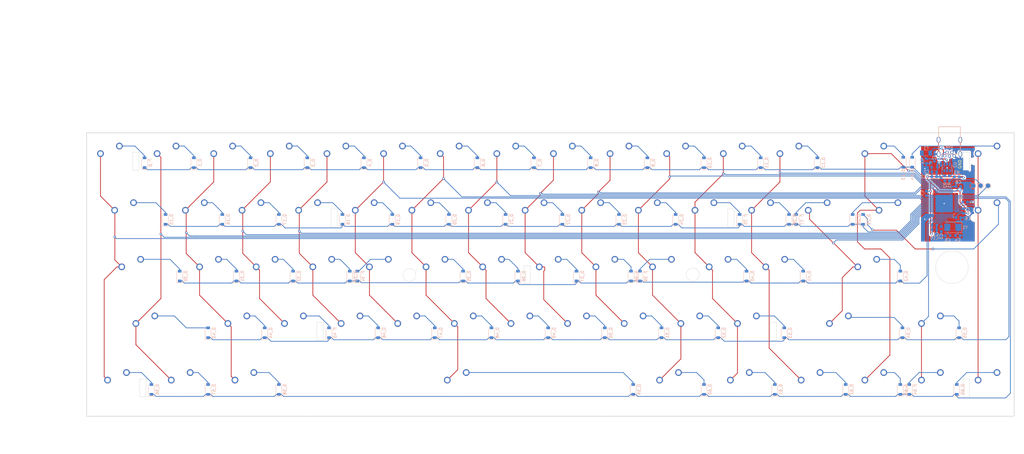
<source format=kicad_pcb>
(kicad_pcb (version 20171130) (host pcbnew 5.1.5-52549c5~84~ubuntu18.04.1)
  (layers (0 F.Cu signal) (31 B.Cu signal) (34 B.Paste user) (35 F.Paste user) (36 B.SilkS user) (37 F.SilkS user) (38 B.Mask user) (39 F.Mask user) (44 Edge.Cuts user))
  (net 0 "")
  (net 1 col0)
  (net 2 col1)
  (net 3 col2)
  (net 4 col3)
  (net 5 col4)
  (net 6 col5)
  (net 7 col6)
  (net 8 col7)
  (net 9 col8)
  (net 10 col9)
  (net 11 col10)
  (net 12 col11)
  (net 13 col12)
  (net 14 col13)
  (net 15 col14)
  (net 16 col15)
  (net 17 col16)
  (net 18 row0)
  (net 19 row1)
  (net 20 row2)
  (net 21 row3)
  (net 22 row4)
  (net 23 "Net-(D_0-Pad2)")
  (net 24 "Net-(D_1-Pad2)")
  (net 25 "Net-(D_2-Pad2)")
  (net 26 "Net-(D_3-Pad2)")
  (net 27 "Net-(D_4-Pad2)")
  (net 28 "Net-(D_5-Pad2)")
  (net 29 "Net-(D_6-Pad2)")
  (net 30 "Net-(D_7-Pad2)")
  (net 31 "Net-(D_8-Pad2)")
  (net 32 "Net-(D_9-Pad2)")
  (net 33 "Net-(D_10-Pad2)")
  (net 34 "Net-(D_11-Pad2)")
  (net 35 "Net-(D_12-Pad2)")
  (net 36 "Net-(D_13-Pad2)")
  (net 37 "Net-(D_14-Pad2)")
  (net 38 "Net-(D_15-Pad2)")
  (net 39 "Net-(D_16-Pad2)")
  (net 40 "Net-(D_17-Pad2)")
  (net 41 "Net-(D_18-Pad2)")
  (net 42 "Net-(D_19-Pad2)")
  (net 43 "Net-(D_20-Pad2)")
  (net 44 "Net-(D_21-Pad2)")
  (net 45 "Net-(D_22-Pad2)")
  (net 46 "Net-(D_23-Pad2)")
  (net 47 "Net-(D_24-Pad2)")
  (net 48 "Net-(D_25-Pad2)")
  (net 49 "Net-(D_26-Pad2)")
  (net 50 "Net-(D_27-Pad2)")
  (net 51 "Net-(D_28-Pad2)")
  (net 52 "Net-(D_29-Pad2)")
  (net 53 "Net-(D_30-Pad2)")
  (net 54 "Net-(D_31-Pad2)")
  (net 55 "Net-(D_32-Pad2)")
  (net 56 "Net-(D_33-Pad2)")
  (net 57 "Net-(D_34-Pad2)")
  (net 58 "Net-(D_35-Pad2)")
  (net 59 "Net-(D_36-Pad2)")
  (net 60 "Net-(D_37-Pad2)")
  (net 61 "Net-(D_38-Pad2)")
  (net 62 "Net-(D_39-Pad2)")
  (net 63 "Net-(D_40-Pad2)")
  (net 64 "Net-(D_41-Pad2)")
  (net 65 "Net-(D_42-Pad2)")
  (net 66 "Net-(D_43-Pad2)")
  (net 67 "Net-(D_44-Pad2)")
  (net 68 "Net-(D_45-Pad2)")
  (net 69 "Net-(D_46-Pad2)")
  (net 70 "Net-(D_47-Pad2)")
  (net 71 "Net-(D_48-Pad2)")
  (net 72 "Net-(D_49-Pad2)")
  (net 73 "Net-(D_50-Pad2)")
  (net 74 "Net-(D_51-Pad2)")
  (net 75 "Net-(D_52-Pad2)")
  (net 76 "Net-(D_53-Pad2)")
  (net 77 "Net-(D_54-Pad2)")
  (net 78 "Net-(D_55-Pad2)")
  (net 79 "Net-(D_56-Pad2)")
  (net 80 "Net-(D_57-Pad2)")
  (net 81 "Net-(D_58-Pad2)")
  (net 82 "Net-(D_59-Pad2)")
  (net 83 "Net-(D_60-Pad2)")
  (net 84 "Net-(D_61-Pad2)")
  (net 85 "Net-(D_62-Pad2)")
  (net 86 "Net-(D_63-Pad2)")
  (net 87 "Net-(D_64-Pad2)")
  (net 88 "Net-(D_65-Pad2)")
  (net 89 +5V)
  (net 90 GND)
  (net 91 VBAT)
  (net 92 NRST)
  (net 93 "Net-(C4-Pad1)")
  (net 94 "Net-(C5-Pad1)")
  (net 95 /VBUS)
  (net 96 DA+)
  (net 97 DA-)
  (net 98 SWDIO)
  (net 99 SWDCLK)
  (net 100 DB+)
  (net 101 DB-)
  (net 102 BOOT0)
  (net 103 "Net-(U2-Pad3)")
  (net 104 "Net-(U2-Pad1)")
  (net 105 "Net-(U3-Pad45)")
  (net 106 "Net-(U3-Pad43)")
  (net 107 "Net-(U3-Pad42)")
  (net 108 "Net-(U3-Pad41)")
  (net 109 "Net-(U3-Pad40)")
  (net 110 "Net-(U3-Pad12)")
  (net 111 "Net-(U3-Pad4)")
  (net 112 "Net-(U3-Pad3)")
  (net 113 "Net-(U3-Pad2)")
  (module MX_Only:MXOnly-1U-NoLED (layer F.Cu) (at 294.965 76.12)
    (fp_text reference K_65)
    (fp_text value KEYSW)
    (pad 2 thru_hole circle (at 2.54 -5.08) (size 2.25 2.25) (drill 1.47) (layers *.Cu B.Mask) (net 88 "Net-(D_65-Pad2)"))
    (pad "" np_thru_hole circle (at 0 0) (size 3.9878 3.9878) (drill 3.9878) (layers *.Cu *.Mask))
    (pad 1 thru_hole circle (at -3.81 -2.54) (size 2.25 2.25) (drill 1.47) (layers *.Cu B.Mask) (net 17 col16))
    (pad "" np_thru_hole circle (at -5.08 0 48.0996) (size 1.75 1.75) (drill 1.75) (layers *.Cu *.Mask))
    (pad "" np_thru_hole circle (at 5.08 0 48.0996) (size 1.75 1.75) (drill 1.75) (layers *.Cu *.Mask))
  )
  (module MX_Only:MXOnly-1U-NoLED (layer F.Cu) (at 275.935 76.12)
    (fp_text reference K_64)
    (fp_text value KEYSW)
    (pad 2 thru_hole circle (at 2.54 -5.08) (size 2.25 2.25) (drill 1.47) (layers *.Cu B.Mask) (net 87 "Net-(D_64-Pad2)"))
    (pad "" np_thru_hole circle (at 0 0) (size 3.9878 3.9878) (drill 3.9878) (layers *.Cu *.Mask))
    (pad 1 thru_hole circle (at -3.81 -2.54) (size 2.25 2.25) (drill 1.47) (layers *.Cu B.Mask) (net 16 col15))
    (pad "" np_thru_hole circle (at -5.08 0 48.0996) (size 1.75 1.75) (drill 1.75) (layers *.Cu *.Mask))
    (pad "" np_thru_hole circle (at 5.08 0 48.0996) (size 1.75 1.75) (drill 1.75) (layers *.Cu *.Mask))
  )
  (module MX_Only:MXOnly-1U-NoLED (layer F.Cu) (at 256.905 76.12)
    (fp_text reference K_63)
    (fp_text value KEYSW)
    (pad 2 thru_hole circle (at 2.54 -5.08) (size 2.25 2.25) (drill 1.47) (layers *.Cu B.Mask) (net 86 "Net-(D_63-Pad2)"))
    (pad "" np_thru_hole circle (at 0 0) (size 3.9878 3.9878) (drill 3.9878) (layers *.Cu *.Mask))
    (pad 1 thru_hole circle (at -3.81 -2.54) (size 2.25 2.25) (drill 1.47) (layers *.Cu B.Mask) (net 15 col14))
    (pad "" np_thru_hole circle (at -5.08 0 48.0996) (size 1.75 1.75) (drill 1.75) (layers *.Cu *.Mask))
    (pad "" np_thru_hole circle (at 5.08 0 48.0996) (size 1.75 1.75) (drill 1.75) (layers *.Cu *.Mask))
  )
  (module MX_Only:MXOnly-1.25U-NoLED (layer F.Cu) (at 235.49625 76.12)
    (fp_text reference K_62)
    (fp_text value KEYSW)
    (pad 2 thru_hole circle (at 2.54 -5.08) (size 2.25 2.25) (drill 1.47) (layers *.Cu B.Mask) (net 85 "Net-(D_62-Pad2)"))
    (pad "" np_thru_hole circle (at 0 0) (size 3.9878 3.9878) (drill 3.9878) (layers *.Cu *.Mask))
    (pad 1 thru_hole circle (at -3.81 -2.54) (size 2.25 2.25) (drill 1.47) (layers *.Cu B.Mask) (net 13 col12))
    (pad "" np_thru_hole circle (at -5.08 0 48.0996) (size 1.75 1.75) (drill 1.75) (layers *.Cu *.Mask))
    (pad "" np_thru_hole circle (at 5.08 0 48.0996) (size 1.75 1.75) (drill 1.75) (layers *.Cu *.Mask))
  )
  (module MX_Only:MXOnly-1.25U-NoLED (layer F.Cu) (at 211.70875 76.12)
    (fp_text reference K_61)
    (fp_text value KEYSW)
    (pad 2 thru_hole circle (at 2.54 -5.08) (size 2.25 2.25) (drill 1.47) (layers *.Cu B.Mask) (net 84 "Net-(D_61-Pad2)"))
    (pad "" np_thru_hole circle (at 0 0) (size 3.9878 3.9878) (drill 3.9878) (layers *.Cu *.Mask))
    (pad 1 thru_hole circle (at -3.81 -2.54) (size 2.25 2.25) (drill 1.47) (layers *.Cu B.Mask) (net 12 col11))
    (pad "" np_thru_hole circle (at -5.08 0 48.0996) (size 1.75 1.75) (drill 1.75) (layers *.Cu *.Mask))
    (pad "" np_thru_hole circle (at 5.08 0 48.0996) (size 1.75 1.75) (drill 1.75) (layers *.Cu *.Mask))
  )
  (module MX_Only:MXOnly-1.25U-NoLED (layer F.Cu) (at 187.92125 76.12)
    (fp_text reference K_60)
    (fp_text value KEYSW)
    (pad 2 thru_hole circle (at 2.54 -5.08) (size 2.25 2.25) (drill 1.47) (layers *.Cu B.Mask) (net 83 "Net-(D_60-Pad2)"))
    (pad "" np_thru_hole circle (at 0 0) (size 3.9878 3.9878) (drill 3.9878) (layers *.Cu *.Mask))
    (pad 1 thru_hole circle (at -3.81 -2.54) (size 2.25 2.25) (drill 1.47) (layers *.Cu B.Mask) (net 11 col10))
    (pad "" np_thru_hole circle (at -5.08 0 48.0996) (size 1.75 1.75) (drill 1.75) (layers *.Cu *.Mask))
    (pad "" np_thru_hole circle (at 5.08 0 48.0996) (size 1.75 1.75) (drill 1.75) (layers *.Cu *.Mask))
  )
  (module MX_Only:MXOnly-1.25U-NoLED (layer F.Cu) (at 45.19625 76.12)
    (fp_text reference K_58)
    (fp_text value KEYSW)
    (pad 2 thru_hole circle (at 2.54 -5.08) (size 2.25 2.25) (drill 1.47) (layers *.Cu B.Mask) (net 81 "Net-(D_58-Pad2)"))
    (pad "" np_thru_hole circle (at 0 0) (size 3.9878 3.9878) (drill 3.9878) (layers *.Cu *.Mask))
    (pad 1 thru_hole circle (at -3.81 -2.54) (size 2.25 2.25) (drill 1.47) (layers *.Cu B.Mask) (net 3 col2))
    (pad "" np_thru_hole circle (at -5.08 0 48.0996) (size 1.75 1.75) (drill 1.75) (layers *.Cu *.Mask))
    (pad "" np_thru_hole circle (at 5.08 0 48.0996) (size 1.75 1.75) (drill 1.75) (layers *.Cu *.Mask))
  )
  (module MX_Only:MXOnly-1U-NoLED (layer F.Cu) (at 23.7875 76.12)
    (fp_text reference K_57)
    (fp_text value KEYSW)
    (pad 2 thru_hole circle (at 2.54 -5.08) (size 2.25 2.25) (drill 1.47) (layers *.Cu B.Mask) (net 80 "Net-(D_57-Pad2)"))
    (pad "" np_thru_hole circle (at 0 0) (size 3.9878 3.9878) (drill 3.9878) (layers *.Cu *.Mask))
    (pad 1 thru_hole circle (at -3.81 -2.54) (size 2.25 2.25) (drill 1.47) (layers *.Cu B.Mask) (net 2 col1))
    (pad "" np_thru_hole circle (at -5.08 0 48.0996) (size 1.75 1.75) (drill 1.75) (layers *.Cu *.Mask))
    (pad "" np_thru_hole circle (at 5.08 0 48.0996) (size 1.75 1.75) (drill 1.75) (layers *.Cu *.Mask))
  )
  (module MX_Only:MXOnly-1.25U-NoLED (layer F.Cu) (at 2.37875 76.12)
    (fp_text reference K_56)
    (fp_text value KEYSW)
    (pad 2 thru_hole circle (at 2.54 -5.08) (size 2.25 2.25) (drill 1.47) (layers *.Cu B.Mask) (net 79 "Net-(D_56-Pad2)"))
    (pad "" np_thru_hole circle (at 0 0) (size 3.9878 3.9878) (drill 3.9878) (layers *.Cu *.Mask))
    (pad 1 thru_hole circle (at -3.81 -2.54) (size 2.25 2.25) (drill 1.47) (layers *.Cu B.Mask) (net 1 col0))
    (pad "" np_thru_hole circle (at -5.08 0 48.0996) (size 1.75 1.75) (drill 1.75) (layers *.Cu *.Mask))
    (pad "" np_thru_hole circle (at 5.08 0 48.0996) (size 1.75 1.75) (drill 1.75) (layers *.Cu *.Mask))
  )
  (module MX_Only:MXOnly-1U-NoLED (layer F.Cu) (at 275.935 57.09)
    (fp_text reference K_55)
    (fp_text value KEYSW)
    (pad 2 thru_hole circle (at 2.54 -5.08) (size 2.25 2.25) (drill 1.47) (layers *.Cu B.Mask) (net 78 "Net-(D_55-Pad2)"))
    (pad "" np_thru_hole circle (at 0 0) (size 3.9878 3.9878) (drill 3.9878) (layers *.Cu *.Mask))
    (pad 1 thru_hole circle (at -3.81 -2.54) (size 2.25 2.25) (drill 1.47) (layers *.Cu B.Mask) (net 16 col15))
    (pad "" np_thru_hole circle (at -5.08 0 48.0996) (size 1.75 1.75) (drill 1.75) (layers *.Cu *.Mask))
    (pad "" np_thru_hole circle (at 5.08 0 48.0996) (size 1.75 1.75) (drill 1.75) (layers *.Cu *.Mask))
  )
  (module MX_Only:MXOnly-2.25U-NoLED (layer F.Cu) (at 245.01125 57.09)
    (fp_text reference K_54)
    (fp_text value KEYSW)
    (pad 2 thru_hole circle (at 2.54 -5.08) (size 2.25 2.25) (drill 1.47) (layers *.Cu B.Mask) (net 77 "Net-(D_54-Pad2)"))
    (pad "" np_thru_hole circle (at 0 0) (size 3.9878 3.9878) (drill 3.9878) (layers *.Cu *.Mask))
    (pad 1 thru_hole circle (at -3.81 -2.54) (size 2.25 2.25) (drill 1.47) (layers *.Cu B.Mask) (net 14 col13))
    (pad "" np_thru_hole circle (at -5.08 0 48.0996) (size 1.75 1.75) (drill 1.75) (layers *.Cu *.Mask))
    (pad "" np_thru_hole circle (at 5.08 0 48.0996) (size 1.75 1.75) (drill 1.75) (layers *.Cu *.Mask))
    (pad "" np_thru_hole circle (at -11.90625 -6.985) (size 3.048 3.048) (drill 3.048) (layers *.Cu *.Mask))
    (pad "" np_thru_hole circle (at 11.90625 -6.985) (size 3.048 3.048) (drill 3.048) (layers *.Cu *.Mask))
    (pad "" np_thru_hole circle (at -11.90625 8.255) (size 3.9878 3.9878) (drill 3.9878) (layers *.Cu *.Mask))
    (pad "" np_thru_hole circle (at 11.90625 8.255) (size 3.9878 3.9878) (drill 3.9878) (layers *.Cu *.Mask))
  )
  (module MX_Only:MXOnly-1U-NoLED (layer F.Cu) (at 214.0875 57.09)
    (fp_text reference K_53)
    (fp_text value KEYSW)
    (pad 2 thru_hole circle (at 2.54 -5.08) (size 2.25 2.25) (drill 1.47) (layers *.Cu B.Mask) (net 76 "Net-(D_53-Pad2)"))
    (pad "" np_thru_hole circle (at 0 0) (size 3.9878 3.9878) (drill 3.9878) (layers *.Cu *.Mask))
    (pad 1 thru_hole circle (at -3.81 -2.54) (size 2.25 2.25) (drill 1.47) (layers *.Cu B.Mask) (net 12 col11))
    (pad "" np_thru_hole circle (at -5.08 0 48.0996) (size 1.75 1.75) (drill 1.75) (layers *.Cu *.Mask))
    (pad "" np_thru_hole circle (at 5.08 0 48.0996) (size 1.75 1.75) (drill 1.75) (layers *.Cu *.Mask))
  )
  (module MX_Only:MXOnly-1U-NoLED (layer F.Cu) (at 195.0575 57.09)
    (fp_text reference K_52)
    (fp_text value KEYSW)
    (pad 2 thru_hole circle (at 2.54 -5.08) (size 2.25 2.25) (drill 1.47) (layers *.Cu B.Mask) (net 75 "Net-(D_52-Pad2)"))
    (pad "" np_thru_hole circle (at 0 0) (size 3.9878 3.9878) (drill 3.9878) (layers *.Cu *.Mask))
    (pad 1 thru_hole circle (at -3.81 -2.54) (size 2.25 2.25) (drill 1.47) (layers *.Cu B.Mask) (net 11 col10))
    (pad "" np_thru_hole circle (at -5.08 0 48.0996) (size 1.75 1.75) (drill 1.75) (layers *.Cu *.Mask))
    (pad "" np_thru_hole circle (at 5.08 0 48.0996) (size 1.75 1.75) (drill 1.75) (layers *.Cu *.Mask))
  )
  (module MX_Only:MXOnly-1U-NoLED (layer F.Cu) (at 176.0275 57.09)
    (fp_text reference K_51)
    (fp_text value KEYSW)
    (pad 2 thru_hole circle (at 2.54 -5.08) (size 2.25 2.25) (drill 1.47) (layers *.Cu B.Mask) (net 74 "Net-(D_51-Pad2)"))
    (pad "" np_thru_hole circle (at 0 0) (size 3.9878 3.9878) (drill 3.9878) (layers *.Cu *.Mask))
    (pad 1 thru_hole circle (at -3.81 -2.54) (size 2.25 2.25) (drill 1.47) (layers *.Cu B.Mask) (net 10 col9))
    (pad "" np_thru_hole circle (at -5.08 0 48.0996) (size 1.75 1.75) (drill 1.75) (layers *.Cu *.Mask))
    (pad "" np_thru_hole circle (at 5.08 0 48.0996) (size 1.75 1.75) (drill 1.75) (layers *.Cu *.Mask))
  )
  (module MX_Only:MXOnly-1U-NoLED (layer F.Cu) (at 156.9975 57.09)
    (fp_text reference K_50)
    (fp_text value KEYSW)
    (pad 2 thru_hole circle (at 2.54 -5.08) (size 2.25 2.25) (drill 1.47) (layers *.Cu B.Mask) (net 73 "Net-(D_50-Pad2)"))
    (pad "" np_thru_hole circle (at 0 0) (size 3.9878 3.9878) (drill 3.9878) (layers *.Cu *.Mask))
    (pad 1 thru_hole circle (at -3.81 -2.54) (size 2.25 2.25) (drill 1.47) (layers *.Cu B.Mask) (net 9 col8))
    (pad "" np_thru_hole circle (at -5.08 0 48.0996) (size 1.75 1.75) (drill 1.75) (layers *.Cu *.Mask))
    (pad "" np_thru_hole circle (at 5.08 0 48.0996) (size 1.75 1.75) (drill 1.75) (layers *.Cu *.Mask))
  )
  (module MX_Only:MXOnly-1U-NoLED (layer F.Cu) (at 137.9675 57.09)
    (fp_text reference K_49)
    (fp_text value KEYSW)
    (pad 2 thru_hole circle (at 2.54 -5.08) (size 2.25 2.25) (drill 1.47) (layers *.Cu B.Mask) (net 72 "Net-(D_49-Pad2)"))
    (pad "" np_thru_hole circle (at 0 0) (size 3.9878 3.9878) (drill 3.9878) (layers *.Cu *.Mask))
    (pad 1 thru_hole circle (at -3.81 -2.54) (size 2.25 2.25) (drill 1.47) (layers *.Cu B.Mask) (net 8 col7))
    (pad "" np_thru_hole circle (at -5.08 0 48.0996) (size 1.75 1.75) (drill 1.75) (layers *.Cu *.Mask))
    (pad "" np_thru_hole circle (at 5.08 0 48.0996) (size 1.75 1.75) (drill 1.75) (layers *.Cu *.Mask))
  )
  (module MX_Only:MXOnly-1U-NoLED (layer F.Cu) (at 118.9375 57.09)
    (fp_text reference K_48)
    (fp_text value KEYSW)
    (pad 2 thru_hole circle (at 2.54 -5.08) (size 2.25 2.25) (drill 1.47) (layers *.Cu B.Mask) (net 71 "Net-(D_48-Pad2)"))
    (pad "" np_thru_hole circle (at 0 0) (size 3.9878 3.9878) (drill 3.9878) (layers *.Cu *.Mask))
    (pad 1 thru_hole circle (at -3.81 -2.54) (size 2.25 2.25) (drill 1.47) (layers *.Cu B.Mask) (net 7 col6))
    (pad "" np_thru_hole circle (at -5.08 0 48.0996) (size 1.75 1.75) (drill 1.75) (layers *.Cu *.Mask))
    (pad "" np_thru_hole circle (at 5.08 0 48.0996) (size 1.75 1.75) (drill 1.75) (layers *.Cu *.Mask))
  )
  (module MX_Only:MXOnly-1U-NoLED (layer F.Cu) (at 99.9075 57.09)
    (fp_text reference K_47)
    (fp_text value KEYSW)
    (pad 2 thru_hole circle (at 2.54 -5.08) (size 2.25 2.25) (drill 1.47) (layers *.Cu B.Mask) (net 70 "Net-(D_47-Pad2)"))
    (pad "" np_thru_hole circle (at 0 0) (size 3.9878 3.9878) (drill 3.9878) (layers *.Cu *.Mask))
    (pad 1 thru_hole circle (at -3.81 -2.54) (size 2.25 2.25) (drill 1.47) (layers *.Cu B.Mask) (net 6 col5))
    (pad "" np_thru_hole circle (at -5.08 0 48.0996) (size 1.75 1.75) (drill 1.75) (layers *.Cu *.Mask))
    (pad "" np_thru_hole circle (at 5.08 0 48.0996) (size 1.75 1.75) (drill 1.75) (layers *.Cu *.Mask))
  )
  (module MX_Only:MXOnly-1U-NoLED (layer F.Cu) (at 80.8775 57.09)
    (fp_text reference K_46)
    (fp_text value KEYSW)
    (pad 2 thru_hole circle (at 2.54 -5.08) (size 2.25 2.25) (drill 1.47) (layers *.Cu B.Mask) (net 69 "Net-(D_46-Pad2)"))
    (pad "" np_thru_hole circle (at 0 0) (size 3.9878 3.9878) (drill 3.9878) (layers *.Cu *.Mask))
    (pad 1 thru_hole circle (at -3.81 -2.54) (size 2.25 2.25) (drill 1.47) (layers *.Cu B.Mask) (net 5 col4))
    (pad "" np_thru_hole circle (at -5.08 0 48.0996) (size 1.75 1.75) (drill 1.75) (layers *.Cu *.Mask))
    (pad "" np_thru_hole circle (at 5.08 0 48.0996) (size 1.75 1.75) (drill 1.75) (layers *.Cu *.Mask))
  )
  (module MX_Only:MXOnly-1U-NoLED (layer F.Cu) (at 61.8475 57.09)
    (fp_text reference K_45)
    (fp_text value KEYSW)
    (pad 2 thru_hole circle (at 2.54 -5.08) (size 2.25 2.25) (drill 1.47) (layers *.Cu B.Mask) (net 68 "Net-(D_45-Pad2)"))
    (pad "" np_thru_hole circle (at 0 0) (size 3.9878 3.9878) (drill 3.9878) (layers *.Cu *.Mask))
    (pad 1 thru_hole circle (at -3.81 -2.54) (size 2.25 2.25) (drill 1.47) (layers *.Cu B.Mask) (net 4 col3))
    (pad "" np_thru_hole circle (at -5.08 0 48.0996) (size 1.75 1.75) (drill 1.75) (layers *.Cu *.Mask))
    (pad "" np_thru_hole circle (at 5.08 0 48.0996) (size 1.75 1.75) (drill 1.75) (layers *.Cu *.Mask))
  )
  (module MX_Only:MXOnly-1U-NoLED (layer F.Cu) (at 42.8175 57.09)
    (fp_text reference K_44)
    (fp_text value KEYSW)
    (pad 2 thru_hole circle (at 2.54 -5.08) (size 2.25 2.25) (drill 1.47) (layers *.Cu B.Mask) (net 67 "Net-(D_44-Pad2)"))
    (pad "" np_thru_hole circle (at 0 0) (size 3.9878 3.9878) (drill 3.9878) (layers *.Cu *.Mask))
    (pad 1 thru_hole circle (at -3.81 -2.54) (size 2.25 2.25) (drill 1.47) (layers *.Cu B.Mask) (net 3 col2))
    (pad "" np_thru_hole circle (at -5.08 0 48.0996) (size 1.75 1.75) (drill 1.75) (layers *.Cu *.Mask))
    (pad "" np_thru_hole circle (at 5.08 0 48.0996) (size 1.75 1.75) (drill 1.75) (layers *.Cu *.Mask))
  )
  (module MX_Only:MXOnly-2.25U-NoLED (layer F.Cu) (at 11.89375 57.09)
    (fp_text reference K_43)
    (fp_text value KEYSW)
    (pad 2 thru_hole circle (at 2.54 -5.08) (size 2.25 2.25) (drill 1.47) (layers *.Cu B.Mask) (net 66 "Net-(D_43-Pad2)"))
    (pad "" np_thru_hole circle (at 0 0) (size 3.9878 3.9878) (drill 3.9878) (layers *.Cu *.Mask))
    (pad 1 thru_hole circle (at -3.81 -2.54) (size 2.25 2.25) (drill 1.47) (layers *.Cu B.Mask) (net 2 col1))
    (pad "" np_thru_hole circle (at -5.08 0 48.0996) (size 1.75 1.75) (drill 1.75) (layers *.Cu *.Mask))
    (pad "" np_thru_hole circle (at 5.08 0 48.0996) (size 1.75 1.75) (drill 1.75) (layers *.Cu *.Mask))
    (pad "" np_thru_hole circle (at -11.90625 -6.985) (size 3.048 3.048) (drill 3.048) (layers *.Cu *.Mask))
    (pad "" np_thru_hole circle (at 11.90625 -6.985) (size 3.048 3.048) (drill 3.048) (layers *.Cu *.Mask))
    (pad "" np_thru_hole circle (at -11.90625 8.255) (size 3.9878 3.9878) (drill 3.9878) (layers *.Cu *.Mask))
    (pad "" np_thru_hole circle (at 11.90625 8.255) (size 3.9878 3.9878) (drill 3.9878) (layers *.Cu *.Mask))
  )
  (module MX_Only:MXOnly-2.25U-NoLED (layer F.Cu) (at 254.52625 38.06)
    (fp_text reference K_42)
    (fp_text value KEYSW)
    (pad 2 thru_hole circle (at 2.54 -5.08) (size 2.25 2.25) (drill 1.47) (layers *.Cu B.Mask) (net 65 "Net-(D_42-Pad2)"))
    (pad "" np_thru_hole circle (at 0 0) (size 3.9878 3.9878) (drill 3.9878) (layers *.Cu *.Mask))
    (pad 1 thru_hole circle (at -3.81 -2.54) (size 2.25 2.25) (drill 1.47) (layers *.Cu B.Mask) (net 14 col13))
    (pad "" np_thru_hole circle (at -5.08 0 48.0996) (size 1.75 1.75) (drill 1.75) (layers *.Cu *.Mask))
    (pad "" np_thru_hole circle (at 5.08 0 48.0996) (size 1.75 1.75) (drill 1.75) (layers *.Cu *.Mask))
    (pad "" np_thru_hole circle (at -11.90625 -6.985) (size 3.048 3.048) (drill 3.048) (layers *.Cu *.Mask))
    (pad "" np_thru_hole circle (at 11.90625 -6.985) (size 3.048 3.048) (drill 3.048) (layers *.Cu *.Mask))
    (pad "" np_thru_hole circle (at -11.90625 8.255) (size 3.9878 3.9878) (drill 3.9878) (layers *.Cu *.Mask))
    (pad "" np_thru_hole circle (at 11.90625 8.255) (size 3.9878 3.9878) (drill 3.9878) (layers *.Cu *.Mask))
  )
  (module MX_Only:MXOnly-1U-NoLED (layer F.Cu) (at 223.6025 38.06)
    (fp_text reference K_41)
    (fp_text value KEYSW)
    (pad 2 thru_hole circle (at 2.54 -5.08) (size 2.25 2.25) (drill 1.47) (layers *.Cu B.Mask) (net 64 "Net-(D_41-Pad2)"))
    (pad "" np_thru_hole circle (at 0 0) (size 3.9878 3.9878) (drill 3.9878) (layers *.Cu *.Mask))
    (pad 1 thru_hole circle (at -3.81 -2.54) (size 2.25 2.25) (drill 1.47) (layers *.Cu B.Mask) (net 13 col12))
    (pad "" np_thru_hole circle (at -5.08 0 48.0996) (size 1.75 1.75) (drill 1.75) (layers *.Cu *.Mask))
    (pad "" np_thru_hole circle (at 5.08 0 48.0996) (size 1.75 1.75) (drill 1.75) (layers *.Cu *.Mask))
  )
  (module MX_Only:MXOnly-1U-NoLED (layer F.Cu) (at 204.5725 38.06)
    (fp_text reference K_40)
    (fp_text value KEYSW)
    (pad 2 thru_hole circle (at 2.54 -5.08) (size 2.25 2.25) (drill 1.47) (layers *.Cu B.Mask) (net 63 "Net-(D_40-Pad2)"))
    (pad "" np_thru_hole circle (at 0 0) (size 3.9878 3.9878) (drill 3.9878) (layers *.Cu *.Mask))
    (pad 1 thru_hole circle (at -3.81 -2.54) (size 2.25 2.25) (drill 1.47) (layers *.Cu B.Mask) (net 12 col11))
    (pad "" np_thru_hole circle (at -5.08 0 48.0996) (size 1.75 1.75) (drill 1.75) (layers *.Cu *.Mask))
    (pad "" np_thru_hole circle (at 5.08 0 48.0996) (size 1.75 1.75) (drill 1.75) (layers *.Cu *.Mask))
  )
  (module MX_Only:MXOnly-1U-NoLED (layer F.Cu) (at 185.5425 38.06)
    (fp_text reference K_39)
    (fp_text value KEYSW)
    (pad 2 thru_hole circle (at 2.54 -5.08) (size 2.25 2.25) (drill 1.47) (layers *.Cu B.Mask) (net 62 "Net-(D_39-Pad2)"))
    (pad "" np_thru_hole circle (at 0 0) (size 3.9878 3.9878) (drill 3.9878) (layers *.Cu *.Mask))
    (pad 1 thru_hole circle (at -3.81 -2.54) (size 2.25 2.25) (drill 1.47) (layers *.Cu B.Mask) (net 11 col10))
    (pad "" np_thru_hole circle (at -5.08 0 48.0996) (size 1.75 1.75) (drill 1.75) (layers *.Cu *.Mask))
    (pad "" np_thru_hole circle (at 5.08 0 48.0996) (size 1.75 1.75) (drill 1.75) (layers *.Cu *.Mask))
  )
  (module MX_Only:MXOnly-1U-NoLED (layer F.Cu) (at 166.5125 38.06)
    (fp_text reference K_38)
    (fp_text value KEYSW)
    (pad 2 thru_hole circle (at 2.54 -5.08) (size 2.25 2.25) (drill 1.47) (layers *.Cu B.Mask) (net 61 "Net-(D_38-Pad2)"))
    (pad "" np_thru_hole circle (at 0 0) (size 3.9878 3.9878) (drill 3.9878) (layers *.Cu *.Mask))
    (pad 1 thru_hole circle (at -3.81 -2.54) (size 2.25 2.25) (drill 1.47) (layers *.Cu B.Mask) (net 10 col9))
    (pad "" np_thru_hole circle (at -5.08 0 48.0996) (size 1.75 1.75) (drill 1.75) (layers *.Cu *.Mask))
    (pad "" np_thru_hole circle (at 5.08 0 48.0996) (size 1.75 1.75) (drill 1.75) (layers *.Cu *.Mask))
  )
  (module MX_Only:MXOnly-1U-NoLED (layer F.Cu) (at 147.4825 38.06)
    (fp_text reference K_37)
    (fp_text value KEYSW)
    (pad 2 thru_hole circle (at 2.54 -5.08) (size 2.25 2.25) (drill 1.47) (layers *.Cu B.Mask) (net 60 "Net-(D_37-Pad2)"))
    (pad "" np_thru_hole circle (at 0 0) (size 3.9878 3.9878) (drill 3.9878) (layers *.Cu *.Mask))
    (pad 1 thru_hole circle (at -3.81 -2.54) (size 2.25 2.25) (drill 1.47) (layers *.Cu B.Mask) (net 9 col8))
    (pad "" np_thru_hole circle (at -5.08 0 48.0996) (size 1.75 1.75) (drill 1.75) (layers *.Cu *.Mask))
    (pad "" np_thru_hole circle (at 5.08 0 48.0996) (size 1.75 1.75) (drill 1.75) (layers *.Cu *.Mask))
  )
  (module MX_Only:MXOnly-1U-NoLED (layer F.Cu) (at 128.4525 38.06)
    (fp_text reference K_36)
    (fp_text value KEYSW)
    (pad 2 thru_hole circle (at 2.54 -5.08) (size 2.25 2.25) (drill 1.47) (layers *.Cu B.Mask) (net 59 "Net-(D_36-Pad2)"))
    (pad "" np_thru_hole circle (at 0 0) (size 3.9878 3.9878) (drill 3.9878) (layers *.Cu *.Mask))
    (pad 1 thru_hole circle (at -3.81 -2.54) (size 2.25 2.25) (drill 1.47) (layers *.Cu B.Mask) (net 8 col7))
    (pad "" np_thru_hole circle (at -5.08 0 48.0996) (size 1.75 1.75) (drill 1.75) (layers *.Cu *.Mask))
    (pad "" np_thru_hole circle (at 5.08 0 48.0996) (size 1.75 1.75) (drill 1.75) (layers *.Cu *.Mask))
  )
  (module MX_Only:MXOnly-1U-NoLED (layer F.Cu) (at 109.4225 38.06)
    (fp_text reference K_35)
    (fp_text value KEYSW)
    (pad 2 thru_hole circle (at 2.54 -5.08) (size 2.25 2.25) (drill 1.47) (layers *.Cu B.Mask) (net 58 "Net-(D_35-Pad2)"))
    (pad "" np_thru_hole circle (at 0 0) (size 3.9878 3.9878) (drill 3.9878) (layers *.Cu *.Mask))
    (pad 1 thru_hole circle (at -3.81 -2.54) (size 2.25 2.25) (drill 1.47) (layers *.Cu B.Mask) (net 7 col6))
    (pad "" np_thru_hole circle (at -5.08 0 48.0996) (size 1.75 1.75) (drill 1.75) (layers *.Cu *.Mask))
    (pad "" np_thru_hole circle (at 5.08 0 48.0996) (size 1.75 1.75) (drill 1.75) (layers *.Cu *.Mask))
  )
  (module MX_Only:MXOnly-1U-NoLED (layer F.Cu) (at 90.3925 38.06)
    (fp_text reference K_34)
    (fp_text value KEYSW)
    (pad 2 thru_hole circle (at 2.54 -5.08) (size 2.25 2.25) (drill 1.47) (layers *.Cu B.Mask) (net 57 "Net-(D_34-Pad2)"))
    (pad "" np_thru_hole circle (at 0 0) (size 3.9878 3.9878) (drill 3.9878) (layers *.Cu *.Mask))
    (pad 1 thru_hole circle (at -3.81 -2.54) (size 2.25 2.25) (drill 1.47) (layers *.Cu B.Mask) (net 6 col5))
    (pad "" np_thru_hole circle (at -5.08 0 48.0996) (size 1.75 1.75) (drill 1.75) (layers *.Cu *.Mask))
    (pad "" np_thru_hole circle (at 5.08 0 48.0996) (size 1.75 1.75) (drill 1.75) (layers *.Cu *.Mask))
  )
  (module MX_Only:MXOnly-1U-NoLED (layer F.Cu) (at 71.3625 38.06)
    (fp_text reference K_33)
    (fp_text value KEYSW)
    (pad 2 thru_hole circle (at 2.54 -5.08) (size 2.25 2.25) (drill 1.47) (layers *.Cu B.Mask) (net 56 "Net-(D_33-Pad2)"))
    (pad "" np_thru_hole circle (at 0 0) (size 3.9878 3.9878) (drill 3.9878) (layers *.Cu *.Mask))
    (pad 1 thru_hole circle (at -3.81 -2.54) (size 2.25 2.25) (drill 1.47) (layers *.Cu B.Mask) (net 5 col4))
    (pad "" np_thru_hole circle (at -5.08 0 48.0996) (size 1.75 1.75) (drill 1.75) (layers *.Cu *.Mask))
    (pad "" np_thru_hole circle (at 5.08 0 48.0996) (size 1.75 1.75) (drill 1.75) (layers *.Cu *.Mask))
  )
  (module MX_Only:MXOnly-1U-NoLED (layer F.Cu) (at 52.3325 38.06)
    (fp_text reference K_32)
    (fp_text value KEYSW)
    (pad 2 thru_hole circle (at 2.54 -5.08) (size 2.25 2.25) (drill 1.47) (layers *.Cu B.Mask) (net 55 "Net-(D_32-Pad2)"))
    (pad "" np_thru_hole circle (at 0 0) (size 3.9878 3.9878) (drill 3.9878) (layers *.Cu *.Mask))
    (pad 1 thru_hole circle (at -3.81 -2.54) (size 2.25 2.25) (drill 1.47) (layers *.Cu B.Mask) (net 4 col3))
    (pad "" np_thru_hole circle (at -5.08 0 48.0996) (size 1.75 1.75) (drill 1.75) (layers *.Cu *.Mask))
    (pad "" np_thru_hole circle (at 5.08 0 48.0996) (size 1.75 1.75) (drill 1.75) (layers *.Cu *.Mask))
  )
  (module MX_Only:MXOnly-1U-NoLED (layer F.Cu) (at 33.3025 38.06)
    (fp_text reference K_31)
    (fp_text value KEYSW)
    (pad 2 thru_hole circle (at 2.54 -5.08) (size 2.25 2.25) (drill 1.47) (layers *.Cu B.Mask) (net 54 "Net-(D_31-Pad2)"))
    (pad "" np_thru_hole circle (at 0 0) (size 3.9878 3.9878) (drill 3.9878) (layers *.Cu *.Mask))
    (pad 1 thru_hole circle (at -3.81 -2.54) (size 2.25 2.25) (drill 1.47) (layers *.Cu B.Mask) (net 3 col2))
    (pad "" np_thru_hole circle (at -5.08 0 48.0996) (size 1.75 1.75) (drill 1.75) (layers *.Cu *.Mask))
    (pad "" np_thru_hole circle (at 5.08 0 48.0996) (size 1.75 1.75) (drill 1.75) (layers *.Cu *.Mask))
  )
  (module MX_Only:MXOnly-1.75U-NoLED (layer F.Cu) (at 7.13625 38.06)
    (fp_text reference K_30)
    (fp_text value KEYSW)
    (pad 2 thru_hole circle (at 2.54 -5.08) (size 2.25 2.25) (drill 1.47) (layers *.Cu B.Mask) (net 53 "Net-(D_30-Pad2)"))
    (pad "" np_thru_hole circle (at 0 0) (size 3.9878 3.9878) (drill 3.9878) (layers *.Cu *.Mask))
    (pad 1 thru_hole circle (at -3.81 -2.54) (size 2.25 2.25) (drill 1.47) (layers *.Cu B.Mask) (net 1 col0))
    (pad "" np_thru_hole circle (at -5.08 0 48.0996) (size 1.75 1.75) (drill 1.75) (layers *.Cu *.Mask))
    (pad "" np_thru_hole circle (at 5.08 0 48.0996) (size 1.75 1.75) (drill 1.75) (layers *.Cu *.Mask))
  )
  (module MX_Only:MXOnly-1U-NoLED (layer F.Cu) (at 294.965 19.03)
    (fp_text reference K_29)
    (fp_text value KEYSW)
    (pad 2 thru_hole circle (at 2.54 -5.08) (size 2.25 2.25) (drill 1.47) (layers *.Cu B.Mask) (net 52 "Net-(D_29-Pad2)"))
    (pad "" np_thru_hole circle (at 0 0) (size 3.9878 3.9878) (drill 3.9878) (layers *.Cu *.Mask))
    (pad 1 thru_hole circle (at -3.81 -2.54) (size 2.25 2.25) (drill 1.47) (layers *.Cu B.Mask) (net 17 col16))
    (pad "" np_thru_hole circle (at -5.08 0 48.0996) (size 1.75 1.75) (drill 1.75) (layers *.Cu *.Mask))
    (pad "" np_thru_hole circle (at 5.08 0 48.0996) (size 1.75 1.75) (drill 1.75) (layers *.Cu *.Mask))
  )
  (module MX_Only:MXOnly-1.5U-NoLED (layer F.Cu) (at 261.6625 19.03)
    (fp_text reference K_28)
    (fp_text value KEYSW)
    (pad 2 thru_hole circle (at 2.54 -5.08) (size 2.25 2.25) (drill 1.47) (layers *.Cu B.Mask) (net 51 "Net-(D_28-Pad2)"))
    (pad "" np_thru_hole circle (at 0 0) (size 3.9878 3.9878) (drill 3.9878) (layers *.Cu *.Mask))
    (pad 1 thru_hole circle (at -3.81 -2.54) (size 2.25 2.25) (drill 1.47) (layers *.Cu B.Mask) (net 15 col14))
    (pad "" np_thru_hole circle (at -5.08 0 48.0996) (size 1.75 1.75) (drill 1.75) (layers *.Cu *.Mask))
    (pad "" np_thru_hole circle (at 5.08 0 48.0996) (size 1.75 1.75) (drill 1.75) (layers *.Cu *.Mask))
  )
  (module MX_Only:MXOnly-1U-NoLED (layer F.Cu) (at 237.875 19.03)
    (fp_text reference K_27)
    (fp_text value KEYSW)
    (pad 2 thru_hole circle (at 2.54 -5.08) (size 2.25 2.25) (drill 1.47) (layers *.Cu B.Mask) (net 50 "Net-(D_27-Pad2)"))
    (pad "" np_thru_hole circle (at 0 0) (size 3.9878 3.9878) (drill 3.9878) (layers *.Cu *.Mask))
    (pad 1 thru_hole circle (at -3.81 -2.54) (size 2.25 2.25) (drill 1.47) (layers *.Cu B.Mask) (net 14 col13))
    (pad "" np_thru_hole circle (at -5.08 0 48.0996) (size 1.75 1.75) (drill 1.75) (layers *.Cu *.Mask))
    (pad "" np_thru_hole circle (at 5.08 0 48.0996) (size 1.75 1.75) (drill 1.75) (layers *.Cu *.Mask))
  )
  (module MX_Only:MXOnly-1U-NoLED (layer F.Cu) (at 218.845 19.03)
    (fp_text reference K_26)
    (fp_text value KEYSW)
    (pad 2 thru_hole circle (at 2.54 -5.08) (size 2.25 2.25) (drill 1.47) (layers *.Cu B.Mask) (net 49 "Net-(D_26-Pad2)"))
    (pad "" np_thru_hole circle (at 0 0) (size 3.9878 3.9878) (drill 3.9878) (layers *.Cu *.Mask))
    (pad 1 thru_hole circle (at -3.81 -2.54) (size 2.25 2.25) (drill 1.47) (layers *.Cu B.Mask) (net 13 col12))
    (pad "" np_thru_hole circle (at -5.08 0 48.0996) (size 1.75 1.75) (drill 1.75) (layers *.Cu *.Mask))
    (pad "" np_thru_hole circle (at 5.08 0 48.0996) (size 1.75 1.75) (drill 1.75) (layers *.Cu *.Mask))
  )
  (module MX_Only:MXOnly-1U-NoLED (layer F.Cu) (at 199.815 19.03)
    (fp_text reference K_25)
    (fp_text value KEYSW)
    (pad 2 thru_hole circle (at 2.54 -5.08) (size 2.25 2.25) (drill 1.47) (layers *.Cu B.Mask) (net 48 "Net-(D_25-Pad2)"))
    (pad "" np_thru_hole circle (at 0 0) (size 3.9878 3.9878) (drill 3.9878) (layers *.Cu *.Mask))
    (pad 1 thru_hole circle (at -3.81 -2.54) (size 2.25 2.25) (drill 1.47) (layers *.Cu B.Mask) (net 12 col11))
    (pad "" np_thru_hole circle (at -5.08 0 48.0996) (size 1.75 1.75) (drill 1.75) (layers *.Cu *.Mask))
    (pad "" np_thru_hole circle (at 5.08 0 48.0996) (size 1.75 1.75) (drill 1.75) (layers *.Cu *.Mask))
  )
  (module MX_Only:MXOnly-1U-NoLED (layer F.Cu) (at 180.785 19.03)
    (fp_text reference K_24)
    (fp_text value KEYSW)
    (pad 2 thru_hole circle (at 2.54 -5.08) (size 2.25 2.25) (drill 1.47) (layers *.Cu B.Mask) (net 47 "Net-(D_24-Pad2)"))
    (pad "" np_thru_hole circle (at 0 0) (size 3.9878 3.9878) (drill 3.9878) (layers *.Cu *.Mask))
    (pad 1 thru_hole circle (at -3.81 -2.54) (size 2.25 2.25) (drill 1.47) (layers *.Cu B.Mask) (net 11 col10))
    (pad "" np_thru_hole circle (at -5.08 0 48.0996) (size 1.75 1.75) (drill 1.75) (layers *.Cu *.Mask))
    (pad "" np_thru_hole circle (at 5.08 0 48.0996) (size 1.75 1.75) (drill 1.75) (layers *.Cu *.Mask))
  )
  (module MX_Only:MXOnly-1U-NoLED (layer F.Cu) (at 161.755 19.03)
    (fp_text reference K_23)
    (fp_text value KEYSW)
    (pad 2 thru_hole circle (at 2.54 -5.08) (size 2.25 2.25) (drill 1.47) (layers *.Cu B.Mask) (net 46 "Net-(D_23-Pad2)"))
    (pad "" np_thru_hole circle (at 0 0) (size 3.9878 3.9878) (drill 3.9878) (layers *.Cu *.Mask))
    (pad 1 thru_hole circle (at -3.81 -2.54) (size 2.25 2.25) (drill 1.47) (layers *.Cu B.Mask) (net 10 col9))
    (pad "" np_thru_hole circle (at -5.08 0 48.0996) (size 1.75 1.75) (drill 1.75) (layers *.Cu *.Mask))
    (pad "" np_thru_hole circle (at 5.08 0 48.0996) (size 1.75 1.75) (drill 1.75) (layers *.Cu *.Mask))
  )
  (module MX_Only:MXOnly-1U-NoLED (layer F.Cu) (at 142.725 19.03)
    (fp_text reference K_22)
    (fp_text value KEYSW)
    (pad 2 thru_hole circle (at 2.54 -5.08) (size 2.25 2.25) (drill 1.47) (layers *.Cu B.Mask) (net 45 "Net-(D_22-Pad2)"))
    (pad "" np_thru_hole circle (at 0 0) (size 3.9878 3.9878) (drill 3.9878) (layers *.Cu *.Mask))
    (pad 1 thru_hole circle (at -3.81 -2.54) (size 2.25 2.25) (drill 1.47) (layers *.Cu B.Mask) (net 9 col8))
    (pad "" np_thru_hole circle (at -5.08 0 48.0996) (size 1.75 1.75) (drill 1.75) (layers *.Cu *.Mask))
    (pad "" np_thru_hole circle (at 5.08 0 48.0996) (size 1.75 1.75) (drill 1.75) (layers *.Cu *.Mask))
  )
  (module MX_Only:MXOnly-1U-NoLED (layer F.Cu) (at 123.695 19.03)
    (fp_text reference K_21)
    (fp_text value KEYSW)
    (pad 2 thru_hole circle (at 2.54 -5.08) (size 2.25 2.25) (drill 1.47) (layers *.Cu B.Mask) (net 44 "Net-(D_21-Pad2)"))
    (pad "" np_thru_hole circle (at 0 0) (size 3.9878 3.9878) (drill 3.9878) (layers *.Cu *.Mask))
    (pad 1 thru_hole circle (at -3.81 -2.54) (size 2.25 2.25) (drill 1.47) (layers *.Cu B.Mask) (net 8 col7))
    (pad "" np_thru_hole circle (at -5.08 0 48.0996) (size 1.75 1.75) (drill 1.75) (layers *.Cu *.Mask))
    (pad "" np_thru_hole circle (at 5.08 0 48.0996) (size 1.75 1.75) (drill 1.75) (layers *.Cu *.Mask))
  )
  (module MX_Only:MXOnly-1U-NoLED (layer F.Cu) (at 104.665 19.03)
    (fp_text reference K_20)
    (fp_text value KEYSW)
    (pad 2 thru_hole circle (at 2.54 -5.08) (size 2.25 2.25) (drill 1.47) (layers *.Cu B.Mask) (net 43 "Net-(D_20-Pad2)"))
    (pad "" np_thru_hole circle (at 0 0) (size 3.9878 3.9878) (drill 3.9878) (layers *.Cu *.Mask))
    (pad 1 thru_hole circle (at -3.81 -2.54) (size 2.25 2.25) (drill 1.47) (layers *.Cu B.Mask) (net 7 col6))
    (pad "" np_thru_hole circle (at -5.08 0 48.0996) (size 1.75 1.75) (drill 1.75) (layers *.Cu *.Mask))
    (pad "" np_thru_hole circle (at 5.08 0 48.0996) (size 1.75 1.75) (drill 1.75) (layers *.Cu *.Mask))
  )
  (module MX_Only:MXOnly-1U-NoLED (layer F.Cu) (at 85.635 19.03)
    (fp_text reference K_19)
    (fp_text value KEYSW)
    (pad 2 thru_hole circle (at 2.54 -5.08) (size 2.25 2.25) (drill 1.47) (layers *.Cu B.Mask) (net 42 "Net-(D_19-Pad2)"))
    (pad "" np_thru_hole circle (at 0 0) (size 3.9878 3.9878) (drill 3.9878) (layers *.Cu *.Mask))
    (pad 1 thru_hole circle (at -3.81 -2.54) (size 2.25 2.25) (drill 1.47) (layers *.Cu B.Mask) (net 6 col5))
    (pad "" np_thru_hole circle (at -5.08 0 48.0996) (size 1.75 1.75) (drill 1.75) (layers *.Cu *.Mask))
    (pad "" np_thru_hole circle (at 5.08 0 48.0996) (size 1.75 1.75) (drill 1.75) (layers *.Cu *.Mask))
  )
  (module MX_Only:MXOnly-1U-NoLED (layer F.Cu) (at 66.605 19.03)
    (fp_text reference K_18)
    (fp_text value KEYSW)
    (pad 2 thru_hole circle (at 2.54 -5.08) (size 2.25 2.25) (drill 1.47) (layers *.Cu B.Mask) (net 41 "Net-(D_18-Pad2)"))
    (pad "" np_thru_hole circle (at 0 0) (size 3.9878 3.9878) (drill 3.9878) (layers *.Cu *.Mask))
    (pad 1 thru_hole circle (at -3.81 -2.54) (size 2.25 2.25) (drill 1.47) (layers *.Cu B.Mask) (net 5 col4))
    (pad "" np_thru_hole circle (at -5.08 0 48.0996) (size 1.75 1.75) (drill 1.75) (layers *.Cu *.Mask))
    (pad "" np_thru_hole circle (at 5.08 0 48.0996) (size 1.75 1.75) (drill 1.75) (layers *.Cu *.Mask))
  )
  (module MX_Only:MXOnly-1U-NoLED (layer F.Cu) (at 47.575 19.03)
    (fp_text reference K_17)
    (fp_text value KEYSW)
    (pad 2 thru_hole circle (at 2.54 -5.08) (size 2.25 2.25) (drill 1.47) (layers *.Cu B.Mask) (net 40 "Net-(D_17-Pad2)"))
    (pad "" np_thru_hole circle (at 0 0) (size 3.9878 3.9878) (drill 3.9878) (layers *.Cu *.Mask))
    (pad 1 thru_hole circle (at -3.81 -2.54) (size 2.25 2.25) (drill 1.47) (layers *.Cu B.Mask) (net 4 col3))
    (pad "" np_thru_hole circle (at -5.08 0 48.0996) (size 1.75 1.75) (drill 1.75) (layers *.Cu *.Mask))
    (pad "" np_thru_hole circle (at 5.08 0 48.0996) (size 1.75 1.75) (drill 1.75) (layers *.Cu *.Mask))
  )
  (module MX_Only:MXOnly-1U-NoLED (layer F.Cu) (at 28.545 19.03)
    (fp_text reference K_16)
    (fp_text value KEYSW)
    (pad 2 thru_hole circle (at 2.54 -5.08) (size 2.25 2.25) (drill 1.47) (layers *.Cu B.Mask) (net 39 "Net-(D_16-Pad2)"))
    (pad "" np_thru_hole circle (at 0 0) (size 3.9878 3.9878) (drill 3.9878) (layers *.Cu *.Mask))
    (pad 1 thru_hole circle (at -3.81 -2.54) (size 2.25 2.25) (drill 1.47) (layers *.Cu B.Mask) (net 3 col2))
    (pad "" np_thru_hole circle (at -5.08 0 48.0996) (size 1.75 1.75) (drill 1.75) (layers *.Cu *.Mask))
    (pad "" np_thru_hole circle (at 5.08 0 48.0996) (size 1.75 1.75) (drill 1.75) (layers *.Cu *.Mask))
  )
  (module MX_Only:MXOnly-1.5U-NoLED (layer F.Cu) (at 4.7575 19.03)
    (fp_text reference K_15)
    (fp_text value KEYSW)
    (pad 2 thru_hole circle (at 2.54 -5.08) (size 2.25 2.25) (drill 1.47) (layers *.Cu B.Mask) (net 38 "Net-(D_15-Pad2)"))
    (pad "" np_thru_hole circle (at 0 0) (size 3.9878 3.9878) (drill 3.9878) (layers *.Cu *.Mask))
    (pad 1 thru_hole circle (at -3.81 -2.54) (size 2.25 2.25) (drill 1.47) (layers *.Cu B.Mask) (net 1 col0))
    (pad "" np_thru_hole circle (at -5.08 0 48.0996) (size 1.75 1.75) (drill 1.75) (layers *.Cu *.Mask))
    (pad "" np_thru_hole circle (at 5.08 0 48.0996) (size 1.75 1.75) (drill 1.75) (layers *.Cu *.Mask))
  )
  (module MX_Only:MXOnly-1U-NoLED (layer F.Cu) (at 294.965 0)
    (fp_text reference K_14)
    (fp_text value KEYSW)
    (pad 2 thru_hole circle (at 2.54 -5.08) (size 2.25 2.25) (drill 1.47) (layers *.Cu B.Mask) (net 37 "Net-(D_14-Pad2)"))
    (pad "" np_thru_hole circle (at 0 0) (size 3.9878 3.9878) (drill 3.9878) (layers *.Cu *.Mask))
    (pad 1 thru_hole circle (at -3.81 -2.54) (size 2.25 2.25) (drill 1.47) (layers *.Cu B.Mask) (net 17 col16))
    (pad "" np_thru_hole circle (at -5.08 0 48.0996) (size 1.75 1.75) (drill 1.75) (layers *.Cu *.Mask))
    (pad "" np_thru_hole circle (at 5.08 0 48.0996) (size 1.75 1.75) (drill 1.75) (layers *.Cu *.Mask))
  )
  (module MX_Only:MXOnly-2U-NoLED (layer F.Cu) (at 256.905 0)
    (fp_text reference K_13)
    (fp_text value KEYSW)
    (pad 2 thru_hole circle (at 2.54 -5.08) (size 2.25 2.25) (drill 1.47) (layers *.Cu B.Mask) (net 36 "Net-(D_13-Pad2)"))
    (pad "" np_thru_hole circle (at 0 0) (size 3.9878 3.9878) (drill 3.9878) (layers *.Cu *.Mask))
    (pad 1 thru_hole circle (at -3.81 -2.54) (size 2.25 2.25) (drill 1.47) (layers *.Cu B.Mask) (net 15 col14))
    (pad "" np_thru_hole circle (at -5.08 0 48.0996) (size 1.75 1.75) (drill 1.75) (layers *.Cu *.Mask))
    (pad "" np_thru_hole circle (at 5.08 0 48.0996) (size 1.75 1.75) (drill 1.75) (layers *.Cu *.Mask))
    (pad "" np_thru_hole circle (at -11.90625 -6.985) (size 3.048 3.048) (drill 3.048) (layers *.Cu *.Mask))
    (pad "" np_thru_hole circle (at 11.90625 -6.985) (size 3.048 3.048) (drill 3.048) (layers *.Cu *.Mask))
    (pad "" np_thru_hole circle (at -11.90625 8.255) (size 3.9878 3.9878) (drill 3.9878) (layers *.Cu *.Mask))
    (pad "" np_thru_hole circle (at 11.90625 8.255) (size 3.9878 3.9878) (drill 3.9878) (layers *.Cu *.Mask))
  )
  (module MX_Only:MXOnly-1U-NoLED (layer F.Cu) (at 228.36 0)
    (fp_text reference K_12)
    (fp_text value KEYSW)
    (pad 2 thru_hole circle (at 2.54 -5.08) (size 2.25 2.25) (drill 1.47) (layers *.Cu B.Mask) (net 35 "Net-(D_12-Pad2)"))
    (pad "" np_thru_hole circle (at 0 0) (size 3.9878 3.9878) (drill 3.9878) (layers *.Cu *.Mask))
    (pad 1 thru_hole circle (at -3.81 -2.54) (size 2.25 2.25) (drill 1.47) (layers *.Cu B.Mask) (net 13 col12))
    (pad "" np_thru_hole circle (at -5.08 0 48.0996) (size 1.75 1.75) (drill 1.75) (layers *.Cu *.Mask))
    (pad "" np_thru_hole circle (at 5.08 0 48.0996) (size 1.75 1.75) (drill 1.75) (layers *.Cu *.Mask))
  )
  (module MX_Only:MXOnly-1U-NoLED (layer F.Cu) (at 209.33 0)
    (fp_text reference K_11)
    (fp_text value KEYSW)
    (pad 2 thru_hole circle (at 2.54 -5.08) (size 2.25 2.25) (drill 1.47) (layers *.Cu B.Mask) (net 34 "Net-(D_11-Pad2)"))
    (pad "" np_thru_hole circle (at 0 0) (size 3.9878 3.9878) (drill 3.9878) (layers *.Cu *.Mask))
    (pad 1 thru_hole circle (at -3.81 -2.54) (size 2.25 2.25) (drill 1.47) (layers *.Cu B.Mask) (net 12 col11))
    (pad "" np_thru_hole circle (at -5.08 0 48.0996) (size 1.75 1.75) (drill 1.75) (layers *.Cu *.Mask))
    (pad "" np_thru_hole circle (at 5.08 0 48.0996) (size 1.75 1.75) (drill 1.75) (layers *.Cu *.Mask))
  )
  (module MX_Only:MXOnly-1U-NoLED (layer F.Cu) (at 190.3 0)
    (fp_text reference K_10)
    (fp_text value KEYSW)
    (pad 2 thru_hole circle (at 2.54 -5.08) (size 2.25 2.25) (drill 1.47) (layers *.Cu B.Mask) (net 33 "Net-(D_10-Pad2)"))
    (pad "" np_thru_hole circle (at 0 0) (size 3.9878 3.9878) (drill 3.9878) (layers *.Cu *.Mask))
    (pad 1 thru_hole circle (at -3.81 -2.54) (size 2.25 2.25) (drill 1.47) (layers *.Cu B.Mask) (net 11 col10))
    (pad "" np_thru_hole circle (at -5.08 0 48.0996) (size 1.75 1.75) (drill 1.75) (layers *.Cu *.Mask))
    (pad "" np_thru_hole circle (at 5.08 0 48.0996) (size 1.75 1.75) (drill 1.75) (layers *.Cu *.Mask))
  )
  (module MX_Only:MXOnly-1U-NoLED (layer F.Cu) (at 171.27 0)
    (fp_text reference K_9)
    (fp_text value KEYSW)
    (pad 2 thru_hole circle (at 2.54 -5.08) (size 2.25 2.25) (drill 1.47) (layers *.Cu B.Mask) (net 32 "Net-(D_9-Pad2)"))
    (pad "" np_thru_hole circle (at 0 0) (size 3.9878 3.9878) (drill 3.9878) (layers *.Cu *.Mask))
    (pad 1 thru_hole circle (at -3.81 -2.54) (size 2.25 2.25) (drill 1.47) (layers *.Cu B.Mask) (net 10 col9))
    (pad "" np_thru_hole circle (at -5.08 0 48.0996) (size 1.75 1.75) (drill 1.75) (layers *.Cu *.Mask))
    (pad "" np_thru_hole circle (at 5.08 0 48.0996) (size 1.75 1.75) (drill 1.75) (layers *.Cu *.Mask))
  )
  (module MX_Only:MXOnly-1U-NoLED (layer F.Cu) (at 152.24 0)
    (fp_text reference K_8)
    (fp_text value KEYSW)
    (pad 2 thru_hole circle (at 2.54 -5.08) (size 2.25 2.25) (drill 1.47) (layers *.Cu B.Mask) (net 31 "Net-(D_8-Pad2)"))
    (pad "" np_thru_hole circle (at 0 0) (size 3.9878 3.9878) (drill 3.9878) (layers *.Cu *.Mask))
    (pad 1 thru_hole circle (at -3.81 -2.54) (size 2.25 2.25) (drill 1.47) (layers *.Cu B.Mask) (net 9 col8))
    (pad "" np_thru_hole circle (at -5.08 0 48.0996) (size 1.75 1.75) (drill 1.75) (layers *.Cu *.Mask))
    (pad "" np_thru_hole circle (at 5.08 0 48.0996) (size 1.75 1.75) (drill 1.75) (layers *.Cu *.Mask))
  )
  (module MX_Only:MXOnly-1U-NoLED (layer F.Cu) (at 133.21 0)
    (fp_text reference K_7)
    (fp_text value KEYSW)
    (pad 2 thru_hole circle (at 2.54 -5.08) (size 2.25 2.25) (drill 1.47) (layers *.Cu B.Mask) (net 30 "Net-(D_7-Pad2)"))
    (pad "" np_thru_hole circle (at 0 0) (size 3.9878 3.9878) (drill 3.9878) (layers *.Cu *.Mask))
    (pad 1 thru_hole circle (at -3.81 -2.54) (size 2.25 2.25) (drill 1.47) (layers *.Cu B.Mask) (net 8 col7))
    (pad "" np_thru_hole circle (at -5.08 0 48.0996) (size 1.75 1.75) (drill 1.75) (layers *.Cu *.Mask))
    (pad "" np_thru_hole circle (at 5.08 0 48.0996) (size 1.75 1.75) (drill 1.75) (layers *.Cu *.Mask))
  )
  (module MX_Only:MXOnly-1U-NoLED (layer F.Cu) (at 114.18 0)
    (fp_text reference K_6)
    (fp_text value KEYSW)
    (pad 2 thru_hole circle (at 2.54 -5.08) (size 2.25 2.25) (drill 1.47) (layers *.Cu B.Mask) (net 29 "Net-(D_6-Pad2)"))
    (pad "" np_thru_hole circle (at 0 0) (size 3.9878 3.9878) (drill 3.9878) (layers *.Cu *.Mask))
    (pad 1 thru_hole circle (at -3.81 -2.54) (size 2.25 2.25) (drill 1.47) (layers *.Cu B.Mask) (net 7 col6))
    (pad "" np_thru_hole circle (at -5.08 0 48.0996) (size 1.75 1.75) (drill 1.75) (layers *.Cu *.Mask))
    (pad "" np_thru_hole circle (at 5.08 0 48.0996) (size 1.75 1.75) (drill 1.75) (layers *.Cu *.Mask))
  )
  (module MX_Only:MXOnly-1U-NoLED (layer F.Cu) (at 95.15 0)
    (fp_text reference K_5)
    (fp_text value KEYSW)
    (pad 2 thru_hole circle (at 2.54 -5.08) (size 2.25 2.25) (drill 1.47) (layers *.Cu B.Mask) (net 28 "Net-(D_5-Pad2)"))
    (pad "" np_thru_hole circle (at 0 0) (size 3.9878 3.9878) (drill 3.9878) (layers *.Cu *.Mask))
    (pad 1 thru_hole circle (at -3.81 -2.54) (size 2.25 2.25) (drill 1.47) (layers *.Cu B.Mask) (net 6 col5))
    (pad "" np_thru_hole circle (at -5.08 0 48.0996) (size 1.75 1.75) (drill 1.75) (layers *.Cu *.Mask))
    (pad "" np_thru_hole circle (at 5.08 0 48.0996) (size 1.75 1.75) (drill 1.75) (layers *.Cu *.Mask))
  )
  (module MX_Only:MXOnly-1U-NoLED (layer F.Cu) (at 76.12 0)
    (fp_text reference K_4)
    (fp_text value KEYSW)
    (pad 2 thru_hole circle (at 2.54 -5.08) (size 2.25 2.25) (drill 1.47) (layers *.Cu B.Mask) (net 27 "Net-(D_4-Pad2)"))
    (pad "" np_thru_hole circle (at 0 0) (size 3.9878 3.9878) (drill 3.9878) (layers *.Cu *.Mask))
    (pad 1 thru_hole circle (at -3.81 -2.54) (size 2.25 2.25) (drill 1.47) (layers *.Cu B.Mask) (net 5 col4))
    (pad "" np_thru_hole circle (at -5.08 0 48.0996) (size 1.75 1.75) (drill 1.75) (layers *.Cu *.Mask))
    (pad "" np_thru_hole circle (at 5.08 0 48.0996) (size 1.75 1.75) (drill 1.75) (layers *.Cu *.Mask))
  )
  (module MX_Only:MXOnly-1U-NoLED (layer F.Cu) (at 57.09 0)
    (fp_text reference K_3)
    (fp_text value KEYSW)
    (pad 2 thru_hole circle (at 2.54 -5.08) (size 2.25 2.25) (drill 1.47) (layers *.Cu B.Mask) (net 26 "Net-(D_3-Pad2)"))
    (pad "" np_thru_hole circle (at 0 0) (size 3.9878 3.9878) (drill 3.9878) (layers *.Cu *.Mask))
    (pad 1 thru_hole circle (at -3.81 -2.54) (size 2.25 2.25) (drill 1.47) (layers *.Cu B.Mask) (net 4 col3))
    (pad "" np_thru_hole circle (at -5.08 0 48.0996) (size 1.75 1.75) (drill 1.75) (layers *.Cu *.Mask))
    (pad "" np_thru_hole circle (at 5.08 0 48.0996) (size 1.75 1.75) (drill 1.75) (layers *.Cu *.Mask))
  )
  (module MX_Only:MXOnly-1U-NoLED (layer F.Cu) (at 38.06 0)
    (fp_text reference K_2)
    (fp_text value KEYSW)
    (pad 2 thru_hole circle (at 2.54 -5.08) (size 2.25 2.25) (drill 1.47) (layers *.Cu B.Mask) (net 25 "Net-(D_2-Pad2)"))
    (pad "" np_thru_hole circle (at 0 0) (size 3.9878 3.9878) (drill 3.9878) (layers *.Cu *.Mask))
    (pad 1 thru_hole circle (at -3.81 -2.54) (size 2.25 2.25) (drill 1.47) (layers *.Cu B.Mask) (net 3 col2))
    (pad "" np_thru_hole circle (at -5.08 0 48.0996) (size 1.75 1.75) (drill 1.75) (layers *.Cu *.Mask))
    (pad "" np_thru_hole circle (at 5.08 0 48.0996) (size 1.75 1.75) (drill 1.75) (layers *.Cu *.Mask))
  )
  (module MX_Only:MXOnly-1U-NoLED (layer F.Cu) (at 19.03 0)
    (fp_text reference K_1)
    (fp_text value KEYSW)
    (pad 2 thru_hole circle (at 2.54 -5.08) (size 2.25 2.25) (drill 1.47) (layers *.Cu B.Mask) (net 24 "Net-(D_1-Pad2)"))
    (pad "" np_thru_hole circle (at 0 0) (size 3.9878 3.9878) (drill 3.9878) (layers *.Cu *.Mask))
    (pad 1 thru_hole circle (at -3.81 -2.54) (size 2.25 2.25) (drill 1.47) (layers *.Cu B.Mask) (net 2 col1))
    (pad "" np_thru_hole circle (at -5.08 0 48.0996) (size 1.75 1.75) (drill 1.75) (layers *.Cu *.Mask))
    (pad "" np_thru_hole circle (at 5.08 0 48.0996) (size 1.75 1.75) (drill 1.75) (layers *.Cu *.Mask))
  )
  (module MX_Only:MXOnly-1U-NoLED (layer F.Cu) (at 0 0)
    (fp_text reference K_0)
    (fp_text value KEYSW)
    (pad 2 thru_hole circle (at 2.54 -5.08) (size 2.25 2.25) (drill 1.47) (layers *.Cu B.Mask) (net 23 "Net-(D_0-Pad2)"))
    (pad "" np_thru_hole circle (at 0 0) (size 3.9878 3.9878) (drill 3.9878) (layers *.Cu *.Mask))
    (pad 1 thru_hole circle (at -3.81 -2.54) (size 2.25 2.25) (drill 1.47) (layers *.Cu B.Mask) (net 1 col0))
    (pad "" np_thru_hole circle (at -5.08 0 48.0996) (size 1.75 1.75) (drill 1.75) (layers *.Cu *.Mask))
    (pad "" np_thru_hole circle (at 5.08 0 48.0996) (size 1.75 1.75) (drill 1.75) (layers *.Cu *.Mask))
  )
  (module MX_Only:MXOnly-6.25U-ReversedStabilizers-NoLED (layer F.Cu) (at 116.55875 76.12)
    (fp_text reference K_59)
    (fp_text value KEYSW)
    (pad 2 thru_hole circle (at 2.54 -5.08) (size 2.25 2.25) (drill 1.47) (layers *.Cu B.Mask) (net 82 "Net-(D_59-Pad2)"))
    (pad "" np_thru_hole circle (at 0 0) (size 3.9878 3.9878) (drill 3.9878) (layers *.Cu *.Mask))
    (pad 1 thru_hole circle (at -3.81 -2.54) (size 2.25 2.25) (drill 1.47) (layers *.Cu B.Mask) (net 7 col6))
    (pad "" np_thru_hole circle (at -5.08 0 48.0996) (size 1.75 1.75) (drill 1.75) (layers *.Cu *.Mask))
    (pad "" np_thru_hole circle (at 5.08 0 48.0996) (size 1.75 1.75) (drill 1.75) (layers *.Cu *.Mask))
    (pad "" np_thru_hole circle (at -49.9999 6.985) (size 3.048 3.048) (drill 3.048) (layers *.Cu *.Mask))
    (pad "" np_thru_hole circle (at 49.9999 6.985) (size 3.048 3.048) (drill 3.048) (layers *.Cu *.Mask))
    (pad "" np_thru_hole circle (at -49.9999 -8.255) (size 3.9878 3.9878) (drill 3.9878) (layers *.Cu *.Mask))
    (pad "" np_thru_hole circle (at 49.9999 -8.255) (size 3.9878 3.9878) (drill 3.9878) (layers *.Cu *.Mask))
  )
  (module Crystal:Crystal_SMD_5032-2Pin_5.0x3.2mm (layer B.Cu) (at 282.65 22.25 180)
    (fp_text reference Y1 (at -4.1 0) (layer B.SilkS) (effects (justify mirror)))
    (fp_text value 8MHz)
    (pad 2 smd rect (at 1.85 0 180) (size 2 2.4) (layers B.Cu B.Paste B.Mask) (net 94 "Net-(C5-Pad1)"))
    (pad 1 smd rect (at -1.85 0 180) (size 2 2.4) (layers B.Cu B.Paste B.Mask) (net 93 "Net-(C4-Pad1)"))
  )
  (module Package_QFP:LQFP-48_7x7mm_P0.5mm (layer B.Cu) (at 279.75 14.25 90)
    (fp_text reference U3 (at 2.25 5.85 90) (layer B.SilkS) (effects (justify mirror)))
    (fp_text value STM32F103C8Tx)
    (pad 48 smd roundrect (at -2.75 4.1625 90) (size 0.3 1.475) (layers B.Cu B.Paste B.Mask) (net 91 VBAT))
    (pad 47 smd roundrect (at -2.25 4.1625 90) (size 0.3 1.475) (layers B.Cu B.Paste B.Mask) (net 90 GND))
    (pad 46 smd roundrect (at -1.75 4.1625 90) (size 0.3 1.475) (layers B.Cu B.Paste B.Mask) (net 17 col16))
    (pad 45 smd roundrect (at -1.25 4.1625 90) (size 0.3 1.475) (layers B.Cu B.Paste B.Mask) (net 105 "Net-(U3-Pad45)"))
    (pad 44 smd roundrect (at -0.75 4.1625 90) (size 0.3 1.475) (layers B.Cu B.Paste B.Mask) (net 102 BOOT0))
    (pad 43 smd roundrect (at -0.25 4.1625 90) (size 0.3 1.475) (layers B.Cu B.Paste B.Mask) (net 106 "Net-(U3-Pad43)"))
    (pad 42 smd roundrect (at 0.25 4.1625 90) (size 0.3 1.475) (layers B.Cu B.Paste B.Mask) (net 107 "Net-(U3-Pad42)"))
    (pad 41 smd roundrect (at 0.75 4.1625 90) (size 0.3 1.475) (layers B.Cu B.Paste B.Mask) (net 108 "Net-(U3-Pad41)"))
    (pad 40 smd roundrect (at 1.25 4.1625 90) (size 0.3 1.475) (layers B.Cu B.Paste B.Mask) (net 109 "Net-(U3-Pad40)"))
    (pad 39 smd roundrect (at 1.75 4.1625 90) (size 0.3 1.475) (layers B.Cu B.Paste B.Mask) (net 21 row3))
    (pad 38 smd roundrect (at 2.25 4.1625 90) (size 0.3 1.475) (layers B.Cu B.Paste B.Mask) (net 22 row4))
    (pad 37 smd roundrect (at 2.75 4.1625 90) (size 0.3 1.475) (layers B.Cu B.Paste B.Mask) (net 99 SWDCLK))
    (pad 36 smd roundrect (at 4.1625 2.75 90) (size 1.475 0.3) (layers B.Cu B.Paste B.Mask) (net 91 VBAT))
    (pad 35 smd roundrect (at 4.1625 2.25 90) (size 1.475 0.3) (layers B.Cu B.Paste B.Mask) (net 90 GND))
    (pad 34 smd roundrect (at 4.1625 1.75 90) (size 1.475 0.3) (layers B.Cu B.Paste B.Mask) (net 98 SWDIO))
    (pad 33 smd roundrect (at 4.1625 1.25 90) (size 1.475 0.3) (layers B.Cu B.Paste B.Mask) (net 100 DB+))
    (pad 32 smd roundrect (at 4.1625 0.75 90) (size 1.475 0.3) (layers B.Cu B.Paste B.Mask) (net 101 DB-))
    (pad 31 smd roundrect (at 4.1625 0.25 90) (size 1.475 0.3) (layers B.Cu B.Paste B.Mask) (net 18 row0))
    (pad 30 smd roundrect (at 4.1625 -0.25 90) (size 1.475 0.3) (layers B.Cu B.Paste B.Mask) (net 15 col14))
    (pad 29 smd roundrect (at 4.1625 -0.75 90) (size 1.475 0.3) (layers B.Cu B.Paste B.Mask) (net 13 col12))
    (pad 28 smd roundrect (at 4.1625 -1.25 90) (size 1.475 0.3) (layers B.Cu B.Paste B.Mask) (net 12 col11))
    (pad 27 smd roundrect (at 4.1625 -1.75 90) (size 1.475 0.3) (layers B.Cu B.Paste B.Mask) (net 11 col10))
    (pad 26 smd roundrect (at 4.1625 -2.25 90) (size 1.475 0.3) (layers B.Cu B.Paste B.Mask) (net 10 col9))
    (pad 25 smd roundrect (at 4.1625 -2.75 90) (size 1.475 0.3) (layers B.Cu B.Paste B.Mask) (net 9 col8))
    (pad 24 smd roundrect (at 2.75 -4.1625 90) (size 0.3 1.475) (layers B.Cu B.Paste B.Mask) (net 91 VBAT))
    (pad 23 smd roundrect (at 2.25 -4.1625 90) (size 0.3 1.475) (layers B.Cu B.Paste B.Mask) (net 90 GND))
    (pad 22 smd roundrect (at 1.75 -4.1625 90) (size 0.3 1.475) (layers B.Cu B.Paste B.Mask) (net 8 col7))
    (pad 21 smd roundrect (at 1.25 -4.1625 90) (size 0.3 1.475) (layers B.Cu B.Paste B.Mask) (net 7 col6))
    (pad 20 smd roundrect (at 0.75 -4.1625 90) (size 0.3 1.475) (layers B.Cu B.Paste B.Mask) (net 6 col5))
    (pad 19 smd roundrect (at 0.25 -4.1625 90) (size 0.3 1.475) (layers B.Cu B.Paste B.Mask) (net 19 row1))
    (pad 18 smd roundrect (at -0.25 -4.1625 90) (size 0.3 1.475) (layers B.Cu B.Paste B.Mask) (net 5 col4))
    (pad 17 smd roundrect (at -0.75 -4.1625 90) (size 0.3 1.475) (layers B.Cu B.Paste B.Mask) (net 4 col3))
    (pad 16 smd roundrect (at -1.25 -4.1625 90) (size 0.3 1.475) (layers B.Cu B.Paste B.Mask) (net 3 col2))
    (pad 15 smd roundrect (at -1.75 -4.1625 90) (size 0.3 1.475) (layers B.Cu B.Paste B.Mask) (net 2 col1))
    (pad 14 smd roundrect (at -2.25 -4.1625 90) (size 0.3 1.475) (layers B.Cu B.Paste B.Mask) (net 1 col0))
    (pad 13 smd roundrect (at -2.75 -4.1625 90) (size 0.3 1.475) (layers B.Cu B.Paste B.Mask) (net 14 col13))
    (pad 12 smd roundrect (at -4.1625 -2.75 90) (size 1.475 0.3) (layers B.Cu B.Paste B.Mask) (net 110 "Net-(U3-Pad12)"))
    (pad 11 smd roundrect (at -4.1625 -2.25 90) (size 1.475 0.3) (layers B.Cu B.Paste B.Mask) (net 20 row2))
    (pad 10 smd roundrect (at -4.1625 -1.75 90) (size 1.475 0.3) (layers B.Cu B.Paste B.Mask) (net 16 col15))
    (pad 9 smd roundrect (at -4.1625 -1.25 90) (size 1.475 0.3) (layers B.Cu B.Paste B.Mask) (net 91 VBAT))
    (pad 8 smd roundrect (at -4.1625 -0.75 90) (size 1.475 0.3) (layers B.Cu B.Paste B.Mask) (net 90 GND))
    (pad 7 smd roundrect (at -4.1625 -0.25 90) (size 1.475 0.3) (layers B.Cu B.Paste B.Mask) (net 92 NRST))
    (pad 6 smd roundrect (at -4.1625 0.25 90) (size 1.475 0.3) (layers B.Cu B.Paste B.Mask) (net 94 "Net-(C5-Pad1)"))
    (pad 5 smd roundrect (at -4.1625 0.75 90) (size 1.475 0.3) (layers B.Cu B.Paste B.Mask) (net 93 "Net-(C4-Pad1)"))
    (pad 4 smd roundrect (at -4.1625 1.25 90) (size 1.475 0.3) (layers B.Cu B.Paste B.Mask) (net 111 "Net-(U3-Pad4)"))
    (pad 3 smd roundrect (at -4.1625 1.75 90) (size 1.475 0.3) (layers B.Cu B.Paste B.Mask) (net 112 "Net-(U3-Pad3)"))
    (pad 2 smd roundrect (at -4.1625 2.25 90) (size 1.475 0.3) (layers B.Cu B.Paste B.Mask) (net 113 "Net-(U3-Pad2)"))
    (pad 1 smd roundrect (at -4.1625 2.75 90) (size 1.475 0.3) (layers B.Cu B.Paste B.Mask) (net 91 VBAT))
  )
  (module Package_TO_SOT_SMD:SOT-23-6 (layer B.Cu) (at 280.75 2.1 90)
    (fp_text reference U2 (at 0.85 2.7 90) (layer B.SilkS) (effects (justify mirror)))
    (fp_text value SRV05-4)
    (pad 5 smd rect (at 1.1 0 90) (size 1.06 0.65) (layers B.Cu B.Paste B.Mask) (net 89 +5V))
    (pad 6 smd rect (at 1.1 0.95 90) (size 1.06 0.65) (layers B.Cu B.Paste B.Mask) (net 96 DA+))
    (pad 4 smd rect (at 1.1 -0.95 90) (size 1.06 0.65) (layers B.Cu B.Paste B.Mask) (net 97 DA-))
    (pad 3 smd rect (at -1.1 -0.95 90) (size 1.06 0.65) (layers B.Cu B.Paste B.Mask) (net 103 "Net-(U2-Pad3)"))
    (pad 2 smd rect (at -1.1 0 90) (size 1.06 0.65) (layers B.Cu B.Paste B.Mask) (net 90 GND))
    (pad 1 smd rect (at -1.1 0.95 90) (size 1.06 0.65) (layers B.Cu B.Paste B.Mask) (net 104 "Net-(U2-Pad1)"))
  )
  (module Package_TO_SOT_SMD:SOT-23 (layer B.Cu) (at 276.5 1 90)
    (fp_text reference U1 (at 2.2 -0.1 180) (layer B.SilkS) (effects (justify mirror)))
    (fp_text value XC6206P332MR)
    (pad 3 smd rect (at 1 0 90) (size 0.9 0.8) (layers B.Cu B.Paste B.Mask) (net 89 +5V))
    (pad 2 smd rect (at -1 -0.95 90) (size 0.9 0.8) (layers B.Cu B.Paste B.Mask) (net 91 VBAT))
    (pad 1 smd rect (at -1 0.95 90) (size 0.9 0.8) (layers B.Cu B.Paste B.Mask) (net 90 GND))
  )
  (module Resistor_SMD:R_0603_1608Metric (layer B.Cu) (at 286.7875 13.75)
    (fp_text reference R4 (at 2.4625 0) (layer B.SilkS) (effects (justify mirror)))
    (fp_text value 10k)
    (pad 2 smd roundrect (at 0.7875 0) (size 0.875 0.95) (layers B.Cu B.Paste B.Mask) (net 90 GND))
    (pad 1 smd roundrect (at -0.7875 0) (size 0.875 0.95) (layers B.Cu B.Paste B.Mask) (net 102 BOOT0))
  )
  (module Resistor_SMD:R_0603_1608Metric (layer B.Cu) (at 284 5.25 180)
    (fp_text reference R3 (at 0 1.43) (layer B.SilkS) (effects (justify mirror)))
    (fp_text value 1.5k)
    (pad 2 smd roundrect (at 0.7875 0 180) (size 0.875 0.95) (layers B.Cu B.Paste B.Mask) (net 100 DB+))
    (pad 1 smd roundrect (at -0.7875 0 180) (size 0.875 0.95) (layers B.Cu B.Paste B.Mask) (net 91 VBAT))
  )
  (module Resistor_SMD:R_0603_1608Metric (layer B.Cu) (at 280 5.75 270)
    (fp_text reference R2 (at 2.35 -0.1 90) (layer B.SilkS) (effects (justify mirror)))
    (fp_text value 20)
    (pad 2 smd roundrect (at 0.7875 0 270) (size 0.875 0.95) (layers B.Cu B.Paste B.Mask) (net 101 DB-))
    (pad 1 smd roundrect (at -0.7875 0 270) (size 0.875 0.95) (layers B.Cu B.Paste B.Mask) (net 97 DA-))
  )
  (module Resistor_SMD:R_0603_1608Metric (layer B.Cu) (at 281.5 5.75 90)
    (fp_text reference R1 (at -2.35 0 90) (layer B.SilkS) (effects (justify mirror)))
    (fp_text value 20)
    (pad 2 smd roundrect (at 0.7875 0 90) (size 0.875 0.95) (layers B.Cu B.Paste B.Mask) (net 96 DA+))
    (pad 1 smd roundrect (at -0.7875 0 90) (size 0.875 0.95) (layers B.Cu B.Paste B.Mask) (net 100 DB+))
  )
  (module Fuse:Fuse_1206_3216Metric (layer B.Cu) (at 273.65 -2.75)
    (fp_text reference F1 (at 0 -1.75) (layer B.SilkS) (effects (justify mirror)))
    (fp_text value 500mA)
    (pad 2 smd roundrect (at 1.4 0) (size 1.25 1.75) (layers B.Cu B.Paste B.Mask) (roundrect_rratio 0.2) (net 95 /VBUS))
    (pad 1 smd roundrect (at -1.4 0) (size 1.25 1.75) (layers B.Cu B.Paste B.Mask) (roundrect_rratio 0.2) (net 89 +5V))
  )
  (module Capacitor_SMD:C_0603_1608Metric (layer B.Cu) (at 276.4125 5.2)
    (fp_text reference C12 (at -3.0375 0) (layer B.SilkS) (effects (justify mirror)))
    (fp_text value 10u)
    (pad 2 smd roundrect (at 0.7875 0) (size 0.875 0.95) (layers B.Cu B.Paste B.Mask) (net 90 GND))
    (pad 1 smd roundrect (at -0.7875 0) (size 0.875 0.95) (layers B.Cu B.Paste B.Mask) (net 91 VBAT))
  )
  (module Capacitor_SMD:C_0603_1608Metric (layer B.Cu) (at 276.4625 21.5)
    (fp_text reference C11 (at 0 3) (layer B.SilkS) (effects (justify mirror)))
    (fp_text value 100n)
    (pad 2 smd roundrect (at 0.7875 0) (size 0.875 0.95) (layers B.Cu B.Paste B.Mask) (net 90 GND))
    (pad 1 smd roundrect (at -0.7875 0) (size 0.875 0.95) (layers B.Cu B.Paste B.Mask) (net 91 VBAT))
  )
  (module Capacitor_SMD:C_0603_1608Metric (layer B.Cu) (at 276.4625 23)
    (fp_text reference C10 (at 0.0375 2.75) (layer B.SilkS) (effects (justify mirror)))
    (fp_text value 1u)
    (pad 2 smd roundrect (at 0.7875 0) (size 0.875 0.95) (layers B.Cu B.Paste B.Mask) (net 90 GND))
    (pad 1 smd roundrect (at -0.7875 0) (size 0.875 0.95) (layers B.Cu B.Paste B.Mask) (net 91 VBAT))
  )
  (module Capacitor_SMD:C_0603_1608Metric (layer B.Cu) (at 286.25 16.75 90)
    (fp_text reference C9 (at 0.25 1.43 90) (layer B.SilkS) (effects (justify mirror)))
    (fp_text value 100n)
    (pad 2 smd roundrect (at 0.7875 0 90) (size 0.875 0.95) (layers B.Cu B.Paste B.Mask) (net 90 GND))
    (pad 1 smd roundrect (at -0.7875 0 90) (size 0.875 0.95) (layers B.Cu B.Paste B.Mask) (net 91 VBAT))
  )
  (module Capacitor_SMD:C_0603_1608Metric (layer B.Cu) (at 284.5375 8.5 180)
    (fp_text reference C8 (at 0 1.43) (layer B.SilkS) (effects (justify mirror)))
    (fp_text value 100n)
    (pad 2 smd roundrect (at 0.7875 0 180) (size 0.875 0.95) (layers B.Cu B.Paste B.Mask) (net 90 GND))
    (pad 1 smd roundrect (at -0.7875 0 180) (size 0.875 0.95) (layers B.Cu B.Paste B.Mask) (net 91 VBAT))
  )
  (module Capacitor_SMD:C_0603_1608Metric (layer B.Cu) (at 273.75 10.8125 270)
    (fp_text reference C7 (at 0 1.43 90) (layer B.SilkS) (effects (justify mirror)))
    (fp_text value 100n)
    (pad 2 smd roundrect (at 0.7875 0 270) (size 0.875 0.95) (layers B.Cu B.Paste B.Mask) (net 90 GND))
    (pad 1 smd roundrect (at -0.7875 0 270) (size 0.875 0.95) (layers B.Cu B.Paste B.Mask) (net 91 VBAT))
  )
  (module Capacitor_SMD:C_0603_1608Metric (layer B.Cu) (at 284.5375 19)
    (fp_text reference C6 (at 3.2125 0.25) (layer B.SilkS) (effects (justify mirror)))
    (fp_text value 100n)
    (pad 2 smd roundrect (at 0.7875 0) (size 0.875 0.95) (layers B.Cu B.Paste B.Mask) (net 90 GND))
    (pad 1 smd roundrect (at -0.7875 0) (size 0.875 0.95) (layers B.Cu B.Paste B.Mask) (net 91 VBAT))
  )
  (module Capacitor_SMD:C_0603_1608Metric (layer B.Cu) (at 280.9625 25 180)
    (fp_text reference C5 (at 0 -1.5) (layer B.SilkS) (effects (justify mirror)))
    (fp_text value 20p)
    (pad 2 smd roundrect (at 0.7875 0 180) (size 0.875 0.95) (layers B.Cu B.Paste B.Mask) (net 90 GND))
    (pad 1 smd roundrect (at -0.7875 0 180) (size 0.875 0.95) (layers B.Cu B.Paste B.Mask) (net 94 "Net-(C5-Pad1)"))
  )
  (module Capacitor_SMD:C_0603_1608Metric (layer B.Cu) (at 284.2875 25)
    (fp_text reference C4 (at 0 1.5) (layer B.SilkS) (effects (justify mirror)))
    (fp_text value 20p)
    (pad 2 smd roundrect (at 0.7875 0) (size 0.875 0.95) (layers B.Cu B.Paste B.Mask) (net 90 GND))
    (pad 1 smd roundrect (at -0.7875 0) (size 0.875 0.95) (layers B.Cu B.Paste B.Mask) (net 93 "Net-(C4-Pad1)"))
  )
  (module Capacitor_SMD:C_0603_1608Metric (layer B.Cu) (at 278.75 22.7875 270)
    (fp_text reference C3 (at 2.4625 0 90) (layer B.SilkS) (effects (justify mirror)))
    (fp_text value 100n)
    (pad 2 smd roundrect (at 0.7875 0 270) (size 0.875 0.95) (layers B.Cu B.Paste B.Mask) (net 90 GND))
    (pad 1 smd roundrect (at -0.7875 0 270) (size 0.875 0.95) (layers B.Cu B.Paste B.Mask) (net 92 NRST))
  )
  (module Capacitor_SMD:C_0603_1608Metric (layer B.Cu) (at 276.4125 3.6)
    (fp_text reference C2 (at -2.5375 0) (layer B.SilkS) (effects (justify mirror)))
    (fp_text value 1u)
    (pad 2 smd roundrect (at 0.7875 0) (size 0.875 0.95) (layers B.Cu B.Paste B.Mask) (net 90 GND))
    (pad 1 smd roundrect (at -0.7875 0) (size 0.875 0.95) (layers B.Cu B.Paste B.Mask) (net 91 VBAT))
  )
  (module Capacitor_SMD:C_0603_1608Metric (layer B.Cu) (at 273.75 -0.0375 90)
    (fp_text reference C1 (at -0.0375 -1.5 90) (layer B.SilkS) (effects (justify mirror)))
    (fp_text value 1u)
    (pad 2 smd roundrect (at 0.7875 0 90) (size 0.875 0.95) (layers B.Cu B.Paste B.Mask) (net 89 +5V))
    (pad 1 smd roundrect (at -0.7875 0 90) (size 0.875 0.95) (layers B.Cu B.Paste B.Mask) (net 90 GND))
  )
  (module "local:USB-Mini-B_ LCSC-C46398" (layer B.Cu) (at 281.525 -2.375)
    (fp_text reference J1 hide)
    (fp_text value USB (at 0.02 -2.46) (layer B.SilkS) (effects (font (size 0.8 0.8)) (justify mirror)))
    (pad 6 thru_hole oval (at 3.65 -4.82) (size 1.2 1.9) (drill oval 0.8 1.5) (layers *.Cu *.Mask) (net 90 GND))
    (pad 6 thru_hole oval (at -3.65 -4.82) (size 1.2 1.9) (drill oval 0.8 1.5) (layers *.Cu *.Mask) (net 90 GND))
    (pad 5 thru_hole circle (at 1.6 0.6) (size 1.1 1.1) (drill 0.7) (layers *.Cu *.Mask) (net 90 GND))
    (pad 4 thru_hole circle (at 0.8 -0.6) (size 1.1 1.1) (drill 0.7) (layers *.Cu *.Mask) (net 90 GND))
    (pad 3 thru_hole circle (at 0 0.6) (size 1.1 1.1) (drill 0.7) (layers *.Cu *.Mask) (net 96 DA+))
    (pad 2 thru_hole circle (at -0.8 -0.6) (size 1.1 1.1) (drill 0.7) (layers *.Cu *.Mask) (net 97 DA-))
    (pad 1 thru_hole circle (at -1.6 0.6) (size 1.1 1.1) (drill 0.7) (layers *.Cu *.Mask) (net 95 /VBUS))
    (pad 6 thru_hole oval (at -3.65 0) (size 1.2 1.9) (drill oval 0.8 1.5) (layers *.Cu *.Mask) (net 90 GND))
    (pad 6 thru_hole oval (at 3.65 0) (size 1.2 1.9) (drill oval 0.8 1.5) (layers *.Cu *.Mask) (net 90 GND))
  )
  (module TestPoint:TestPoint_Pad_D1.5mm (layer B.Cu) (at 294.5 8.25)
    (fp_text reference J3 hide)
    (fp_text value Conn_01x01_Female)
    (pad 1 smd circle (at 0 0) (size 1.5 1.5) (layers B.Cu B.Mask) (net 99 SWDCLK))
  )
  (module TestPoint:TestPoint_Pad_D1.5mm (layer B.Cu) (at 292 8.25)
    (fp_text reference J2 hide)
    (fp_text value Conn_01x01_Female)
    (pad 1 smd circle (at 0 0) (size 1.5 1.5) (layers B.Cu B.Mask) (net 98 SWDIO))
  )
  (module TestPoint:TestPoint_Pad_D1.5mm (layer B.Cu) (at 289.5 8.25)
    (fp_text reference J4 hide)
    (fp_text value Conn_01x01_Female)
    (pad 1 smd circle (at 0 0) (size 1.5 1.5) (layers B.Cu B.Mask) (net 90 GND))
  )
  (module Diode_SMD:D_SOD-123 (layer B.Cu) (at 11 0.51 90)
    (fp_text reference D_0 (at 0 2 90) (layer B.SilkS) (effects (justify mirror)))
    (fp_text value D)
    (pad 2 smd rect (at 1.65 0 90) (size 0.9 1.2) (layers B.Cu B.Paste B.Mask) (net 23 "Net-(D_0-Pad2)"))
    (pad 1 smd rect (at -1.65 0 90) (size 0.9 1.2) (layers B.Cu B.Paste B.Mask) (net 18 row0))
  )
  (module Diode_SMD:D_SOD-123 (layer B.Cu) (at 27.585 0.51 90)
    (fp_text reference D_1 (at 0 2 90) (layer B.SilkS) (effects (justify mirror)))
    (fp_text value D)
    (pad 2 smd rect (at 1.65 0 90) (size 0.9 1.2) (layers B.Cu B.Paste B.Mask) (net 24 "Net-(D_1-Pad2)"))
    (pad 1 smd rect (at -1.65 0 90) (size 0.9 1.2) (layers B.Cu B.Paste B.Mask) (net 18 row0))
  )
  (module Diode_SMD:D_SOD-123 (layer B.Cu) (at 46.635 0.51 90)
    (fp_text reference D_2 (at 0 2 90) (layer B.SilkS) (effects (justify mirror)))
    (fp_text value D)
    (pad 2 smd rect (at 1.65 0 90) (size 0.9 1.2) (layers B.Cu B.Paste B.Mask) (net 25 "Net-(D_2-Pad2)"))
    (pad 1 smd rect (at -1.65 0 90) (size 0.9 1.2) (layers B.Cu B.Paste B.Mask) (net 18 row0))
  )
  (module Diode_SMD:D_SOD-123 (layer B.Cu) (at 65.685 0.51 90)
    (fp_text reference D_3 (at 0 2 90) (layer B.SilkS) (effects (justify mirror)))
    (fp_text value D)
    (pad 2 smd rect (at 1.65 0 90) (size 0.9 1.2) (layers B.Cu B.Paste B.Mask) (net 26 "Net-(D_3-Pad2)"))
    (pad 1 smd rect (at -1.65 0 90) (size 0.9 1.2) (layers B.Cu B.Paste B.Mask) (net 18 row0))
  )
  (module Diode_SMD:D_SOD-123 (layer B.Cu) (at 84.735 0.51 90)
    (fp_text reference D_4 (at 0 2 90) (layer B.SilkS) (effects (justify mirror)))
    (fp_text value D)
    (pad 2 smd rect (at 1.65 0 90) (size 0.9 1.2) (layers B.Cu B.Paste B.Mask) (net 27 "Net-(D_4-Pad2)"))
    (pad 1 smd rect (at -1.65 0 90) (size 0.9 1.2) (layers B.Cu B.Paste B.Mask) (net 18 row0))
  )
  (module Diode_SMD:D_SOD-123 (layer B.Cu) (at 103.785 0.51 90)
    (fp_text reference D_5 (at 0 2 90) (layer B.SilkS) (effects (justify mirror)))
    (fp_text value D)
    (pad 2 smd rect (at 1.65 0 90) (size 0.9 1.2) (layers B.Cu B.Paste B.Mask) (net 28 "Net-(D_5-Pad2)"))
    (pad 1 smd rect (at -1.65 0 90) (size 0.9 1.2) (layers B.Cu B.Paste B.Mask) (net 18 row0))
  )
  (module Diode_SMD:D_SOD-123 (layer B.Cu) (at 122.835 0.51 90)
    (fp_text reference D_6 (at 0 2 90) (layer B.SilkS) (effects (justify mirror)))
    (fp_text value D)
    (pad 2 smd rect (at 1.65 0 90) (size 0.9 1.2) (layers B.Cu B.Paste B.Mask) (net 29 "Net-(D_6-Pad2)"))
    (pad 1 smd rect (at -1.65 0 90) (size 0.9 1.2) (layers B.Cu B.Paste B.Mask) (net 18 row0))
  )
  (module Diode_SMD:D_SOD-123 (layer B.Cu) (at 141.885 0.51 90)
    (fp_text reference D_7 (at 0 2 90) (layer B.SilkS) (effects (justify mirror)))
    (fp_text value D)
    (pad 2 smd rect (at 1.65 0 90) (size 0.9 1.2) (layers B.Cu B.Paste B.Mask) (net 30 "Net-(D_7-Pad2)"))
    (pad 1 smd rect (at -1.65 0 90) (size 0.9 1.2) (layers B.Cu B.Paste B.Mask) (net 18 row0))
  )
  (module Diode_SMD:D_SOD-123 (layer B.Cu) (at 160.935 0.51 90)
    (fp_text reference D_8 (at 0 2 90) (layer B.SilkS) (effects (justify mirror)))
    (fp_text value D)
    (pad 2 smd rect (at 1.65 0 90) (size 0.9 1.2) (layers B.Cu B.Paste B.Mask) (net 31 "Net-(D_8-Pad2)"))
    (pad 1 smd rect (at -1.65 0 90) (size 0.9 1.2) (layers B.Cu B.Paste B.Mask) (net 18 row0))
  )
  (module Diode_SMD:D_SOD-123 (layer B.Cu) (at 179.985 0.51 90)
    (fp_text reference D_9 (at 0 2 90) (layer B.SilkS) (effects (justify mirror)))
    (fp_text value D)
    (pad 2 smd rect (at 1.65 0 90) (size 0.9 1.2) (layers B.Cu B.Paste B.Mask) (net 32 "Net-(D_9-Pad2)"))
    (pad 1 smd rect (at -1.65 0 90) (size 0.9 1.2) (layers B.Cu B.Paste B.Mask) (net 18 row0))
  )
  (module Diode_SMD:D_SOD-123 (layer B.Cu) (at 199.035 0.51 90)
    (fp_text reference D_10 (at 0 2 90) (layer B.SilkS) (effects (justify mirror)))
    (fp_text value D)
    (pad 2 smd rect (at 1.65 0 90) (size 0.9 1.2) (layers B.Cu B.Paste B.Mask) (net 33 "Net-(D_10-Pad2)"))
    (pad 1 smd rect (at -1.65 0 90) (size 0.9 1.2) (layers B.Cu B.Paste B.Mask) (net 18 row0))
  )
  (module Diode_SMD:D_SOD-123 (layer B.Cu) (at 218.085 0.51 90)
    (fp_text reference D_11 (at 0 2 90) (layer B.SilkS) (effects (justify mirror)))
    (fp_text value D)
    (pad 2 smd rect (at 1.65 0 90) (size 0.9 1.2) (layers B.Cu B.Paste B.Mask) (net 34 "Net-(D_11-Pad2)"))
    (pad 1 smd rect (at -1.65 0 90) (size 0.9 1.2) (layers B.Cu B.Paste B.Mask) (net 18 row0))
  )
  (module Diode_SMD:D_SOD-123 (layer B.Cu) (at 237.135 0.51 90)
    (fp_text reference D_12 (at 0 2 90) (layer B.SilkS) (effects (justify mirror)))
    (fp_text value D)
    (pad 2 smd rect (at 1.65 0 90) (size 0.9 1.2) (layers B.Cu B.Paste B.Mask) (net 35 "Net-(D_12-Pad2)"))
    (pad 1 smd rect (at -1.65 0 90) (size 0.9 1.2) (layers B.Cu B.Paste B.Mask) (net 18 row0))
  )
  (module Diode_SMD:D_SOD-123 (layer B.Cu) (at 266 0.35 90)
    (fp_text reference D_13 (at -4.15 0 90) (layer B.SilkS) (effects (justify mirror)))
    (fp_text value D)
    (pad 2 smd rect (at 1.65 0 90) (size 0.9 1.2) (layers B.Cu B.Paste B.Mask) (net 36 "Net-(D_13-Pad2)"))
    (pad 1 smd rect (at -1.65 0 90) (size 0.9 1.2) (layers B.Cu B.Paste B.Mask) (net 18 row0))
  )
  (module Diode_SMD:D_SOD-123 (layer B.Cu) (at 269 0.35 90)
    (fp_text reference D_14 (at -4.15 0 90) (layer B.SilkS) (effects (justify mirror)))
    (fp_text value D)
    (pad 2 smd rect (at 1.65 0 90) (size 0.9 1.2) (layers B.Cu B.Paste B.Mask) (net 37 "Net-(D_14-Pad2)"))
    (pad 1 smd rect (at -1.65 0 90) (size 0.9 1.2) (layers B.Cu B.Paste B.Mask) (net 18 row0))
  )
  (module Diode_SMD:D_SOD-123 (layer B.Cu) (at 18.06 19.56 90)
    (fp_text reference D_15 (at 0 2 90) (layer B.SilkS) (effects (justify mirror)))
    (fp_text value D)
    (pad 2 smd rect (at 1.65 0 90) (size 0.9 1.2) (layers B.Cu B.Paste B.Mask) (net 38 "Net-(D_15-Pad2)"))
    (pad 1 smd rect (at -1.65 0 90) (size 0.9 1.2) (layers B.Cu B.Paste B.Mask) (net 19 row1))
  )
  (module Diode_SMD:D_SOD-123 (layer B.Cu) (at 37.11 19.56 90)
    (fp_text reference D_16 (at 0 2 90) (layer B.SilkS) (effects (justify mirror)))
    (fp_text value D)
    (pad 2 smd rect (at 1.65 0 90) (size 0.9 1.2) (layers B.Cu B.Paste B.Mask) (net 39 "Net-(D_16-Pad2)"))
    (pad 1 smd rect (at -1.65 0 90) (size 0.9 1.2) (layers B.Cu B.Paste B.Mask) (net 19 row1))
  )
  (module Diode_SMD:D_SOD-123 (layer B.Cu) (at 56.16 19.56 90)
    (fp_text reference D_17 (at 0 2 90) (layer B.SilkS) (effects (justify mirror)))
    (fp_text value D)
    (pad 2 smd rect (at 1.65 0 90) (size 0.9 1.2) (layers B.Cu B.Paste B.Mask) (net 40 "Net-(D_17-Pad2)"))
    (pad 1 smd rect (at -1.65 0 90) (size 0.9 1.2) (layers B.Cu B.Paste B.Mask) (net 19 row1))
  )
  (module Diode_SMD:D_SOD-123 (layer B.Cu) (at 77.5 19.56 90)
    (fp_text reference D_18 (at 0 2 90) (layer B.SilkS) (effects (justify mirror)))
    (fp_text value D)
    (pad 2 smd rect (at 1.65 0 90) (size 0.9 1.2) (layers B.Cu B.Paste B.Mask) (net 41 "Net-(D_18-Pad2)"))
    (pad 1 smd rect (at -1.65 0 90) (size 0.9 1.2) (layers B.Cu B.Paste B.Mask) (net 19 row1))
  )
  (module Diode_SMD:D_SOD-123 (layer B.Cu) (at 94.26 19.56 90)
    (fp_text reference D_19 (at 0 2 90) (layer B.SilkS) (effects (justify mirror)))
    (fp_text value D)
    (pad 2 smd rect (at 1.65 0 90) (size 0.9 1.2) (layers B.Cu B.Paste B.Mask) (net 42 "Net-(D_19-Pad2)"))
    (pad 1 smd rect (at -1.65 0 90) (size 0.9 1.2) (layers B.Cu B.Paste B.Mask) (net 19 row1))
  )
  (module Diode_SMD:D_SOD-123 (layer B.Cu) (at 113.31 19.56 90)
    (fp_text reference D_20 (at 0 2 90) (layer B.SilkS) (effects (justify mirror)))
    (fp_text value D)
    (pad 2 smd rect (at 1.65 0 90) (size 0.9 1.2) (layers B.Cu B.Paste B.Mask) (net 43 "Net-(D_20-Pad2)"))
    (pad 1 smd rect (at -1.65 0 90) (size 0.9 1.2) (layers B.Cu B.Paste B.Mask) (net 19 row1))
  )
  (module Diode_SMD:D_SOD-123 (layer B.Cu) (at 132.36 19.56 90)
    (fp_text reference D_21 (at 0 2 90) (layer B.SilkS) (effects (justify mirror)))
    (fp_text value D)
    (pad 2 smd rect (at 1.65 0 90) (size 0.9 1.2) (layers B.Cu B.Paste B.Mask) (net 44 "Net-(D_21-Pad2)"))
    (pad 1 smd rect (at -1.65 0 90) (size 0.9 1.2) (layers B.Cu B.Paste B.Mask) (net 19 row1))
  )
  (module Diode_SMD:D_SOD-123 (layer B.Cu) (at 151.41 19.56 90)
    (fp_text reference D_22 (at 0 2 90) (layer B.SilkS) (effects (justify mirror)))
    (fp_text value D)
    (pad 2 smd rect (at 1.65 0 90) (size 0.9 1.2) (layers B.Cu B.Paste B.Mask) (net 45 "Net-(D_22-Pad2)"))
    (pad 1 smd rect (at -1.65 0 90) (size 0.9 1.2) (layers B.Cu B.Paste B.Mask) (net 19 row1))
  )
  (module Diode_SMD:D_SOD-123 (layer B.Cu) (at 170.46 19.56 90)
    (fp_text reference D_23 (at 0 2 90) (layer B.SilkS) (effects (justify mirror)))
    (fp_text value D)
    (pad 2 smd rect (at 1.65 0 90) (size 0.9 1.2) (layers B.Cu B.Paste B.Mask) (net 46 "Net-(D_23-Pad2)"))
    (pad 1 smd rect (at -1.65 0 90) (size 0.9 1.2) (layers B.Cu B.Paste B.Mask) (net 19 row1))
  )
  (module Diode_SMD:D_SOD-123 (layer B.Cu) (at 189.51 19.56 90)
    (fp_text reference D_24 (at 0 2 90) (layer B.SilkS) (effects (justify mirror)))
    (fp_text value D)
    (pad 2 smd rect (at 1.65 0 90) (size 0.9 1.2) (layers B.Cu B.Paste B.Mask) (net 47 "Net-(D_24-Pad2)"))
    (pad 1 smd rect (at -1.65 0 90) (size 0.9 1.2) (layers B.Cu B.Paste B.Mask) (net 19 row1))
  )
  (module Diode_SMD:D_SOD-123 (layer B.Cu) (at 211 19.56 90)
    (fp_text reference D_25 (at 0 2 90) (layer B.SilkS) (effects (justify mirror)))
    (fp_text value D)
    (pad 2 smd rect (at 1.65 0 90) (size 0.9 1.2) (layers B.Cu B.Paste B.Mask) (net 48 "Net-(D_25-Pad2)"))
    (pad 1 smd rect (at -1.65 0 90) (size 0.9 1.2) (layers B.Cu B.Paste B.Mask) (net 19 row1))
  )
  (module Diode_SMD:D_SOD-123 (layer B.Cu) (at 227.61 19.56 90)
    (fp_text reference D_26 (at 0 2 90) (layer B.SilkS) (effects (justify mirror)))
    (fp_text value D)
    (pad 2 smd rect (at 1.65 0 90) (size 0.9 1.2) (layers B.Cu B.Paste B.Mask) (net 49 "Net-(D_26-Pad2)"))
    (pad 1 smd rect (at -1.65 0 90) (size 0.9 1.2) (layers B.Cu B.Paste B.Mask) (net 19 row1))
  )
  (module Diode_SMD:D_SOD-123 (layer B.Cu) (at 230 19.56 90)
    (fp_text reference D_27 (at 0 2 90) (layer B.SilkS) (effects (justify mirror)))
    (fp_text value D)
    (pad 2 smd rect (at 1.65 0 90) (size 0.9 1.2) (layers B.Cu B.Paste B.Mask) (net 50 "Net-(D_27-Pad2)"))
    (pad 1 smd rect (at -1.65 0 90) (size 0.9 1.2) (layers B.Cu B.Paste B.Mask) (net 19 row1))
  )
  (module Diode_SMD:D_SOD-123 (layer B.Cu) (at 249 19.56 90)
    (fp_text reference D_28 (at 0 2 90) (layer B.SilkS) (effects (justify mirror)))
    (fp_text value D)
    (pad 2 smd rect (at 1.65 0 90) (size 0.9 1.2) (layers B.Cu B.Paste B.Mask) (net 51 "Net-(D_28-Pad2)"))
    (pad 1 smd rect (at -1.65 0 90) (size 0.9 1.2) (layers B.Cu B.Paste B.Mask) (net 19 row1))
  )
  (module Diode_SMD:D_SOD-123 (layer B.Cu) (at 252.5 19.56 90)
    (fp_text reference D_29 (at 0 2 90) (layer B.SilkS) (effects (justify mirror)))
    (fp_text value D)
    (pad 2 smd rect (at 1.65 0 90) (size 0.9 1.2) (layers B.Cu B.Paste B.Mask) (net 52 "Net-(D_29-Pad2)"))
    (pad 1 smd rect (at -1.65 0 90) (size 0.9 1.2) (layers B.Cu B.Paste B.Mask) (net 19 row1))
  )
  (module Diode_SMD:D_SOD-123 (layer B.Cu) (at 22.8225 38.61 90)
    (fp_text reference D_30 (at 0 2 90) (layer B.SilkS) (effects (justify mirror)))
    (fp_text value D)
    (pad 2 smd rect (at 1.65 0 90) (size 0.9 1.2) (layers B.Cu B.Paste B.Mask) (net 53 "Net-(D_30-Pad2)"))
    (pad 1 smd rect (at -1.65 0 90) (size 0.9 1.2) (layers B.Cu B.Paste B.Mask) (net 20 row2))
  )
  (module Diode_SMD:D_SOD-123 (layer B.Cu) (at 41.8725 38.61 90)
    (fp_text reference D_31 (at 0 2 90) (layer B.SilkS) (effects (justify mirror)))
    (fp_text value D)
    (pad 2 smd rect (at 1.65 0 90) (size 0.9 1.2) (layers B.Cu B.Paste B.Mask) (net 54 "Net-(D_31-Pad2)"))
    (pad 1 smd rect (at -1.65 0 90) (size 0.9 1.2) (layers B.Cu B.Paste B.Mask) (net 20 row2))
  )
  (module Diode_SMD:D_SOD-123 (layer B.Cu) (at 60.9225 38.61 90)
    (fp_text reference D_32 (at 0 2 90) (layer B.SilkS) (effects (justify mirror)))
    (fp_text value D)
    (pad 2 smd rect (at 1.65 0 90) (size 0.9 1.2) (layers B.Cu B.Paste B.Mask) (net 55 "Net-(D_32-Pad2)"))
    (pad 1 smd rect (at -1.65 0 90) (size 0.9 1.2) (layers B.Cu B.Paste B.Mask) (net 20 row2))
  )
  (module Diode_SMD:D_SOD-123 (layer B.Cu) (at 79.9725 38.61 90)
    (fp_text reference D_33 (at 0 2 90) (layer B.SilkS) (effects (justify mirror)))
    (fp_text value D)
    (pad 2 smd rect (at 1.65 0 90) (size 0.9 1.2) (layers B.Cu B.Paste B.Mask) (net 56 "Net-(D_33-Pad2)"))
    (pad 1 smd rect (at -1.65 0 90) (size 0.9 1.2) (layers B.Cu B.Paste B.Mask) (net 20 row2))
  )
  (module Diode_SMD:D_SOD-123 (layer B.Cu) (at 82.5 38.61 90)
    (fp_text reference D_34 (at 0 2 90) (layer B.SilkS) (effects (justify mirror)))
    (fp_text value D)
    (pad 2 smd rect (at 1.65 0 90) (size 0.9 1.2) (layers B.Cu B.Paste B.Mask) (net 57 "Net-(D_34-Pad2)"))
    (pad 1 smd rect (at -1.65 0 90) (size 0.9 1.2) (layers B.Cu B.Paste B.Mask) (net 20 row2))
  )
  (module Diode_SMD:D_SOD-123 (layer B.Cu) (at 118.0725 38.61 90)
    (fp_text reference D_35 (at 0 2 90) (layer B.SilkS) (effects (justify mirror)))
    (fp_text value D)
    (pad 2 smd rect (at 1.65 0 90) (size 0.9 1.2) (layers B.Cu B.Paste B.Mask) (net 58 "Net-(D_35-Pad2)"))
    (pad 1 smd rect (at -1.65 0 90) (size 0.9 1.2) (layers B.Cu B.Paste B.Mask) (net 20 row2))
  )
  (module Diode_SMD:D_SOD-123 (layer B.Cu) (at 136.5 38.61 90)
    (fp_text reference D_36 (at 0 2 90) (layer B.SilkS) (effects (justify mirror)))
    (fp_text value D)
    (pad 2 smd rect (at 1.65 0 90) (size 0.9 1.2) (layers B.Cu B.Paste B.Mask) (net 59 "Net-(D_36-Pad2)"))
    (pad 1 smd rect (at -1.65 0 90) (size 0.9 1.2) (layers B.Cu B.Paste B.Mask) (net 20 row2))
  )
  (module Diode_SMD:D_SOD-123 (layer B.Cu) (at 156.1725 38.61 90)
    (fp_text reference D_37 (at 0 2 90) (layer B.SilkS) (effects (justify mirror)))
    (fp_text value D)
    (pad 2 smd rect (at 1.65 0 90) (size 0.9 1.2) (layers B.Cu B.Paste B.Mask) (net 60 "Net-(D_37-Pad2)"))
    (pad 1 smd rect (at -1.65 0 90) (size 0.9 1.2) (layers B.Cu B.Paste B.Mask) (net 20 row2))
  )
  (module Diode_SMD:D_SOD-123 (layer B.Cu) (at 174.5 38.61 90)
    (fp_text reference D_38 (at 0 2 90) (layer B.SilkS) (effects (justify mirror)))
    (fp_text value D)
    (pad 2 smd rect (at 1.65 0 90) (size 0.9 1.2) (layers B.Cu B.Paste B.Mask) (net 61 "Net-(D_38-Pad2)"))
    (pad 1 smd rect (at -1.65 0 90) (size 0.9 1.2) (layers B.Cu B.Paste B.Mask) (net 20 row2))
  )
  (module Diode_SMD:D_SOD-123 (layer B.Cu) (at 177.5 38.61 90)
    (fp_text reference D_39 (at 0 2 90) (layer B.SilkS) (effects (justify mirror)))
    (fp_text value D)
    (pad 2 smd rect (at 1.65 0 90) (size 0.9 1.2) (layers B.Cu B.Paste B.Mask) (net 62 "Net-(D_39-Pad2)"))
    (pad 1 smd rect (at -1.65 0 90) (size 0.9 1.2) (layers B.Cu B.Paste B.Mask) (net 20 row2))
  )
  (module Diode_SMD:D_SOD-123 (layer B.Cu) (at 213.3225 38.61 90)
    (fp_text reference D_40 (at 0 2 90) (layer B.SilkS) (effects (justify mirror)))
    (fp_text value D)
    (pad 2 smd rect (at 1.65 0 90) (size 0.9 1.2) (layers B.Cu B.Paste B.Mask) (net 63 "Net-(D_40-Pad2)"))
    (pad 1 smd rect (at -1.65 0 90) (size 0.9 1.2) (layers B.Cu B.Paste B.Mask) (net 20 row2))
  )
  (module Diode_SMD:D_SOD-123 (layer B.Cu) (at 232.3725 38.61 90)
    (fp_text reference D_41 (at 0 2 90) (layer B.SilkS) (effects (justify mirror)))
    (fp_text value D)
    (pad 2 smd rect (at 1.65 0 90) (size 0.9 1.2) (layers B.Cu B.Paste B.Mask) (net 64 "Net-(D_41-Pad2)"))
    (pad 1 smd rect (at -1.65 0 90) (size 0.9 1.2) (layers B.Cu B.Paste B.Mask) (net 20 row2))
  )
  (module Diode_SMD:D_SOD-123 (layer B.Cu) (at 265 38.61 90)
    (fp_text reference D_42 (at 0 2 90) (layer B.SilkS) (effects (justify mirror)))
    (fp_text value D)
    (pad 2 smd rect (at 1.65 0 90) (size 0.9 1.2) (layers B.Cu B.Paste B.Mask) (net 65 "Net-(D_42-Pad2)"))
    (pad 1 smd rect (at -1.65 0 90) (size 0.9 1.2) (layers B.Cu B.Paste B.Mask) (net 20 row2))
  )
  (module Diode_SMD:D_SOD-123 (layer B.Cu) (at 32.3475 57.66 90)
    (fp_text reference D_43 (at 0 2 90) (layer B.SilkS) (effects (justify mirror)))
    (fp_text value D)
    (pad 2 smd rect (at 1.65 0 90) (size 0.9 1.2) (layers B.Cu B.Paste B.Mask) (net 66 "Net-(D_43-Pad2)"))
    (pad 1 smd rect (at -1.65 0 90) (size 0.9 1.2) (layers B.Cu B.Paste B.Mask) (net 21 row3))
  )
  (module Diode_SMD:D_SOD-123 (layer B.Cu) (at 51.3975 57.66 90)
    (fp_text reference D_44 (at 0 2 90) (layer B.SilkS) (effects (justify mirror)))
    (fp_text value D)
    (pad 2 smd rect (at 1.65 0 90) (size 0.9 1.2) (layers B.Cu B.Paste B.Mask) (net 67 "Net-(D_44-Pad2)"))
    (pad 1 smd rect (at -1.65 0 90) (size 0.9 1.2) (layers B.Cu B.Paste B.Mask) (net 21 row3))
  )
  (module Diode_SMD:D_SOD-123 (layer B.Cu) (at 73 57.66 90)
    (fp_text reference D_45 (at 0 2 90) (layer B.SilkS) (effects (justify mirror)))
    (fp_text value D)
    (pad 2 smd rect (at 1.65 0 90) (size 0.9 1.2) (layers B.Cu B.Paste B.Mask) (net 68 "Net-(D_45-Pad2)"))
    (pad 1 smd rect (at -1.65 0 90) (size 0.9 1.2) (layers B.Cu B.Paste B.Mask) (net 21 row3))
  )
  (module Diode_SMD:D_SOD-123 (layer B.Cu) (at 89.4975 57.66 90)
    (fp_text reference D_46 (at 0 2 90) (layer B.SilkS) (effects (justify mirror)))
    (fp_text value D)
    (pad 2 smd rect (at 1.65 0 90) (size 0.9 1.2) (layers B.Cu B.Paste B.Mask) (net 69 "Net-(D_46-Pad2)"))
    (pad 1 smd rect (at -1.65 0 90) (size 0.9 1.2) (layers B.Cu B.Paste B.Mask) (net 21 row3))
  )
  (module Diode_SMD:D_SOD-123 (layer B.Cu) (at 108.5475 57.66 90)
    (fp_text reference D_47 (at 0 2 90) (layer B.SilkS) (effects (justify mirror)))
    (fp_text value D)
    (pad 2 smd rect (at 1.65 0 90) (size 0.9 1.2) (layers B.Cu B.Paste B.Mask) (net 70 "Net-(D_47-Pad2)"))
    (pad 1 smd rect (at -1.65 0 90) (size 0.9 1.2) (layers B.Cu B.Paste B.Mask) (net 21 row3))
  )
  (module Diode_SMD:D_SOD-123 (layer B.Cu) (at 127.5975 57.66 90)
    (fp_text reference D_48 (at 0 2 90) (layer B.SilkS) (effects (justify mirror)))
    (fp_text value D)
    (pad 2 smd rect (at 1.65 0 90) (size 0.9 1.2) (layers B.Cu B.Paste B.Mask) (net 71 "Net-(D_48-Pad2)"))
    (pad 1 smd rect (at -1.65 0 90) (size 0.9 1.2) (layers B.Cu B.Paste B.Mask) (net 21 row3))
  )
  (module Diode_SMD:D_SOD-123 (layer B.Cu) (at 146.6475 57.66 90)
    (fp_text reference D_49 (at 0 2 90) (layer B.SilkS) (effects (justify mirror)))
    (fp_text value D)
    (pad 2 smd rect (at 1.65 0 90) (size 0.9 1.2) (layers B.Cu B.Paste B.Mask) (net 72 "Net-(D_49-Pad2)"))
    (pad 1 smd rect (at -1.65 0 90) (size 0.9 1.2) (layers B.Cu B.Paste B.Mask) (net 21 row3))
  )
  (module Diode_SMD:D_SOD-123 (layer B.Cu) (at 165.6975 57.66 90)
    (fp_text reference D_50 (at 0 2 90) (layer B.SilkS) (effects (justify mirror)))
    (fp_text value D)
    (pad 2 smd rect (at 1.65 0 90) (size 0.9 1.2) (layers B.Cu B.Paste B.Mask) (net 73 "Net-(D_50-Pad2)"))
    (pad 1 smd rect (at -1.65 0 90) (size 0.9 1.2) (layers B.Cu B.Paste B.Mask) (net 21 row3))
  )
  (module Diode_SMD:D_SOD-123 (layer B.Cu) (at 184.7475 57.66 90)
    (fp_text reference D_51 (at 0 2 90) (layer B.SilkS) (effects (justify mirror)))
    (fp_text value D)
    (pad 2 smd rect (at 1.65 0 90) (size 0.9 1.2) (layers B.Cu B.Paste B.Mask) (net 74 "Net-(D_51-Pad2)"))
    (pad 1 smd rect (at -1.65 0 90) (size 0.9 1.2) (layers B.Cu B.Paste B.Mask) (net 21 row3))
  )
  (module Diode_SMD:D_SOD-123 (layer B.Cu) (at 203.7975 57.66 90)
    (fp_text reference D_52 (at 0 2 90) (layer B.SilkS) (effects (justify mirror)))
    (fp_text value D)
    (pad 2 smd rect (at 1.65 0 90) (size 0.9 1.2) (layers B.Cu B.Paste B.Mask) (net 75 "Net-(D_52-Pad2)"))
    (pad 1 smd rect (at -1.65 0 90) (size 0.9 1.2) (layers B.Cu B.Paste B.Mask) (net 21 row3))
  )
  (module Diode_SMD:D_SOD-123 (layer B.Cu) (at 226 57.66 90)
    (fp_text reference D_53 (at 0 2 90) (layer B.SilkS) (effects (justify mirror)))
    (fp_text value D)
    (pad 2 smd rect (at 1.65 0 90) (size 0.9 1.2) (layers B.Cu B.Paste B.Mask) (net 76 "Net-(D_53-Pad2)"))
    (pad 1 smd rect (at -1.65 0 90) (size 0.9 1.2) (layers B.Cu B.Paste B.Mask) (net 21 row3))
  )
  (module Diode_SMD:D_SOD-123 (layer B.Cu) (at 265.71 57.66 90)
    (fp_text reference D_54 (at 0 2 90) (layer B.SilkS) (effects (justify mirror)))
    (fp_text value D)
    (pad 2 smd rect (at 1.65 0 90) (size 0.9 1.2) (layers B.Cu B.Paste B.Mask) (net 77 "Net-(D_54-Pad2)"))
    (pad 1 smd rect (at -1.65 0 90) (size 0.9 1.2) (layers B.Cu B.Paste B.Mask) (net 21 row3))
  )
  (module Diode_SMD:D_SOD-123 (layer B.Cu) (at 284.76 57.66 90)
    (fp_text reference D_55 (at 0 2 90) (layer B.SilkS) (effects (justify mirror)))
    (fp_text value D)
    (pad 2 smd rect (at 1.65 0 90) (size 0.9 1.2) (layers B.Cu B.Paste B.Mask) (net 78 "Net-(D_55-Pad2)"))
    (pad 1 smd rect (at -1.65 0 90) (size 0.9 1.2) (layers B.Cu B.Paste B.Mask) (net 21 row3))
  )
  (module Diode_SMD:D_SOD-123 (layer B.Cu) (at 13.2975 76.71 90)
    (fp_text reference D_56 (at 0 2 90) (layer B.SilkS) (effects (justify mirror)))
    (fp_text value D)
    (pad 2 smd rect (at 1.65 0 90) (size 0.9 1.2) (layers B.Cu B.Paste B.Mask) (net 79 "Net-(D_56-Pad2)"))
    (pad 1 smd rect (at -1.65 0 90) (size 0.9 1.2) (layers B.Cu B.Paste B.Mask) (net 22 row4))
  )
  (module Diode_SMD:D_SOD-123 (layer B.Cu) (at 32.3475 76.71 90)
    (fp_text reference D_57 (at 0 2 90) (layer B.SilkS) (effects (justify mirror)))
    (fp_text value D)
    (pad 2 smd rect (at 1.65 0 90) (size 0.9 1.2) (layers B.Cu B.Paste B.Mask) (net 80 "Net-(D_57-Pad2)"))
    (pad 1 smd rect (at -1.65 0 90) (size 0.9 1.2) (layers B.Cu B.Paste B.Mask) (net 22 row4))
  )
  (module Diode_SMD:D_SOD-123 (layer B.Cu) (at 56.16 76.71 90)
    (fp_text reference D_58 (at 0 2 90) (layer B.SilkS) (effects (justify mirror)))
    (fp_text value D)
    (pad 2 smd rect (at 1.65 0 90) (size 0.9 1.2) (layers B.Cu B.Paste B.Mask) (net 81 "Net-(D_58-Pad2)"))
    (pad 1 smd rect (at -1.65 0 90) (size 0.9 1.2) (layers B.Cu B.Paste B.Mask) (net 22 row4))
  )
  (module Diode_SMD:D_SOD-123 (layer B.Cu) (at 175.2225 76.71 90)
    (fp_text reference D_59 (at 0 2 90) (layer B.SilkS) (effects (justify mirror)))
    (fp_text value D)
    (pad 2 smd rect (at 1.65 0 90) (size 0.9 1.2) (layers B.Cu B.Paste B.Mask) (net 82 "Net-(D_59-Pad2)"))
    (pad 1 smd rect (at -1.65 0 90) (size 0.9 1.2) (layers B.Cu B.Paste B.Mask) (net 22 row4))
  )
  (module Diode_SMD:D_SOD-123 (layer B.Cu) (at 199.035 76.71 90)
    (fp_text reference D_60 (at 0 2 90) (layer B.SilkS) (effects (justify mirror)))
    (fp_text value D)
    (pad 2 smd rect (at 1.65 0 90) (size 0.9 1.2) (layers B.Cu B.Paste B.Mask) (net 83 "Net-(D_60-Pad2)"))
    (pad 1 smd rect (at -1.65 0 90) (size 0.9 1.2) (layers B.Cu B.Paste B.Mask) (net 22 row4))
  )
  (module Diode_SMD:D_SOD-123 (layer B.Cu) (at 222.8475 76.71 90)
    (fp_text reference D_61 (at 0 2 90) (layer B.SilkS) (effects (justify mirror)))
    (fp_text value D)
    (pad 2 smd rect (at 1.65 0 90) (size 0.9 1.2) (layers B.Cu B.Paste B.Mask) (net 84 "Net-(D_61-Pad2)"))
    (pad 1 smd rect (at -1.65 0 90) (size 0.9 1.2) (layers B.Cu B.Paste B.Mask) (net 22 row4))
  )
  (module Diode_SMD:D_SOD-123 (layer B.Cu) (at 246.66 76.71 90)
    (fp_text reference D_62 (at 0 2 90) (layer B.SilkS) (effects (justify mirror)))
    (fp_text value D)
    (pad 2 smd rect (at 1.65 0 90) (size 0.9 1.2) (layers B.Cu B.Paste B.Mask) (net 85 "Net-(D_62-Pad2)"))
    (pad 1 smd rect (at -1.65 0 90) (size 0.9 1.2) (layers B.Cu B.Paste B.Mask) (net 22 row4))
  )
  (module Diode_SMD:D_SOD-123 (layer B.Cu) (at 265 76.71 90)
    (fp_text reference D_63 (at 0 2 90) (layer B.SilkS) (effects (justify mirror)))
    (fp_text value D)
    (pad 2 smd rect (at 1.65 0 90) (size 0.9 1.2) (layers B.Cu B.Paste B.Mask) (net 86 "Net-(D_63-Pad2)"))
    (pad 1 smd rect (at -1.65 0 90) (size 0.9 1.2) (layers B.Cu B.Paste B.Mask) (net 22 row4))
  )
  (module Diode_SMD:D_SOD-123 (layer B.Cu) (at 268 76.71 90)
    (fp_text reference D_64 (at 0 2 90) (layer B.SilkS) (effects (justify mirror)))
    (fp_text value D)
    (pad 2 smd rect (at 1.65 0 90) (size 0.9 1.2) (layers B.Cu B.Paste B.Mask) (net 87 "Net-(D_64-Pad2)"))
    (pad 1 smd rect (at -1.65 0 90) (size 0.9 1.2) (layers B.Cu B.Paste B.Mask) (net 22 row4))
  )
  (module Diode_SMD:D_SOD-123 (layer B.Cu) (at 284 76.71 90)
    (fp_text reference D_65 (at 0 2 90) (layer B.SilkS) (effects (justify mirror)))
    (fp_text value D)
    (pad 2 smd rect (at 1.65 0 90) (size 0.9 1.2) (layers B.Cu B.Paste B.Mask) (net 88 "Net-(D_65-Pad2)"))
    (pad 1 smd rect (at -1.65 0 90) (size 0.9 1.2) (layers B.Cu B.Paste B.Mask) (net 22 row4))
  )
  (gr_text GND (at 285.025 1.025 90) (layer F.SilkS) (effects (font (size 1 1))))
  (gr_line (start 140.635 41.115) (end 138.535 41.115) (layer Edge.Cuts) (width 0.1))
  (gr_line (start 138.535 35.115) (end 138.535 41.115) (layer Edge.Cuts) (width 0.1))
  (gr_line (start 140.635 35.115) (end 140.635 41.115) (layer Edge.Cuts) (width 0.1))
  (gr_line (start 138.535 35.115) (end 140.635 35.115) (layer Edge.Cuts) (width 0.1))
  (gr_circle (center 282.375 35.625) (end 287.875 35.625) (layer Edge.Cuts) (width 0.1))
  (gr_circle (center 195.265 38.1) (end 197.465 38.1) (layer Edge.Cuts) (width 0.1))
  (gr_line (start 221.315 54.15) (end 223.415 54.15) (layer Edge.Cuts) (width 0.1))
  (gr_line (start 303.275 -9.525) (end 303.275 85.725) (layer Edge.Cuts) (width 0.2))
  (gr_line (start 288.275 3) (end 286.175 3) (layer Edge.Cuts) (width 0.1))
  (gr_line (start 286.175 -3) (end 286.175 3) (layer Edge.Cuts) (width 0.1))
  (gr_line (start 288.275 -3) (end 288.275 3) (layer Edge.Cuts) (width 0.1))
  (gr_line (start 286.175 -3) (end 288.275 -3) (layer Edge.Cuts) (width 0.1))
  (gr_line (start 288.25 79.2) (end 286.15 79.2) (layer Edge.Cuts) (width 0.1))
  (gr_line (start 286.15 73.2) (end 286.15 79.2) (layer Edge.Cuts) (width 0.1))
  (gr_line (start 288.25 73.2) (end 288.25 79.2) (layer Edge.Cuts) (width 0.1))
  (gr_line (start 286.15 73.2) (end 288.25 73.2) (layer Edge.Cuts) (width 0.1))
  (gr_line (start 209.125 22.05) (end 207.025 22.05) (layer Edge.Cuts) (width 0.1))
  (gr_line (start 207.025 16.05) (end 207.025 22.05) (layer Edge.Cuts) (width 0.1))
  (gr_line (start 209.125 16.05) (end 209.125 22.05) (layer Edge.Cuts) (width 0.1))
  (gr_line (start 207.025 16.05) (end 209.125 16.05) (layer Edge.Cuts) (width 0.1))
  (gr_line (start 223.415 60.15) (end 221.315 60.15) (layer Edge.Cuts) (width 0.1))
  (gr_line (start 221.315 54.15) (end 221.315 60.15) (layer Edge.Cuts) (width 0.1))
  (gr_line (start 223.415 54.15) (end 223.415 60.15) (layer Edge.Cuts) (width 0.1))
  (gr_line (start 303.275 85.725) (end -8.475 85.725) (layer Edge.Cuts) (width 0.2))
  (gr_line (start -8.475 -9.525) (end 303.275 -9.525) (layer Edge.Cuts) (width 0.2))
  (gr_line (start 9.385 73.2) (end 9.385 79.2) (layer Edge.Cuts) (width 0.1))
  (gr_line (start 11.485 73.2) (end 11.485 79.2) (layer Edge.Cuts) (width 0.1))
  (gr_line (start 9.385 73.2) (end 11.485 73.2) (layer Edge.Cuts) (width 0.1))
  (gr_circle (center 100.015 38.275) (end 102.215 38.275) (layer Edge.Cuts) (width 0.1))
  (gr_line (start -8.475 85.725) (end -8.475 -9.525) (layer Edge.Cuts) (width 0.2))
  (gr_line (start 7.025 -2.975) (end 7.025 3.025) (layer Edge.Cuts) (width 0.1))
  (gr_line (start 7.025 -2.975) (end 9.125 -2.975) (layer Edge.Cuts) (width 0.1))
  (gr_line (start 9.125 -2.975) (end 9.125 3.025) (layer Edge.Cuts) (width 0.1))
  (gr_line (start 9.125 3.025) (end 7.025 3.025) (layer Edge.Cuts) (width 0.1))
  (gr_line (start 75.775 22.05) (end 73.675 22.05) (layer Edge.Cuts) (width 0.1))
  (gr_line (start 73.675 16.05) (end 73.675 22.05) (layer Edge.Cuts) (width 0.1))
  (gr_line (start 75.775 16.05) (end 75.775 22.05) (layer Edge.Cuts) (width 0.1))
  (gr_line (start 11.485 79.2) (end 9.385 79.2) (layer Edge.Cuts) (width 0.1))
  (gr_line (start 68.915 54.165) (end 71.015 54.165) (layer Edge.Cuts) (width 0.1))
  (gr_line (start 71.015 54.165) (end 71.015 60.165) (layer Edge.Cuts) (width 0.1))
  (gr_line (start 68.915 54.165) (end 68.915 60.165) (layer Edge.Cuts) (width 0.1))
  (gr_line (start 71.015 60.165) (end 68.915 60.165) (layer Edge.Cuts) (width 0.1))
  (gr_line (start 73.675 16.05) (end 75.775 16.05) (layer Edge.Cuts) (width 0.1))
  (segment (start -3.81 11.7325) (end 0.9475 16.49) (width 0.25) (layer F.Cu) (net 1))
  (segment (start -3.81 -2.54) (end -3.81 11.7325) (width 0.25) (layer F.Cu) (net 1))
  (segment (start -2.556249 72.455001) (end -1.43125 73.58) (width 0.25) (layer F.Cu) (net 1))
  (segment (start -2.556249 39.811509) (end -2.556249 72.455001) (width 0.25) (layer F.Cu) (net 1))
  (segment (start 1.73526 35.52) (end -2.556249 39.811509) (width 0.25) (layer F.Cu) (net 1))
  (segment (start 3.32625 35.52) (end 1.73526 35.52) (width 0.25) (layer F.Cu) (net 1))
  (segment (start 1.525041 26.025041) (end 1 25.5) (width 0.25) (layer B.Cu) (net 1))
  (segment (start 265.657009 26.025041) (end 1.525041 26.025041) (width 0.25) (layer B.Cu) (net 1))
  (segment (start 270.800037 20.882013) (end 265.657009 26.025041) (width 0.25) (layer B.Cu) (net 1))
  (segment (start 273.04564 16.5) (end 270.800038 18.745602) (width 0.25) (layer B.Cu) (net 1))
  (via (at 1 25.5) (size 0.8) (drill 0.4) (layers F.Cu B.Cu) (net 1))
  (segment (start 275.5875 16.5) (end 273.04564 16.5) (width 0.25) (layer B.Cu) (net 1))
  (segment (start 270.800038 18.745602) (end 270.800037 20.882013) (width 0.25) (layer B.Cu) (net 1))
  (segment (start 1 33.19375) (end 3.32625 35.52) (width 0.25) (layer F.Cu) (net 1))
  (segment (start 1 25.5) (end 1 33.19375) (width 0.25) (layer F.Cu) (net 1))
  (segment (start 1 16.5425) (end 1 25.5) (width 0.25) (layer F.Cu) (net 1))
  (segment (start 0.9475 16.49) (end 1 16.5425) (width 0.25) (layer F.Cu) (net 1))
  (segment (start 270.350028 20.695612) (end 265.470609 25.575031) (width 0.25) (layer B.Cu) (net 2))
  (segment (start 270.350029 18.559201) (end 270.350028 20.695612) (width 0.25) (layer B.Cu) (net 2))
  (segment (start 272.90923 16) (end 270.350029 18.559201) (width 0.25) (layer B.Cu) (net 2))
  (segment (start 275.5875 16) (end 272.90923 16) (width 0.25) (layer B.Cu) (net 2))
  (segment (start 8.08375 61.68625) (end 19.9775 73.58) (width 0.25) (layer F.Cu) (net 2))
  (segment (start 8.08375 54.55) (end 8.08375 61.68625) (width 0.25) (layer F.Cu) (net 2))
  (via (at 16.5 24.5) (size 0.8) (drill 0.4) (layers F.Cu B.Cu) (net 2))
  (segment (start 265.470609 25.575031) (end 18.575031 25.575031) (width 0.25) (layer B.Cu) (net 2))
  (segment (start 17.575031 25.575031) (end 16.5 24.5) (width 0.25) (layer B.Cu) (net 2))
  (segment (start 18.575031 25.575031) (end 17.575031 25.575031) (width 0.25) (layer B.Cu) (net 2))
  (segment (start 15.22 -2.54) (end 16.468055 -1.291945) (width 0.25) (layer F.Cu) (net 2))
  (segment (start 16.468055 24.468055) (end 16.5 24.5) (width 0.25) (layer F.Cu) (net 2))
  (segment (start 16.468055 -1.291945) (end 16.468055 24.468055) (width 0.25) (layer F.Cu) (net 2))
  (segment (start 16.5 24.5) (end 16.5 46.13375) (width 0.25) (layer F.Cu) (net 2))
  (segment (start 9.208749 53.425001) (end 8.08375 54.55) (width 0.25) (layer F.Cu) (net 2))
  (segment (start 16.5 46.13375) (end 9.208749 53.425001) (width 0.25) (layer F.Cu) (net 2))
  (segment (start 275.5875 15.5) (end 272.77282 15.5) (width 0.25) (layer B.Cu) (net 3))
  (segment (start 269.900019 20.509211) (end 265.284209 25.125021) (width 0.25) (layer B.Cu) (net 3))
  (segment (start 269.90002 18.3728) (end 269.900019 20.509211) (width 0.25) (layer B.Cu) (net 3))
  (segment (start 272.77282 15.5) (end 269.90002 18.3728) (width 0.25) (layer B.Cu) (net 3))
  (segment (start 34.25 6.975) (end 24.735 16.49) (width 0.25) (layer F.Cu) (net 3))
  (segment (start 34.25 -2.54) (end 34.25 6.975) (width 0.25) (layer F.Cu) (net 3))
  (segment (start 29.4925 45.035) (end 39.0075 54.55) (width 0.25) (layer F.Cu) (net 3))
  (segment (start 29.4925 35.52) (end 29.4925 45.035) (width 0.25) (layer F.Cu) (net 3))
  (segment (start 40.132499 72.326249) (end 40.261251 72.455001) (width 0.25) (layer F.Cu) (net 3))
  (segment (start 40.261251 72.455001) (end 41.38625 73.58) (width 0.25) (layer F.Cu) (net 3))
  (segment (start 40.132499 55.674999) (end 40.132499 72.326249) (width 0.25) (layer F.Cu) (net 3))
  (segment (start 39.0075 54.55) (end 40.132499 55.674999) (width 0.25) (layer F.Cu) (net 3))
  (segment (start 25 16.755) (end 25 23.5) (width 0.25) (layer F.Cu) (net 3))
  (segment (start 24.735 16.49) (end 25 16.755) (width 0.25) (layer F.Cu) (net 3))
  (via (at 25 24) (size 0.8) (drill 0.4) (layers F.Cu B.Cu) (net 3))
  (segment (start 265.284209 25.125021) (end 28.125021 25.125021) (width 0.25) (layer B.Cu) (net 3))
  (segment (start 28.125021 25.125021) (end 26.125021 25.125021) (width 0.25) (layer B.Cu) (net 3))
  (segment (start 25 23.5) (end 25 24) (width 0.25) (layer F.Cu) (net 3))
  (segment (start 26.125021 25.125021) (end 25 24) (width 0.25) (layer B.Cu) (net 3))
  (segment (start 25 31.0275) (end 29.4925 35.52) (width 0.25) (layer F.Cu) (net 3))
  (segment (start 25 24) (end 25 31.0275) (width 0.25) (layer F.Cu) (net 3))
  (segment (start 272.63641 15) (end 269.45001 18.1864) (width 0.25) (layer B.Cu) (net 4))
  (segment (start 269.45001 20.32281) (end 265.097809 24.675011) (width 0.25) (layer B.Cu) (net 4))
  (segment (start 269.45001 18.1864) (end 269.45001 20.32281) (width 0.25) (layer B.Cu) (net 4))
  (segment (start 275.5875 15) (end 272.63641 15) (width 0.25) (layer B.Cu) (net 4))
  (segment (start 53.28 6.975) (end 43.765 16.49) (width 0.25) (layer F.Cu) (net 4))
  (segment (start 53.28 -2.54) (end 53.28 6.975) (width 0.25) (layer F.Cu) (net 4))
  (segment (start 56.912501 53.425001) (end 58.0375 54.55) (width 0.25) (layer F.Cu) (net 4))
  (segment (start 49.647499 46.159999) (end 56.912501 53.425001) (width 0.25) (layer F.Cu) (net 4))
  (segment (start 49.647499 36.644999) (end 49.647499 46.159999) (width 0.25) (layer F.Cu) (net 4))
  (segment (start 48.5225 35.52) (end 49.647499 36.644999) (width 0.25) (layer F.Cu) (net 4))
  (segment (start 44 16.725) (end 44 23) (width 0.25) (layer F.Cu) (net 4))
  (segment (start 43.765 16.49) (end 44 16.725) (width 0.25) (layer F.Cu) (net 4))
  (via (at 44 23.5) (size 0.8) (drill 0.4) (layers F.Cu B.Cu) (net 4))
  (segment (start 265.097809 24.675011) (end 47.675011 24.675011) (width 0.25) (layer B.Cu) (net 4))
  (segment (start 44 23) (end 44 23.5) (width 0.25) (layer F.Cu) (net 4))
  (segment (start 45.175011 24.675011) (end 44 23.5) (width 0.25) (layer B.Cu) (net 4))
  (segment (start 47.675011 24.675011) (end 45.175011 24.675011) (width 0.25) (layer B.Cu) (net 4))
  (segment (start 44 30.9975) (end 48.5225 35.52) (width 0.25) (layer F.Cu) (net 4))
  (segment (start 44 23.5) (end 44 30.9975) (width 0.25) (layer F.Cu) (net 4))
  (segment (start 269 18) (end 269 20.13641) (width 0.25) (layer B.Cu) (net 5))
  (segment (start 269 20.13641) (end 264.911409 24.225001) (width 0.25) (layer B.Cu) (net 5))
  (segment (start 272.5 14.5) (end 269 18) (width 0.25) (layer B.Cu) (net 5))
  (segment (start 275.5875 14.5) (end 272.5 14.5) (width 0.25) (layer B.Cu) (net 5))
  (segment (start 72.31 6.975) (end 62.795 16.49) (width 0.25) (layer F.Cu) (net 5))
  (segment (start 72.31 -2.54) (end 72.31 6.975) (width 0.25) (layer F.Cu) (net 5))
  (segment (start 67.5525 45.035) (end 77.0675 54.55) (width 0.25) (layer F.Cu) (net 5))
  (segment (start 67.5525 35.52) (end 67.5525 45.035) (width 0.25) (layer F.Cu) (net 5))
  (segment (start 63 16.695) (end 63 23.5) (width 0.25) (layer F.Cu) (net 5))
  (segment (start 62.795 16.49) (end 63 16.695) (width 0.25) (layer F.Cu) (net 5))
  (segment (start 63 30.9675) (end 67.5525 35.52) (width 0.25) (layer F.Cu) (net 5))
  (segment (start 63 23.5) (end 63 30.9675) (width 0.25) (layer F.Cu) (net 5))
  (via (at 63 23.5) (size 0.8) (drill 0.4) (layers F.Cu B.Cu) (net 5))
  (segment (start 63.725001 24.225001) (end 63 23.5) (width 0.25) (layer B.Cu) (net 5))
  (segment (start 66.274999 24.225001) (end 63.725001 24.225001) (width 0.25) (layer B.Cu) (net 5))
  (segment (start 264.911409 24.225001) (end 66.274999 24.225001) (width 0.25) (layer B.Cu) (net 5))
  (segment (start 91.34 6.975) (end 81.825 16.49) (width 0.25) (layer F.Cu) (net 6))
  (segment (start 91.34 -2.54) (end 91.34 6.975) (width 0.25) (layer F.Cu) (net 6))
  (segment (start 81.825 30.7625) (end 86.5825 35.52) (width 0.25) (layer F.Cu) (net 6))
  (segment (start 81.825 16.49) (end 81.825 30.7625) (width 0.25) (layer F.Cu) (net 6))
  (segment (start 86.5825 45.035) (end 96.0975 54.55) (width 0.25) (layer F.Cu) (net 6))
  (segment (start 86.5825 35.52) (end 86.5825 45.035) (width 0.25) (layer F.Cu) (net 6))
  (segment (start 271.56359 12.45001) (end 96.81501 12.45001) (width 0.25) (layer B.Cu) (net 6))
  (segment (start 272.61358 13.5) (end 271.56359 12.45001) (width 0.25) (layer B.Cu) (net 6))
  (segment (start 275.5875 13.5) (end 272.61358 13.5) (width 0.25) (layer B.Cu) (net 6))
  (segment (start 96.81501 12.45001) (end 91.34 6.975) (width 0.25) (layer B.Cu) (net 6))
  (via (at 91.34 6.975) (size 0.8) (drill 0.4) (layers F.Cu B.Cu) (net 6))
  (segment (start 101.979999 15.365001) (end 100.855 16.49) (width 0.25) (layer F.Cu) (net 7))
  (segment (start 111.494999 -1.415001) (end 111.494999 5.850001) (width 0.25) (layer F.Cu) (net 7))
  (segment (start 111.494999 5.850001) (end 101.979999 15.365001) (width 0.25) (layer F.Cu) (net 7))
  (segment (start 110.37 -2.54) (end 111.494999 -1.415001) (width 0.25) (layer F.Cu) (net 7))
  (segment (start 100.855 30.7625) (end 105.6125 35.52) (width 0.25) (layer F.Cu) (net 7))
  (segment (start 100.855 16.49) (end 100.855 30.7625) (width 0.25) (layer F.Cu) (net 7))
  (segment (start 105.6125 45.035) (end 115.1275 54.55) (width 0.25) (layer F.Cu) (net 7))
  (segment (start 105.6125 35.52) (end 105.6125 45.035) (width 0.25) (layer F.Cu) (net 7))
  (segment (start 113.873749 72.455001) (end 112.74875 73.58) (width 0.25) (layer F.Cu) (net 7))
  (segment (start 116.252499 70.076251) (end 113.873749 72.455001) (width 0.25) (layer F.Cu) (net 7))
  (segment (start 116.252499 55.674999) (end 116.252499 70.076251) (width 0.25) (layer F.Cu) (net 7))
  (segment (start 115.1275 54.55) (end 116.252499 55.674999) (width 0.25) (layer F.Cu) (net 7))
  (segment (start 129.4 6.975) (end 119.885 16.49) (width 0.25) (layer F.Cu) (net 8))
  (segment (start 129.4 -2.54) (end 129.4 6.975) (width 0.25) (layer F.Cu) (net 8))
  (segment (start 119.885 30.7625) (end 124.6425 35.52) (width 0.25) (layer F.Cu) (net 8))
  (segment (start 119.885 16.49) (end 119.885 30.7625) (width 0.25) (layer F.Cu) (net 8))
  (segment (start 125.767499 46.159999) (end 133.032501 53.425001) (width 0.25) (layer F.Cu) (net 8))
  (segment (start 133.032501 53.425001) (end 134.1575 54.55) (width 0.25) (layer F.Cu) (net 8))
  (segment (start 125.767499 36.644999) (end 125.767499 46.159999) (width 0.25) (layer F.Cu) (net 8))
  (segment (start 124.6425 35.52) (end 125.767499 36.644999) (width 0.25) (layer F.Cu) (net 8))
  (via (at 129.4 6.975) (size 0.8) (drill 0.4) (layers F.Cu B.Cu) (net 8))
  (segment (start 138.915 30.7625) (end 143.6725 35.52) (width 0.25) (layer F.Cu) (net 9))
  (segment (start 138.915 16.49) (end 138.915 30.7625) (width 0.25) (layer F.Cu) (net 9))
  (segment (start 152.062501 53.425001) (end 153.1875 54.55) (width 0.25) (layer F.Cu) (net 9))
  (segment (start 145.163599 46.526099) (end 152.062501 53.425001) (width 0.25) (layer F.Cu) (net 9))
  (segment (start 145.163599 36.946927) (end 145.163599 46.526099) (width 0.25) (layer F.Cu) (net 9))
  (segment (start 145.5 36.610526) (end 145.163599 36.946927) (width 0.25) (layer F.Cu) (net 9))
  (segment (start 145.5 35.75651) (end 145.5 36.610526) (width 0.25) (layer F.Cu) (net 9))
  (segment (start 145.26349 35.52) (end 145.5 35.75651) (width 0.25) (layer F.Cu) (net 9))
  (segment (start 143.6725 35.52) (end 145.26349 35.52) (width 0.25) (layer F.Cu) (net 9))
  (segment (start 157.945 30.7625) (end 162.7025 35.52) (width 0.25) (layer F.Cu) (net 10))
  (segment (start 157.945 16.49) (end 157.945 30.7625) (width 0.25) (layer F.Cu) (net 10))
  (segment (start 162.7025 45.035) (end 172.2175 54.55) (width 0.25) (layer F.Cu) (net 10))
  (segment (start 162.7025 35.52) (end 162.7025 45.035) (width 0.25) (layer F.Cu) (net 10))
  (segment (start 176.975 30.7625) (end 181.7325 35.52) (width 0.25) (layer F.Cu) (net 11))
  (segment (start 176.975 16.49) (end 176.975 30.7625) (width 0.25) (layer F.Cu) (net 11))
  (segment (start 181.7325 45.035) (end 191.2475 54.55) (width 0.25) (layer F.Cu) (net 11))
  (segment (start 181.7325 35.52) (end 181.7325 45.035) (width 0.25) (layer F.Cu) (net 11))
  (segment (start 191.2475 66.44375) (end 184.11125 73.58) (width 0.25) (layer F.Cu) (net 11))
  (segment (start 191.2475 54.55) (end 191.2475 66.44375) (width 0.25) (layer F.Cu) (net 11))
  (via (at 187.5 5.25) (size 0.8) (drill 0.4) (layers F.Cu B.Cu) (net 11))
  (segment (start 187.5 -1.53) (end 187.5 5.25) (width 0.25) (layer F.Cu) (net 11))
  (segment (start 186.49 -2.54) (end 187.5 -1.53) (width 0.25) (layer F.Cu) (net 11))
  (segment (start 178.099999 15.365001) (end 176.975 16.49) (width 0.25) (layer F.Cu) (net 11))
  (segment (start 187.5 5.25) (end 187.5 5.965) (width 0.25) (layer F.Cu) (net 11))
  (segment (start 187.5 5.965) (end 178.099999 15.365001) (width 0.25) (layer F.Cu) (net 11))
  (segment (start 196.005 30.7625) (end 200.7625 35.52) (width 0.25) (layer F.Cu) (net 12))
  (segment (start 196.005 16.49) (end 196.005 30.7625) (width 0.25) (layer F.Cu) (net 12))
  (segment (start 209.152501 53.425001) (end 210.2775 54.55) (width 0.25) (layer F.Cu) (net 12))
  (segment (start 201.887499 46.159999) (end 209.152501 53.425001) (width 0.25) (layer F.Cu) (net 12))
  (segment (start 201.887499 36.644999) (end 201.887499 46.159999) (width 0.25) (layer F.Cu) (net 12))
  (segment (start 200.7625 35.52) (end 201.887499 36.644999) (width 0.25) (layer F.Cu) (net 12))
  (segment (start 210.2775 71.20125) (end 207.89875 73.58) (width 0.25) (layer F.Cu) (net 12))
  (segment (start 210.2775 54.55) (end 210.2775 71.20125) (width 0.25) (layer F.Cu) (net 12))
  (segment (start 196.005 13.76999) (end 205.5 4.27499) (width 0.25) (layer F.Cu) (net 12))
  (segment (start 196.005 16.49) (end 196.005 13.76999) (width 0.25) (layer F.Cu) (net 12))
  (segment (start 205.52 4.25499) (end 205.5 4.27499) (width 0.25) (layer F.Cu) (net 12))
  (via (at 205.5 4.27499) (size 0.8) (drill 0.4) (layers F.Cu B.Cu) (net 12))
  (segment (start 205.52 -2.54) (end 205.52 4.25499) (width 0.25) (layer F.Cu) (net 12))
  (segment (start 215.035 30.7625) (end 219.7925 35.52) (width 0.25) (layer F.Cu) (net 13))
  (segment (start 215.035 16.49) (end 215.035 30.7625) (width 0.25) (layer F.Cu) (net 13))
  (segment (start 230.561251 72.455001) (end 231.68625 73.58) (width 0.25) (layer F.Cu) (net 13))
  (segment (start 220.93999 62.83374) (end 230.561251 72.455001) (width 0.25) (layer F.Cu) (net 13))
  (segment (start 220.93999 36.66749) (end 220.93999 62.83374) (width 0.25) (layer F.Cu) (net 13))
  (segment (start 219.7925 35.52) (end 220.93999 36.66749) (width 0.25) (layer F.Cu) (net 13))
  (via (at 224.55 3.7) (size 0.8) (drill 0.4) (layers F.Cu B.Cu) (net 13))
  (segment (start 224.55 3.7) (end 224.55 6.975) (width 0.25) (layer F.Cu) (net 13))
  (segment (start 224.55 6.975) (end 215.035 16.49) (width 0.25) (layer F.Cu) (net 13))
  (segment (start 224.55 3.7) (end 224.55 -2.54) (width 0.25) (layer F.Cu) (net 13))
  (segment (start 245.5 50.25125) (end 242.326249 53.425001) (width 0.25) (layer F.Cu) (net 14))
  (segment (start 242.326249 53.425001) (end 241.20125 54.55) (width 0.25) (layer F.Cu) (net 14))
  (segment (start 245.5 39.14526) (end 245.5 50.25125) (width 0.25) (layer F.Cu) (net 14))
  (segment (start 250.71625 35.52) (end 249.12526 35.52) (width 0.25) (layer F.Cu) (net 14))
  (segment (start 249.12526 35.52) (end 245.5 39.14526) (width 0.25) (layer F.Cu) (net 14))
  (segment (start 253.095 11.7325) (end 257.8525 16.49) (width 0.25) (layer F.Cu) (net 15))
  (segment (start 253.095 -2.54) (end 253.095 11.7325) (width 0.25) (layer F.Cu) (net 15))
  (segment (start 257.8525 16.49) (end 258.5 17.1375) (width 0.25) (layer F.Cu) (net 15))
  (segment (start 272.125 54.55) (end 272.125 73.58) (width 0.25) (layer F.Cu) (net 16))
  (segment (start 291.155 -2.54) (end 291.155 16.49) (width 0.25) (layer F.Cu) (net 17))
  (segment (start 291.155 16.49) (end 291.155 73.58) (width 0.25) (layer F.Cu) (net 17))
  (segment (start 26.735 2.16) (end 27.585 2.16) (width 0.25) (layer B.Cu) (net 18))
  (segment (start 11.15 2.16) (end 11.85 2.86) (width 0.25) (layer B.Cu) (net 18))
  (segment (start 26.035 2.86) (end 26.735 2.16) (width 0.25) (layer B.Cu) (net 18))
  (segment (start 11.85 2.86) (end 26.035 2.86) (width 0.25) (layer B.Cu) (net 18))
  (segment (start 11 2.16) (end 11.15 2.16) (width 0.25) (layer B.Cu) (net 18))
  (segment (start 45.785 2.16) (end 46.635 2.16) (width 0.25) (layer B.Cu) (net 18))
  (segment (start 45.085 2.86) (end 45.785 2.16) (width 0.25) (layer B.Cu) (net 18))
  (segment (start 29.135 2.86) (end 45.085 2.86) (width 0.25) (layer B.Cu) (net 18))
  (segment (start 28.435 2.16) (end 29.135 2.86) (width 0.25) (layer B.Cu) (net 18))
  (segment (start 27.585 2.16) (end 28.435 2.16) (width 0.25) (layer B.Cu) (net 18))
  (segment (start 64.835 2.16) (end 65.685 2.16) (width 0.25) (layer B.Cu) (net 18))
  (segment (start 48 2.86) (end 64.135 2.86) (width 0.25) (layer B.Cu) (net 18))
  (segment (start 64.135 2.86) (end 64.835 2.16) (width 0.25) (layer B.Cu) (net 18))
  (segment (start 46.635 2.16) (end 47.3 2.16) (width 0.25) (layer B.Cu) (net 18))
  (segment (start 47.3 2.16) (end 48 2.86) (width 0.25) (layer B.Cu) (net 18))
  (segment (start 83.185 2.86) (end 83.885 2.16) (width 0.25) (layer B.Cu) (net 18))
  (segment (start 67 2.86) (end 83.185 2.86) (width 0.25) (layer B.Cu) (net 18))
  (segment (start 83.885 2.16) (end 84.735 2.16) (width 0.25) (layer B.Cu) (net 18))
  (segment (start 65.685 2.16) (end 66.3 2.16) (width 0.25) (layer B.Cu) (net 18))
  (segment (start 66.3 2.16) (end 67 2.86) (width 0.25) (layer B.Cu) (net 18))
  (segment (start 102.935 2.16) (end 103.785 2.16) (width 0.25) (layer B.Cu) (net 18))
  (segment (start 102.235 2.86) (end 102.935 2.16) (width 0.25) (layer B.Cu) (net 18))
  (segment (start 86 2.86) (end 102.235 2.86) (width 0.25) (layer B.Cu) (net 18))
  (segment (start 84.735 2.16) (end 85.3 2.16) (width 0.25) (layer B.Cu) (net 18))
  (segment (start 85.3 2.16) (end 86 2.86) (width 0.25) (layer B.Cu) (net 18))
  (segment (start 121.285 2.86) (end 121.985 2.16) (width 0.25) (layer B.Cu) (net 18))
  (segment (start 121.985 2.16) (end 122.835 2.16) (width 0.25) (layer B.Cu) (net 18))
  (segment (start 105.335 2.86) (end 121.285 2.86) (width 0.25) (layer B.Cu) (net 18))
  (segment (start 104.635 2.16) (end 105.335 2.86) (width 0.25) (layer B.Cu) (net 18))
  (segment (start 103.785 2.16) (end 104.635 2.16) (width 0.25) (layer B.Cu) (net 18))
  (segment (start 141.035 2.16) (end 141.885 2.16) (width 0.25) (layer B.Cu) (net 18))
  (segment (start 140.335 2.86) (end 141.035 2.16) (width 0.25) (layer B.Cu) (net 18))
  (segment (start 124 2.86) (end 140.335 2.86) (width 0.25) (layer B.Cu) (net 18))
  (segment (start 122.835 2.16) (end 123.3 2.16) (width 0.25) (layer B.Cu) (net 18))
  (segment (start 123.3 2.16) (end 124 2.86) (width 0.25) (layer B.Cu) (net 18))
  (segment (start 160.085 2.16) (end 160.935 2.16) (width 0.25) (layer B.Cu) (net 18))
  (segment (start 143 2.86) (end 159.385 2.86) (width 0.25) (layer B.Cu) (net 18))
  (segment (start 159.385 2.86) (end 160.085 2.16) (width 0.25) (layer B.Cu) (net 18))
  (segment (start 141.885 2.16) (end 142.3 2.16) (width 0.25) (layer B.Cu) (net 18))
  (segment (start 142.3 2.16) (end 143 2.86) (width 0.25) (layer B.Cu) (net 18))
  (segment (start 179.135 2.16) (end 179.985 2.16) (width 0.25) (layer B.Cu) (net 18))
  (segment (start 178.435 2.86) (end 179.135 2.16) (width 0.25) (layer B.Cu) (net 18))
  (segment (start 162.7 2.86) (end 178.435 2.86) (width 0.25) (layer B.Cu) (net 18))
  (segment (start 160.935 2.16) (end 162 2.16) (width 0.25) (layer B.Cu) (net 18))
  (segment (start 162 2.16) (end 162.7 2.86) (width 0.25) (layer B.Cu) (net 18))
  (segment (start 181.535 2.86) (end 197.485 2.86) (width 0.25) (layer B.Cu) (net 18))
  (segment (start 180.835 2.16) (end 181.535 2.86) (width 0.25) (layer B.Cu) (net 18))
  (segment (start 198.185 2.16) (end 199.035 2.16) (width 0.25) (layer B.Cu) (net 18))
  (segment (start 197.485 2.86) (end 198.185 2.16) (width 0.25) (layer B.Cu) (net 18))
  (segment (start 179.985 2.16) (end 180.835 2.16) (width 0.25) (layer B.Cu) (net 18))
  (segment (start 217.235 2.16) (end 218.085 2.16) (width 0.25) (layer B.Cu) (net 18))
  (segment (start 216.535 2.86) (end 217.235 2.16) (width 0.25) (layer B.Cu) (net 18))
  (segment (start 199.885 2.16) (end 200.585 2.86) (width 0.25) (layer B.Cu) (net 18))
  (segment (start 200.585 2.86) (end 216.535 2.86) (width 0.25) (layer B.Cu) (net 18))
  (segment (start 199.035 2.16) (end 199.885 2.16) (width 0.25) (layer B.Cu) (net 18))
  (segment (start 235.585 2.86) (end 236.285 2.16) (width 0.25) (layer B.Cu) (net 18))
  (segment (start 236.285 2.16) (end 237.135 2.16) (width 0.25) (layer B.Cu) (net 18))
  (segment (start 219.635 2.86) (end 235.585 2.86) (width 0.25) (layer B.Cu) (net 18))
  (segment (start 218.935 2.16) (end 219.635 2.86) (width 0.25) (layer B.Cu) (net 18))
  (segment (start 218.085 2.16) (end 218.935 2.16) (width 0.25) (layer B.Cu) (net 18))
  (segment (start 265.15 2) (end 266 2) (width 0.25) (layer B.Cu) (net 18))
  (segment (start 264.45 2.7) (end 265.15 2) (width 0.25) (layer B.Cu) (net 18))
  (segment (start 238.525 2.7) (end 264.45 2.7) (width 0.25) (layer B.Cu) (net 18))
  (segment (start 237.985 2.16) (end 238.525 2.7) (width 0.25) (layer B.Cu) (net 18))
  (segment (start 237.135 2.16) (end 237.985 2.16) (width 0.25) (layer B.Cu) (net 18))
  (segment (start 266 2) (end 269 2) (width 0.25) (layer B.Cu) (net 18))
  (segment (start 36.26 21.21) (end 37.11 21.21) (width 0.25) (layer B.Cu) (net 19))
  (segment (start 35.56 21.91) (end 36.26 21.21) (width 0.25) (layer B.Cu) (net 19))
  (segment (start 18.91 21.21) (end 19.61 21.91) (width 0.25) (layer B.Cu) (net 19))
  (segment (start 19.61 21.91) (end 35.56 21.91) (width 0.25) (layer B.Cu) (net 19))
  (segment (start 18.06 21.21) (end 18.91 21.21) (width 0.25) (layer B.Cu) (net 19))
  (segment (start 55.31 21.21) (end 56.16 21.21) (width 0.25) (layer B.Cu) (net 19))
  (segment (start 54.61 21.91) (end 55.31 21.21) (width 0.25) (layer B.Cu) (net 19))
  (segment (start 37.96 21.91) (end 54.61 21.91) (width 0.25) (layer B.Cu) (net 19))
  (segment (start 37.26 21.21) (end 37.96 21.91) (width 0.25) (layer B.Cu) (net 19))
  (segment (start 37.11 21.21) (end 37.26 21.21) (width 0.25) (layer B.Cu) (net 19))
  (segment (start 77.5 21.91) (end 77.5 21.21) (width 0.25) (layer B.Cu) (net 19))
  (segment (start 76.98499 22.42501) (end 77.5 21.91) (width 0.25) (layer B.Cu) (net 19))
  (segment (start 58.22501 22.42501) (end 76.98499 22.42501) (width 0.25) (layer B.Cu) (net 19))
  (segment (start 57.01 21.21) (end 58.22501 22.42501) (width 0.25) (layer B.Cu) (net 19))
  (segment (start 56.16 21.21) (end 57.01 21.21) (width 0.25) (layer B.Cu) (net 19))
  (segment (start 93.41 21.21) (end 94.26 21.21) (width 0.25) (layer B.Cu) (net 19))
  (segment (start 92.71 21.91) (end 93.41 21.21) (width 0.25) (layer B.Cu) (net 19))
  (segment (start 78.35 21.91) (end 92.71 21.91) (width 0.25) (layer B.Cu) (net 19))
  (segment (start 77.65 21.21) (end 78.35 21.91) (width 0.25) (layer B.Cu) (net 19))
  (segment (start 77.5 21.21) (end 77.65 21.21) (width 0.25) (layer B.Cu) (net 19))
  (segment (start 112.46 21.21) (end 113.31 21.21) (width 0.25) (layer B.Cu) (net 19))
  (segment (start 111.76 21.91) (end 112.46 21.21) (width 0.25) (layer B.Cu) (net 19))
  (segment (start 94.41 21.21) (end 95.11 21.91) (width 0.25) (layer B.Cu) (net 19))
  (segment (start 95.11 21.91) (end 111.76 21.91) (width 0.25) (layer B.Cu) (net 19))
  (segment (start 94.26 21.21) (end 94.41 21.21) (width 0.25) (layer B.Cu) (net 19))
  (segment (start 130.81 21.91) (end 131.51 21.21) (width 0.25) (layer B.Cu) (net 19))
  (segment (start 114.16 21.91) (end 130.81 21.91) (width 0.25) (layer B.Cu) (net 19))
  (segment (start 131.51 21.21) (end 132.36 21.21) (width 0.25) (layer B.Cu) (net 19))
  (segment (start 113.46 21.21) (end 114.16 21.91) (width 0.25) (layer B.Cu) (net 19))
  (segment (start 113.31 21.21) (end 113.46 21.21) (width 0.25) (layer B.Cu) (net 19))
  (segment (start 150.56 21.21) (end 151.41 21.21) (width 0.25) (layer B.Cu) (net 19))
  (segment (start 149.86 21.91) (end 150.56 21.21) (width 0.25) (layer B.Cu) (net 19))
  (segment (start 132.51 21.21) (end 133.21 21.91) (width 0.25) (layer B.Cu) (net 19))
  (segment (start 133.21 21.91) (end 149.86 21.91) (width 0.25) (layer B.Cu) (net 19))
  (segment (start 132.36 21.21) (end 132.51 21.21) (width 0.25) (layer B.Cu) (net 19))
  (segment (start 169.61 21.21) (end 170.46 21.21) (width 0.25) (layer B.Cu) (net 19))
  (segment (start 168.91 21.91) (end 169.61 21.21) (width 0.25) (layer B.Cu) (net 19))
  (segment (start 151.56 21.21) (end 152.26 21.91) (width 0.25) (layer B.Cu) (net 19))
  (segment (start 152.26 21.91) (end 168.91 21.91) (width 0.25) (layer B.Cu) (net 19))
  (segment (start 151.41 21.21) (end 151.56 21.21) (width 0.25) (layer B.Cu) (net 19))
  (segment (start 187.96 21.91) (end 188.66 21.21) (width 0.25) (layer B.Cu) (net 19))
  (segment (start 171.31 21.91) (end 187.96 21.91) (width 0.25) (layer B.Cu) (net 19))
  (segment (start 188.66 21.21) (end 189.51 21.21) (width 0.25) (layer B.Cu) (net 19))
  (segment (start 170.61 21.21) (end 171.31 21.91) (width 0.25) (layer B.Cu) (net 19))
  (segment (start 170.46 21.21) (end 170.61 21.21) (width 0.25) (layer B.Cu) (net 19))
  (segment (start 211 21.91) (end 211 21.21) (width 0.25) (layer B.Cu) (net 19))
  (segment (start 210.48499 22.42501) (end 211 21.91) (width 0.25) (layer B.Cu) (net 19))
  (segment (start 191.57501 22.42501) (end 210.48499 22.42501) (width 0.25) (layer B.Cu) (net 19))
  (segment (start 190.36 21.21) (end 191.57501 22.42501) (width 0.25) (layer B.Cu) (net 19))
  (segment (start 189.51 21.21) (end 190.36 21.21) (width 0.25) (layer B.Cu) (net 19))
  (segment (start 226.76 21.21) (end 227.61 21.21) (width 0.25) (layer B.Cu) (net 19))
  (segment (start 226.06 21.91) (end 226.76 21.21) (width 0.25) (layer B.Cu) (net 19))
  (segment (start 212.55 21.91) (end 226.06 21.91) (width 0.25) (layer B.Cu) (net 19))
  (segment (start 211.85 21.21) (end 212.55 21.91) (width 0.25) (layer B.Cu) (net 19))
  (segment (start 211 21.21) (end 211.85 21.21) (width 0.25) (layer B.Cu) (net 19))
  (segment (start 41.0225 40.26) (end 41.8725 40.26) (width 0.25) (layer B.Cu) (net 20))
  (segment (start 40.3225 40.96) (end 41.0225 40.26) (width 0.25) (layer B.Cu) (net 20))
  (segment (start 24.3725 40.96) (end 40.3225 40.96) (width 0.25) (layer B.Cu) (net 20))
  (segment (start 23.6725 40.26) (end 24.3725 40.96) (width 0.25) (layer B.Cu) (net 20))
  (segment (start 22.8225 40.26) (end 23.6725 40.26) (width 0.25) (layer B.Cu) (net 20))
  (segment (start 60.0725 40.26) (end 60.9225 40.26) (width 0.25) (layer B.Cu) (net 20))
  (segment (start 42.7225 40.26) (end 43.4225 40.96) (width 0.25) (layer B.Cu) (net 20))
  (segment (start 59.3725 40.96) (end 60.0725 40.26) (width 0.25) (layer B.Cu) (net 20))
  (segment (start 43.4225 40.96) (end 59.3725 40.96) (width 0.25) (layer B.Cu) (net 20))
  (segment (start 41.8725 40.26) (end 42.7225 40.26) (width 0.25) (layer B.Cu) (net 20))
  (segment (start 78.4225 40.96) (end 79.1225 40.26) (width 0.25) (layer B.Cu) (net 20))
  (segment (start 79.1225 40.26) (end 79.9725 40.26) (width 0.25) (layer B.Cu) (net 20))
  (segment (start 62.4725 40.96) (end 78.4225 40.96) (width 0.25) (layer B.Cu) (net 20))
  (segment (start 61.7725 40.26) (end 62.4725 40.96) (width 0.25) (layer B.Cu) (net 20))
  (segment (start 60.9225 40.26) (end 61.7725 40.26) (width 0.25) (layer B.Cu) (net 20))
  (segment (start 80.8225 40.26) (end 82.5 40.26) (width 0.25) (layer B.Cu) (net 20))
  (segment (start 79.9725 40.26) (end 80.8225 40.26) (width 0.25) (layer B.Cu) (net 20))
  (segment (start 117.2225 40.26) (end 118.0725 40.26) (width 0.25) (layer B.Cu) (net 20))
  (segment (start 83.942725 40.852725) (end 116.629775 40.852725) (width 0.25) (layer B.Cu) (net 20))
  (segment (start 83.35 40.26) (end 83.942725 40.852725) (width 0.25) (layer B.Cu) (net 20))
  (segment (start 116.629775 40.852725) (end 117.2225 40.26) (width 0.25) (layer B.Cu) (net 20))
  (segment (start 82.5 40.26) (end 83.35 40.26) (width 0.25) (layer B.Cu) (net 20))
  (segment (start 135.65 40.26) (end 136.5 40.26) (width 0.25) (layer B.Cu) (net 20))
  (segment (start 134.95 40.96) (end 135.65 40.26) (width 0.25) (layer B.Cu) (net 20))
  (segment (start 119.6225 40.96) (end 134.95 40.96) (width 0.25) (layer B.Cu) (net 20))
  (segment (start 118.9225 40.26) (end 119.6225 40.96) (width 0.25) (layer B.Cu) (net 20))
  (segment (start 118.0725 40.26) (end 118.9225 40.26) (width 0.25) (layer B.Cu) (net 20))
  (segment (start 156.1725 40.96) (end 156.1725 40.26) (width 0.25) (layer B.Cu) (net 20))
  (segment (start 137.03001 41.49001) (end 155.64249 41.49001) (width 0.25) (layer B.Cu) (net 20))
  (segment (start 155.64249 41.49001) (end 156.1725 40.96) (width 0.25) (layer B.Cu) (net 20))
  (segment (start 136.5 40.96) (end 137.03001 41.49001) (width 0.25) (layer B.Cu) (net 20))
  (segment (start 136.5 40.26) (end 136.5 40.96) (width 0.25) (layer B.Cu) (net 20))
  (segment (start 173.65 40.26) (end 174.5 40.26) (width 0.25) (layer B.Cu) (net 20))
  (segment (start 172.95 40.96) (end 173.65 40.26) (width 0.25) (layer B.Cu) (net 20))
  (segment (start 157.7225 40.96) (end 172.95 40.96) (width 0.25) (layer B.Cu) (net 20))
  (segment (start 157.0225 40.26) (end 157.7225 40.96) (width 0.25) (layer B.Cu) (net 20))
  (segment (start 156.1725 40.26) (end 157.0225 40.26) (width 0.25) (layer B.Cu) (net 20))
  (segment (start 175.35 40.26) (end 177.5 40.26) (width 0.25) (layer B.Cu) (net 20))
  (segment (start 174.5 40.26) (end 175.35 40.26) (width 0.25) (layer B.Cu) (net 20))
  (segment (start 212.054775 40.677725) (end 212.4725 40.26) (width 0.25) (layer B.Cu) (net 20))
  (segment (start 178.767725 40.677725) (end 212.054775 40.677725) (width 0.25) (layer B.Cu) (net 20))
  (segment (start 212.4725 40.26) (end 213.3225 40.26) (width 0.25) (layer B.Cu) (net 20))
  (segment (start 178.35 40.26) (end 178.767725 40.677725) (width 0.25) (layer B.Cu) (net 20))
  (segment (start 177.5 40.26) (end 178.35 40.26) (width 0.25) (layer B.Cu) (net 20))
  (segment (start 231.5225 40.26) (end 232.3725 40.26) (width 0.25) (layer B.Cu) (net 20))
  (segment (start 230.8225 40.96) (end 231.5225 40.26) (width 0.25) (layer B.Cu) (net 20))
  (segment (start 214.8725 40.96) (end 230.8225 40.96) (width 0.25) (layer B.Cu) (net 20))
  (segment (start 214.1725 40.26) (end 214.8725 40.96) (width 0.25) (layer B.Cu) (net 20))
  (segment (start 213.3225 40.26) (end 214.1725 40.26) (width 0.25) (layer B.Cu) (net 20))
  (segment (start 264.15 40.26) (end 265 40.26) (width 0.25) (layer B.Cu) (net 20))
  (segment (start 263.45 40.96) (end 264.15 40.26) (width 0.25) (layer B.Cu) (net 20))
  (segment (start 233.9225 40.96) (end 263.45 40.96) (width 0.25) (layer B.Cu) (net 20))
  (segment (start 233.2225 40.26) (end 233.9225 40.96) (width 0.25) (layer B.Cu) (net 20))
  (segment (start 232.3725 40.26) (end 233.2225 40.26) (width 0.25) (layer B.Cu) (net 20))
  (segment (start 50.5475 59.31) (end 51.3975 59.31) (width 0.25) (layer B.Cu) (net 21))
  (segment (start 49.8475 60.01) (end 50.5475 59.31) (width 0.25) (layer B.Cu) (net 21))
  (segment (start 33.1975 59.31) (end 33.8975 60.01) (width 0.25) (layer B.Cu) (net 21))
  (segment (start 33.8975 60.01) (end 49.8475 60.01) (width 0.25) (layer B.Cu) (net 21))
  (segment (start 32.3475 59.31) (end 33.1975 59.31) (width 0.25) (layer B.Cu) (net 21))
  (segment (start 72.46999 60.54001) (end 73 60.01) (width 0.25) (layer B.Cu) (net 21))
  (segment (start 53.47751 60.54001) (end 72.46999 60.54001) (width 0.25) (layer B.Cu) (net 21))
  (segment (start 73 60.01) (end 73 59.31) (width 0.25) (layer B.Cu) (net 21))
  (segment (start 52.2475 59.31) (end 53.47751 60.54001) (width 0.25) (layer B.Cu) (net 21))
  (segment (start 51.3975 59.31) (end 52.2475 59.31) (width 0.25) (layer B.Cu) (net 21))
  (segment (start 87.9475 60.01) (end 88.6475 59.31) (width 0.25) (layer B.Cu) (net 21))
  (segment (start 88.6475 59.31) (end 89.4975 59.31) (width 0.25) (layer B.Cu) (net 21))
  (segment (start 73.85 59.31) (end 74.55 60.01) (width 0.25) (layer B.Cu) (net 21))
  (segment (start 74.55 60.01) (end 87.9475 60.01) (width 0.25) (layer B.Cu) (net 21))
  (segment (start 73 59.31) (end 73.85 59.31) (width 0.25) (layer B.Cu) (net 21))
  (segment (start 107.6975 59.31) (end 108.5475 59.31) (width 0.25) (layer B.Cu) (net 21))
  (segment (start 106.9975 60.01) (end 107.6975 59.31) (width 0.25) (layer B.Cu) (net 21))
  (segment (start 91.0475 60.01) (end 106.9975 60.01) (width 0.25) (layer B.Cu) (net 21))
  (segment (start 90.3475 59.31) (end 91.0475 60.01) (width 0.25) (layer B.Cu) (net 21))
  (segment (start 89.4975 59.31) (end 90.3475 59.31) (width 0.25) (layer B.Cu) (net 21))
  (segment (start 126.0475 60.01) (end 126.7475 59.31) (width 0.25) (layer B.Cu) (net 21))
  (segment (start 126.7475 59.31) (end 127.5975 59.31) (width 0.25) (layer B.Cu) (net 21))
  (segment (start 110.0975 60.01) (end 126.0475 60.01) (width 0.25) (layer B.Cu) (net 21))
  (segment (start 109.3975 59.31) (end 110.0975 60.01) (width 0.25) (layer B.Cu) (net 21))
  (segment (start 108.5475 59.31) (end 109.3975 59.31) (width 0.25) (layer B.Cu) (net 21))
  (segment (start 145.0975 60.01) (end 145.7975 59.31) (width 0.25) (layer B.Cu) (net 21))
  (segment (start 129.1475 60.01) (end 145.0975 60.01) (width 0.25) (layer B.Cu) (net 21))
  (segment (start 128.4475 59.31) (end 129.1475 60.01) (width 0.25) (layer B.Cu) (net 21))
  (segment (start 145.7975 59.31) (end 146.6475 59.31) (width 0.25) (layer B.Cu) (net 21))
  (segment (start 127.5975 59.31) (end 128.4475 59.31) (width 0.25) (layer B.Cu) (net 21))
  (segment (start 164.8475 59.31) (end 165.6975 59.31) (width 0.25) (layer B.Cu) (net 21))
  (segment (start 164.1475 60.01) (end 164.8475 59.31) (width 0.25) (layer B.Cu) (net 21))
  (segment (start 148.1975 60.01) (end 164.1475 60.01) (width 0.25) (layer B.Cu) (net 21))
  (segment (start 147.4975 59.31) (end 148.1975 60.01) (width 0.25) (layer B.Cu) (net 21))
  (segment (start 146.6475 59.31) (end 147.4975 59.31) (width 0.25) (layer B.Cu) (net 21))
  (segment (start 183.8975 59.31) (end 184.7475 59.31) (width 0.25) (layer B.Cu) (net 21))
  (segment (start 183.1975 60.01) (end 183.8975 59.31) (width 0.25) (layer B.Cu) (net 21))
  (segment (start 167.2475 60.01) (end 183.1975 60.01) (width 0.25) (layer B.Cu) (net 21))
  (segment (start 166.5475 59.31) (end 167.2475 60.01) (width 0.25) (layer B.Cu) (net 21))
  (segment (start 165.6975 59.31) (end 166.5475 59.31) (width 0.25) (layer B.Cu) (net 21))
  (segment (start 202.2475 60.01) (end 202.9475 59.31) (width 0.25) (layer B.Cu) (net 21))
  (segment (start 185.5975 59.31) (end 186.2975 60.01) (width 0.25) (layer B.Cu) (net 21))
  (segment (start 202.9475 59.31) (end 203.7975 59.31) (width 0.25) (layer B.Cu) (net 21))
  (segment (start 186.2975 60.01) (end 202.2475 60.01) (width 0.25) (layer B.Cu) (net 21))
  (segment (start 184.7475 59.31) (end 185.5975 59.31) (width 0.25) (layer B.Cu) (net 21))
  (segment (start 226 60.01) (end 226 59.31) (width 0.25) (layer B.Cu) (net 21))
  (segment (start 225.48499 60.52501) (end 226 60.01) (width 0.25) (layer B.Cu) (net 21))
  (segment (start 204.6475 59.31) (end 205.86251 60.52501) (width 0.25) (layer B.Cu) (net 21))
  (segment (start 205.86251 60.52501) (end 225.48499 60.52501) (width 0.25) (layer B.Cu) (net 21))
  (segment (start 203.7975 59.31) (end 204.6475 59.31) (width 0.25) (layer B.Cu) (net 21))
  (segment (start 264.16 60.01) (end 264.86 59.31) (width 0.25) (layer B.Cu) (net 21))
  (segment (start 264.86 59.31) (end 265.71 59.31) (width 0.25) (layer B.Cu) (net 21))
  (segment (start 227.55 60.01) (end 264.16 60.01) (width 0.25) (layer B.Cu) (net 21))
  (segment (start 226.85 59.31) (end 227.55 60.01) (width 0.25) (layer B.Cu) (net 21))
  (segment (start 226 59.31) (end 226.85 59.31) (width 0.25) (layer B.Cu) (net 21))
  (segment (start 283.91 59.31) (end 284.76 59.31) (width 0.25) (layer B.Cu) (net 21))
  (segment (start 283.21 60.01) (end 283.91 59.31) (width 0.25) (layer B.Cu) (net 21))
  (segment (start 266.56 59.31) (end 267.26 60.01) (width 0.25) (layer B.Cu) (net 21))
  (segment (start 267.26 60.01) (end 283.21 60.01) (width 0.25) (layer B.Cu) (net 21))
  (segment (start 265.71 59.31) (end 266.56 59.31) (width 0.25) (layer B.Cu) (net 21))
  (segment (start 31.4975 78.36) (end 32.3475 78.36) (width 0.25) (layer B.Cu) (net 22))
  (segment (start 30.7975 79.06) (end 31.4975 78.36) (width 0.25) (layer B.Cu) (net 22))
  (segment (start 14.1475 78.36) (end 14.8475 79.06) (width 0.25) (layer B.Cu) (net 22))
  (segment (start 14.8475 79.06) (end 30.7975 79.06) (width 0.25) (layer B.Cu) (net 22))
  (segment (start 13.2975 78.36) (end 14.1475 78.36) (width 0.25) (layer B.Cu) (net 22))
  (segment (start 55.31 78.36) (end 56.16 78.36) (width 0.25) (layer B.Cu) (net 22))
  (segment (start 54.61 79.06) (end 55.31 78.36) (width 0.25) (layer B.Cu) (net 22))
  (segment (start 33.1975 78.36) (end 33.8975 79.06) (width 0.25) (layer B.Cu) (net 22))
  (segment (start 33.8975 79.06) (end 54.61 79.06) (width 0.25) (layer B.Cu) (net 22))
  (segment (start 32.3475 78.36) (end 33.1975 78.36) (width 0.25) (layer B.Cu) (net 22))
  (segment (start 174.3725 78.36) (end 175.2225 78.36) (width 0.25) (layer B.Cu) (net 22))
  (segment (start 57.71 79.06) (end 173.6725 79.06) (width 0.25) (layer B.Cu) (net 22))
  (segment (start 173.6725 79.06) (end 174.3725 78.36) (width 0.25) (layer B.Cu) (net 22))
  (segment (start 57.01 78.36) (end 57.71 79.06) (width 0.25) (layer B.Cu) (net 22))
  (segment (start 56.16 78.36) (end 57.01 78.36) (width 0.25) (layer B.Cu) (net 22))
  (segment (start 198.185 78.36) (end 199.035 78.36) (width 0.25) (layer B.Cu) (net 22))
  (segment (start 197.485 79.06) (end 198.185 78.36) (width 0.25) (layer B.Cu) (net 22))
  (segment (start 176.7725 79.06) (end 197.485 79.06) (width 0.25) (layer B.Cu) (net 22))
  (segment (start 176.0725 78.36) (end 176.7725 79.06) (width 0.25) (layer B.Cu) (net 22))
  (segment (start 175.2225 78.36) (end 176.0725 78.36) (width 0.25) (layer B.Cu) (net 22))
  (segment (start 221.9975 78.36) (end 222.8475 78.36) (width 0.25) (layer B.Cu) (net 22))
  (segment (start 221.2975 79.06) (end 221.9975 78.36) (width 0.25) (layer B.Cu) (net 22))
  (segment (start 200.585 79.06) (end 221.2975 79.06) (width 0.25) (layer B.Cu) (net 22))
  (segment (start 199.885 78.36) (end 200.585 79.06) (width 0.25) (layer B.Cu) (net 22))
  (segment (start 199.035 78.36) (end 199.885 78.36) (width 0.25) (layer B.Cu) (net 22))
  (segment (start 245.81 78.36) (end 246.66 78.36) (width 0.25) (layer B.Cu) (net 22))
  (segment (start 245.11 79.06) (end 245.81 78.36) (width 0.25) (layer B.Cu) (net 22))
  (segment (start 223.6975 78.36) (end 224.3975 79.06) (width 0.25) (layer B.Cu) (net 22))
  (segment (start 224.3975 79.06) (end 245.11 79.06) (width 0.25) (layer B.Cu) (net 22))
  (segment (start 222.8475 78.36) (end 223.6975 78.36) (width 0.25) (layer B.Cu) (net 22))
  (segment (start 264.15 78.36) (end 265 78.36) (width 0.25) (layer B.Cu) (net 22))
  (segment (start 263.45 79.06) (end 264.15 78.36) (width 0.25) (layer B.Cu) (net 22))
  (segment (start 248.21 79.06) (end 263.45 79.06) (width 0.25) (layer B.Cu) (net 22))
  (segment (start 247.51 78.36) (end 248.21 79.06) (width 0.25) (layer B.Cu) (net 22))
  (segment (start 246.66 78.36) (end 247.51 78.36) (width 0.25) (layer B.Cu) (net 22))
  (segment (start 265 78.36) (end 268 78.36) (width 0.25) (layer B.Cu) (net 22))
  (segment (start 283.15 78.36) (end 284 78.36) (width 0.25) (layer B.Cu) (net 22))
  (segment (start 269.55 79.06) (end 282.45 79.06) (width 0.25) (layer B.Cu) (net 22))
  (segment (start 282.45 79.06) (end 283.15 78.36) (width 0.25) (layer B.Cu) (net 22))
  (segment (start 268.85 78.36) (end 269.55 79.06) (width 0.25) (layer B.Cu) (net 22))
  (segment (start 268 78.36) (end 268.85 78.36) (width 0.25) (layer B.Cu) (net 22))
  (segment (start 7.76 -5.08) (end 11 -1.84) (width 0.25) (layer B.Cu) (net 23))
  (segment (start 11 -1.84) (end 11 -1.14) (width 0.25) (layer B.Cu) (net 23))
  (segment (start 2.54 -5.08) (end 7.76 -5.08) (width 0.25) (layer B.Cu) (net 23))
  (segment (start 27.585 -1.84) (end 27.585 -1.14) (width 0.25) (layer B.Cu) (net 24))
  (segment (start 24.345 -5.08) (end 27.585 -1.84) (width 0.25) (layer B.Cu) (net 24))
  (segment (start 21.57 -5.08) (end 24.345 -5.08) (width 0.25) (layer B.Cu) (net 24))
  (segment (start 46.635 -1.84) (end 46.635 -1.14) (width 0.25) (layer B.Cu) (net 25))
  (segment (start 43.395 -5.08) (end 46.635 -1.84) (width 0.25) (layer B.Cu) (net 25))
  (segment (start 40.6 -5.08) (end 43.395 -5.08) (width 0.25) (layer B.Cu) (net 25))
  (segment (start 65.685 -1.84) (end 65.685 -1.14) (width 0.25) (layer B.Cu) (net 26))
  (segment (start 62.445 -5.08) (end 65.685 -1.84) (width 0.25) (layer B.Cu) (net 26))
  (segment (start 59.63 -5.08) (end 62.445 -5.08) (width 0.25) (layer B.Cu) (net 26))
  (segment (start 84.735 -1.84) (end 84.735 -1.14) (width 0.25) (layer B.Cu) (net 27))
  (segment (start 81.495 -5.08) (end 84.735 -1.84) (width 0.25) (layer B.Cu) (net 27))
  (segment (start 78.66 -5.08) (end 81.495 -5.08) (width 0.25) (layer B.Cu) (net 27))
  (segment (start 103.785 -1.84) (end 103.785 -1.14) (width 0.25) (layer B.Cu) (net 28))
  (segment (start 100.545 -5.08) (end 103.785 -1.84) (width 0.25) (layer B.Cu) (net 28))
  (segment (start 97.69 -5.08) (end 100.545 -5.08) (width 0.25) (layer B.Cu) (net 28))
  (segment (start 122.835 -1.84) (end 122.835 -1.14) (width 0.25) (layer B.Cu) (net 29))
  (segment (start 119.595 -5.08) (end 122.835 -1.84) (width 0.25) (layer B.Cu) (net 29))
  (segment (start 116.72 -5.08) (end 119.595 -5.08) (width 0.25) (layer B.Cu) (net 29))
  (segment (start 141.885 -1.84) (end 141.885 -1.14) (width 0.25) (layer B.Cu) (net 30))
  (segment (start 138.645 -5.08) (end 141.885 -1.84) (width 0.25) (layer B.Cu) (net 30))
  (segment (start 135.75 -5.08) (end 138.645 -5.08) (width 0.25) (layer B.Cu) (net 30))
  (segment (start 157.695 -5.08) (end 160.935 -1.84) (width 0.25) (layer B.Cu) (net 31))
  (segment (start 160.935 -1.84) (end 160.935 -1.14) (width 0.25) (layer B.Cu) (net 31))
  (segment (start 154.78 -5.08) (end 157.695 -5.08) (width 0.25) (layer B.Cu) (net 31))
  (segment (start 176.745 -5.08) (end 179.985 -1.84) (width 0.25) (layer B.Cu) (net 32))
  (segment (start 179.985 -1.84) (end 179.985 -1.14) (width 0.25) (layer B.Cu) (net 32))
  (segment (start 173.81 -5.08) (end 176.745 -5.08) (width 0.25) (layer B.Cu) (net 32))
  (segment (start 199.035 -1.84) (end 199.035 -1.14) (width 0.25) (layer B.Cu) (net 33))
  (segment (start 195.795 -5.08) (end 199.035 -1.84) (width 0.25) (layer B.Cu) (net 33))
  (segment (start 192.84 -5.08) (end 195.795 -5.08) (width 0.25) (layer B.Cu) (net 33))
  (segment (start 218.085 -1.84) (end 218.085 -1.14) (width 0.25) (layer B.Cu) (net 34))
  (segment (start 214.845 -5.08) (end 218.085 -1.84) (width 0.25) (layer B.Cu) (net 34))
  (segment (start 211.87 -5.08) (end 214.845 -5.08) (width 0.25) (layer B.Cu) (net 34))
  (segment (start 237.135 -1.84) (end 237.135 -1.14) (width 0.25) (layer B.Cu) (net 35))
  (segment (start 233.895 -5.08) (end 237.135 -1.84) (width 0.25) (layer B.Cu) (net 35))
  (segment (start 230.9 -5.08) (end 233.895 -5.08) (width 0.25) (layer B.Cu) (net 35))
  (segment (start 266 -2) (end 266 -1.3) (width 0.25) (layer B.Cu) (net 36))
  (segment (start 262.92 -5.08) (end 266 -2) (width 0.25) (layer B.Cu) (net 36))
  (segment (start 259.445 -5.08) (end 262.92 -5.08) (width 0.25) (layer B.Cu) (net 36))
  (segment (start 14.8 13.95) (end 18.06 17.21) (width 0.25) (layer B.Cu) (net 38))
  (segment (start 18.06 17.21) (end 18.06 17.91) (width 0.25) (layer B.Cu) (net 38))
  (segment (start 7.2975 13.95) (end 14.8 13.95) (width 0.25) (layer B.Cu) (net 38))
  (segment (start 37.11 17.21) (end 37.11 17.91) (width 0.25) (layer B.Cu) (net 39))
  (segment (start 33.85 13.95) (end 37.11 17.21) (width 0.25) (layer B.Cu) (net 39))
  (segment (start 31.085 13.95) (end 33.85 13.95) (width 0.25) (layer B.Cu) (net 39))
  (segment (start 52.9 13.95) (end 56.16 17.21) (width 0.25) (layer B.Cu) (net 40))
  (segment (start 56.16 17.21) (end 56.16 17.91) (width 0.25) (layer B.Cu) (net 40))
  (segment (start 50.115 13.95) (end 52.9 13.95) (width 0.25) (layer B.Cu) (net 40))
  (segment (start 77.5 17.21) (end 77.5 17.91) (width 0.25) (layer B.Cu) (net 41))
  (segment (start 74.24 13.95) (end 77.5 17.21) (width 0.25) (layer B.Cu) (net 41))
  (segment (start 69.145 13.95) (end 74.24 13.95) (width 0.25) (layer B.Cu) (net 41))
  (segment (start 94.26 17.21) (end 94.26 17.91) (width 0.25) (layer B.Cu) (net 42))
  (segment (start 91 13.95) (end 94.26 17.21) (width 0.25) (layer B.Cu) (net 42))
  (segment (start 88.175 13.95) (end 91 13.95) (width 0.25) (layer B.Cu) (net 42))
  (segment (start 113.31 17.21) (end 113.31 17.91) (width 0.25) (layer B.Cu) (net 43))
  (segment (start 110.05 13.95) (end 113.31 17.21) (width 0.25) (layer B.Cu) (net 43))
  (segment (start 107.205 13.95) (end 110.05 13.95) (width 0.25) (layer B.Cu) (net 43))
  (segment (start 132.36 17.21) (end 132.36 17.91) (width 0.25) (layer B.Cu) (net 44))
  (segment (start 129.1 13.95) (end 132.36 17.21) (width 0.25) (layer B.Cu) (net 44))
  (segment (start 126.235 13.95) (end 129.1 13.95) (width 0.25) (layer B.Cu) (net 44))
  (segment (start 148.15 13.95) (end 151.41 17.21) (width 0.25) (layer B.Cu) (net 45))
  (segment (start 151.41 17.21) (end 151.41 17.91) (width 0.25) (layer B.Cu) (net 45))
  (segment (start 145.265 13.95) (end 148.15 13.95) (width 0.25) (layer B.Cu) (net 45))
  (segment (start 170.46 17.21) (end 170.46 17.91) (width 0.25) (layer B.Cu) (net 46))
  (segment (start 167.2 13.95) (end 170.46 17.21) (width 0.25) (layer B.Cu) (net 46))
  (segment (start 164.295 13.95) (end 167.2 13.95) (width 0.25) (layer B.Cu) (net 46))
  (segment (start 189.51 17.21) (end 189.51 17.91) (width 0.25) (layer B.Cu) (net 47))
  (segment (start 186.25 13.95) (end 189.51 17.21) (width 0.25) (layer B.Cu) (net 47))
  (segment (start 183.325 13.95) (end 186.25 13.95) (width 0.25) (layer B.Cu) (net 47))
  (segment (start 207.74 13.95) (end 211 17.21) (width 0.25) (layer B.Cu) (net 48))
  (segment (start 211 17.21) (end 211 17.91) (width 0.25) (layer B.Cu) (net 48))
  (segment (start 202.355 13.95) (end 207.74 13.95) (width 0.25) (layer B.Cu) (net 48))
  (segment (start 227.61 17.21) (end 227.61 17.91) (width 0.25) (layer B.Cu) (net 49))
  (segment (start 224.35 13.95) (end 227.61 17.21) (width 0.25) (layer B.Cu) (net 49))
  (segment (start 221.385 13.95) (end 224.35 13.95) (width 0.25) (layer B.Cu) (net 49))
  (segment (start 22.8225 36.26) (end 22.8225 36.96) (width 0.25) (layer B.Cu) (net 53))
  (segment (start 19.5425 32.98) (end 22.8225 36.26) (width 0.25) (layer B.Cu) (net 53))
  (segment (start 9.67625 32.98) (end 19.5425 32.98) (width 0.25) (layer B.Cu) (net 53))
  (segment (start 41.8725 36.26) (end 41.8725 36.96) (width 0.25) (layer B.Cu) (net 54))
  (segment (start 38.5925 32.98) (end 41.8725 36.26) (width 0.25) (layer B.Cu) (net 54))
  (segment (start 35.8425 32.98) (end 38.5925 32.98) (width 0.25) (layer B.Cu) (net 54))
  (segment (start 60.9225 36.26) (end 60.9225 36.96) (width 0.25) (layer B.Cu) (net 55))
  (segment (start 57.6425 32.98) (end 60.9225 36.26) (width 0.25) (layer B.Cu) (net 55))
  (segment (start 54.8725 32.98) (end 57.6425 32.98) (width 0.25) (layer B.Cu) (net 55))
  (segment (start 76.6925 32.98) (end 79.9725 36.26) (width 0.25) (layer B.Cu) (net 56))
  (segment (start 79.9725 36.26) (end 79.9725 36.96) (width 0.25) (layer B.Cu) (net 56))
  (segment (start 73.9025 32.98) (end 76.6925 32.98) (width 0.25) (layer B.Cu) (net 56))
  (segment (start 91.34151 32.98) (end 92.9325 32.98) (width 0.25) (layer B.Cu) (net 57))
  (segment (start 86.976498 32.98) (end 91.34151 32.98) (width 0.25) (layer B.Cu) (net 57))
  (segment (start 82.996498 36.96) (end 86.976498 32.98) (width 0.25) (layer B.Cu) (net 57))
  (segment (start 82.5 36.96) (end 82.996498 36.96) (width 0.25) (layer B.Cu) (net 57))
  (segment (start 118.0725 36.26) (end 118.0725 36.96) (width 0.25) (layer B.Cu) (net 58))
  (segment (start 114.7925 32.98) (end 118.0725 36.26) (width 0.25) (layer B.Cu) (net 58))
  (segment (start 111.9625 32.98) (end 114.7925 32.98) (width 0.25) (layer B.Cu) (net 58))
  (segment (start 130.9925 32.98) (end 133.48 32.98) (width 0.25) (layer B.Cu) (net 59))
  (segment (start 136.5 36) (end 136.5 36.96) (width 0.25) (layer B.Cu) (net 59))
  (segment (start 133.48 32.98) (end 136.5 36) (width 0.25) (layer B.Cu) (net 59))
  (segment (start 152.8925 32.98) (end 156.1725 36.26) (width 0.25) (layer B.Cu) (net 60))
  (segment (start 156.1725 36.26) (end 156.1725 36.96) (width 0.25) (layer B.Cu) (net 60))
  (segment (start 150.0225 32.98) (end 152.8925 32.98) (width 0.25) (layer B.Cu) (net 60))
  (segment (start 169.0525 32.98) (end 171.98 32.98) (width 0.25) (layer B.Cu) (net 61))
  (segment (start 174.5 35.5) (end 174.5 36.96) (width 0.25) (layer B.Cu) (net 61))
  (segment (start 171.98 32.98) (end 174.5 35.5) (width 0.25) (layer B.Cu) (net 61))
  (segment (start 186.49151 32.98) (end 188.0825 32.98) (width 0.25) (layer B.Cu) (net 62))
  (segment (start 177.5 36.26) (end 180.78 32.98) (width 0.25) (layer B.Cu) (net 62))
  (segment (start 180.78 32.98) (end 186.49151 32.98) (width 0.25) (layer B.Cu) (net 62))
  (segment (start 177.5 36.96) (end 177.5 36.26) (width 0.25) (layer B.Cu) (net 62))
  (segment (start 213.3225 36.26) (end 213.3225 36.96) (width 0.25) (layer B.Cu) (net 63))
  (segment (start 210.0425 32.98) (end 213.3225 36.26) (width 0.25) (layer B.Cu) (net 63))
  (segment (start 207.1125 32.98) (end 210.0425 32.98) (width 0.25) (layer B.Cu) (net 63))
  (segment (start 232.3725 36.26) (end 232.3725 36.96) (width 0.25) (layer B.Cu) (net 64))
  (segment (start 229.0925 32.98) (end 232.3725 36.26) (width 0.25) (layer B.Cu) (net 64))
  (segment (start 226.1425 32.98) (end 229.0925 32.98) (width 0.25) (layer B.Cu) (net 64))
  (segment (start 257.06625 32.98) (end 262.98 32.98) (width 0.25) (layer B.Cu) (net 65))
  (segment (start 265 35) (end 265 36.96) (width 0.25) (layer B.Cu) (net 65))
  (segment (start 262.98 32.98) (end 265 35) (width 0.25) (layer B.Cu) (net 65))
  (segment (start 14.43375 52.01) (end 21.01 52.01) (width 0.25) (layer B.Cu) (net 66))
  (segment (start 25.01 56.01) (end 32.3475 56.01) (width 0.25) (layer B.Cu) (net 66))
  (segment (start 21.01 52.01) (end 25.01 56.01) (width 0.25) (layer B.Cu) (net 66))
  (segment (start 48.0975 52.01) (end 51.3975 55.31) (width 0.25) (layer B.Cu) (net 67))
  (segment (start 51.3975 55.31) (end 51.3975 56.01) (width 0.25) (layer B.Cu) (net 67))
  (segment (start 45.3575 52.01) (end 48.0975 52.01) (width 0.25) (layer B.Cu) (net 67))
  (segment (start 69.7 52.01) (end 73 55.31) (width 0.25) (layer B.Cu) (net 68))
  (segment (start 73 55.31) (end 73 56.01) (width 0.25) (layer B.Cu) (net 68))
  (segment (start 64.3875 52.01) (end 69.7 52.01) (width 0.25) (layer B.Cu) (net 68))
  (segment (start 89.4975 55.31) (end 89.4975 56.01) (width 0.25) (layer B.Cu) (net 69))
  (segment (start 86.1975 52.01) (end 89.4975 55.31) (width 0.25) (layer B.Cu) (net 69))
  (segment (start 83.4175 52.01) (end 86.1975 52.01) (width 0.25) (layer B.Cu) (net 69))
  (segment (start 105.2475 52.01) (end 108.5475 55.31) (width 0.25) (layer B.Cu) (net 70))
  (segment (start 108.5475 55.31) (end 108.5475 56.01) (width 0.25) (layer B.Cu) (net 70))
  (segment (start 102.4475 52.01) (end 105.2475 52.01) (width 0.25) (layer B.Cu) (net 70))
  (segment (start 124.2975 52.01) (end 127.5975 55.31) (width 0.25) (layer B.Cu) (net 71))
  (segment (start 127.5975 55.31) (end 127.5975 56.01) (width 0.25) (layer B.Cu) (net 71))
  (segment (start 121.4775 52.01) (end 124.2975 52.01) (width 0.25) (layer B.Cu) (net 71))
  (segment (start 143.3475 52.01) (end 146.6475 55.31) (width 0.25) (layer B.Cu) (net 72))
  (segment (start 146.6475 55.31) (end 146.6475 56.01) (width 0.25) (layer B.Cu) (net 72))
  (segment (start 140.5075 52.01) (end 143.3475 52.01) (width 0.25) (layer B.Cu) (net 72))
  (segment (start 162.3975 52.01) (end 165.6975 55.31) (width 0.25) (layer B.Cu) (net 73))
  (segment (start 165.6975 55.31) (end 165.6975 56.01) (width 0.25) (layer B.Cu) (net 73))
  (segment (start 159.5375 52.01) (end 162.3975 52.01) (width 0.25) (layer B.Cu) (net 73))
  (segment (start 184.7475 55.31) (end 184.7475 56.01) (width 0.25) (layer B.Cu) (net 74))
  (segment (start 181.4475 52.01) (end 184.7475 55.31) (width 0.25) (layer B.Cu) (net 74))
  (segment (start 178.5675 52.01) (end 181.4475 52.01) (width 0.25) (layer B.Cu) (net 74))
  (segment (start 203.7975 55.31) (end 203.7975 56.01) (width 0.25) (layer B.Cu) (net 75))
  (segment (start 200.4975 52.01) (end 203.7975 55.31) (width 0.25) (layer B.Cu) (net 75))
  (segment (start 197.5975 52.01) (end 200.4975 52.01) (width 0.25) (layer B.Cu) (net 75))
  (segment (start 226 55.31) (end 226 56.01) (width 0.25) (layer B.Cu) (net 76))
  (segment (start 222.7 52.01) (end 226 55.31) (width 0.25) (layer B.Cu) (net 76))
  (segment (start 216.6275 52.01) (end 222.7 52.01) (width 0.25) (layer B.Cu) (net 76))
  (segment (start 265.71 55.31) (end 265.71 56.01) (width 0.25) (layer B.Cu) (net 77))
  (segment (start 262.9 52.5) (end 265.71 55.31) (width 0.25) (layer B.Cu) (net 77))
  (segment (start 247.55125 52.01) (end 248.04125 52.5) (width 0.25) (layer B.Cu) (net 77))
  (segment (start 248.04125 52.5) (end 262.9 52.5) (width 0.25) (layer B.Cu) (net 77))
  (segment (start 278.475 52.01) (end 283.01 52.01) (width 0.25) (layer B.Cu) (net 78))
  (segment (start 284.76 53.76) (end 284.76 56.01) (width 0.25) (layer B.Cu) (net 78))
  (segment (start 283.01 52.01) (end 284.76 53.76) (width 0.25) (layer B.Cu) (net 78))
  (segment (start 9.9775 71.04) (end 13.2975 74.36) (width 0.25) (layer B.Cu) (net 79))
  (segment (start 13.2975 74.36) (end 13.2975 75.06) (width 0.25) (layer B.Cu) (net 79))
  (segment (start 4.91875 71.04) (end 9.9775 71.04) (width 0.25) (layer B.Cu) (net 79))
  (segment (start 32.3475 74.36) (end 32.3475 75.06) (width 0.25) (layer B.Cu) (net 80))
  (segment (start 29.0275 71.04) (end 32.3475 74.36) (width 0.25) (layer B.Cu) (net 80))
  (segment (start 26.3275 71.04) (end 29.0275 71.04) (width 0.25) (layer B.Cu) (net 80))
  (segment (start 56.16 74.36) (end 56.16 75.06) (width 0.25) (layer B.Cu) (net 81))
  (segment (start 52.84 71.04) (end 56.16 74.36) (width 0.25) (layer B.Cu) (net 81))
  (segment (start 47.73625 71.04) (end 52.84 71.04) (width 0.25) (layer B.Cu) (net 81))
  (segment (start 171.9025 71.04) (end 175.2225 74.36) (width 0.25) (layer B.Cu) (net 82))
  (segment (start 175.2225 74.36) (end 175.2225 75.06) (width 0.25) (layer B.Cu) (net 82))
  (segment (start 119.09875 71.04) (end 171.9025 71.04) (width 0.25) (layer B.Cu) (net 82))
  (segment (start 190.46125 71.04) (end 196.54 71.04) (width 0.25) (layer B.Cu) (net 83))
  (segment (start 199.035 73.535) (end 199.035 75.06) (width 0.25) (layer B.Cu) (net 83))
  (segment (start 196.54 71.04) (end 199.035 73.535) (width 0.25) (layer B.Cu) (net 83))
  (segment (start 222.8475 74.36) (end 222.8475 75.06) (width 0.25) (layer B.Cu) (net 84))
  (segment (start 219.5275 71.04) (end 222.8475 74.36) (width 0.25) (layer B.Cu) (net 84))
  (segment (start 214.24875 71.04) (end 219.5275 71.04) (width 0.25) (layer B.Cu) (net 84))
  (segment (start 243.34 71.04) (end 246.66 74.36) (width 0.25) (layer B.Cu) (net 85))
  (segment (start 246.66 74.36) (end 246.66 75.06) (width 0.25) (layer B.Cu) (net 85))
  (segment (start 238.03625 71.04) (end 243.34 71.04) (width 0.25) (layer B.Cu) (net 85))
  (segment (start 259.445 71.04) (end 263.04 71.04) (width 0.25) (layer B.Cu) (net 86))
  (segment (start 265 73) (end 265 75.06) (width 0.25) (layer B.Cu) (net 86))
  (segment (start 263.04 71.04) (end 265 73) (width 0.25) (layer B.Cu) (net 86))
  (segment (start 276.88401 71.04) (end 278.475 71.04) (width 0.25) (layer B.Cu) (net 87))
  (segment (start 271.32 71.04) (end 276.88401 71.04) (width 0.25) (layer B.Cu) (net 87))
  (segment (start 268 74.36) (end 271.32 71.04) (width 0.25) (layer B.Cu) (net 87))
  (segment (start 268 75.06) (end 268 74.36) (width 0.25) (layer B.Cu) (net 87))
  (segment (start 295.91401 71.04) (end 297.505 71.04) (width 0.25) (layer B.Cu) (net 88))
  (segment (start 287.32 71.04) (end 295.91401 71.04) (width 0.25) (layer B.Cu) (net 88))
  (segment (start 284 74.36) (end 287.32 71.04) (width 0.25) (layer B.Cu) (net 88))
  (segment (start 284 75.06) (end 284 74.36) (width 0.25) (layer B.Cu) (net 88))
  (via (at 279.75 14.25) (size 0.8) (drill 0.4) (layers F.Cu B.Cu) (net 90))
  (segment (start 277.5 12) (end 279.75 14.25) (width 0.3) (layer B.Cu) (net 90))
  (segment (start 275.5875 12) (end 277.5 12) (width 0.3) (layer B.Cu) (net 90))
  (segment (start 282 12) (end 279.75 14.25) (width 0.3) (layer B.Cu) (net 90))
  (segment (start 282 10.0875) (end 282 12) (width 0.3) (layer B.Cu) (net 90))
  (segment (start 282 16.5) (end 279.75 14.25) (width 0.3) (layer B.Cu) (net 90))
  (segment (start 283.9125 16.5) (end 282 16.5) (width 0.3) (layer B.Cu) (net 90))
  (segment (start 279 15) (end 279.75 14.25) (width 0.3) (layer B.Cu) (net 90))
  (segment (start 279 18.4125) (end 279 15) (width 0.3) (layer B.Cu) (net 90))
  (segment (start 282.421766 8.5) (end 283.3125 8.5) (width 0.3) (layer B.Cu) (net 90))
  (segment (start 282 10.0875) (end 282 8.921766) (width 0.3) (layer B.Cu) (net 90))
  (segment (start 283.3125 8.5) (end 283.75 8.5) (width 0.3) (layer B.Cu) (net 90))
  (segment (start 282 8.921766) (end 282.421766 8.5) (width 0.3) (layer B.Cu) (net 90))
  (segment (start 285.175 -3.625) (end 285.175 -7.195) (width 0.3) (layer F.Cu) (net 90))
  (segment (start 285.175 -2.375) (end 285.175 -3.625) (width 0.3) (layer F.Cu) (net 90))
  (segment (start 277.875 -2.375) (end 277.875 -7.195) (width 0.3) (layer F.Cu) (net 90))
  (segment (start 282.5 18.5) (end 282.5 18.4125) (width 0.3) (layer B.Cu) (net 91))
  (segment (start 283.75 19) (end 283 19) (width 0.3) (layer B.Cu) (net 91))
  (segment (start 283 19) (end 282.5 18.5) (width 0.3) (layer B.Cu) (net 91))
  (segment (start 285.25 8.5) (end 285.325 8.5) (width 0.3) (layer B.Cu) (net 91))
  (segment (start 282.5 10.0875) (end 283.6625 10.0875) (width 0.3) (layer B.Cu) (net 91))
  (segment (start 283.6625 10.0875) (end 285.25 8.5) (width 0.3) (layer B.Cu) (net 91))
  (segment (start 284.5 24) (end 283.5 25) (width 0.25) (layer B.Cu) (net 93))
  (segment (start 284.5 22.25) (end 284.5 24) (width 0.25) (layer B.Cu) (net 93))
  (segment (start 280.5 19.732851) (end 280.5 19.15) (width 0.25) (layer B.Cu) (net 93))
  (segment (start 281.267149 20.5) (end 280.5 19.732851) (width 0.25) (layer B.Cu) (net 93))
  (segment (start 280.5 19.15) (end 280.5 18.4125) (width 0.25) (layer B.Cu) (net 93))
  (segment (start 282.95 20.5) (end 281.267149 20.5) (width 0.25) (layer B.Cu) (net 93))
  (segment (start 284.5 22.25) (end 284.5 22.05) (width 0.25) (layer B.Cu) (net 93))
  (segment (start 284.5 22.05) (end 282.95 20.5) (width 0.25) (layer B.Cu) (net 93))
  (segment (start 280.8 24.05) (end 281.75 25) (width 0.25) (layer B.Cu) (net 94))
  (segment (start 280.8 22.25) (end 280.8 24.05) (width 0.25) (layer B.Cu) (net 94))
  (segment (start 280 19.15) (end 280 18.4125) (width 0.25) (layer B.Cu) (net 94))
  (segment (start 280 20) (end 280 19.15) (width 0.25) (layer B.Cu) (net 94))
  (segment (start 280.8 20.8) (end 280 20) (width 0.25) (layer B.Cu) (net 94))
  (segment (start 280.8 22.25) (end 280.8 20.8) (width 0.25) (layer B.Cu) (net 94))
  (segment (start 279.925 -1.775) (end 279.925 -2.325) (width 0.3) (layer F.Cu) (net 95))
  (segment (start 281.5 8.578235) (end 281.5 10.0875) (width 0.25) (layer B.Cu) (net 98))
  (segment (start 281.5 8.531494) (end 281.5 8.578235) (width 0.25) (layer B.Cu) (net 98))
  (segment (start 292 7.75) (end 290.5 6.25) (width 0.25) (layer B.Cu) (net 98))
  (segment (start 292 8.25) (end 292 7.75) (width 0.25) (layer B.Cu) (net 98))
  (segment (start 290.5 6.25) (end 283.25 6.25) (width 0.25) (layer B.Cu) (net 98))
  (segment (start 283.25 6.25) (end 282.5 7) (width 0.25) (layer B.Cu) (net 98))
  (segment (start 282.5 7) (end 282.5 7.531494) (width 0.25) (layer B.Cu) (net 98))
  (segment (start 282.5 7.531494) (end 281.5 8.531494) (width 0.25) (layer B.Cu) (net 98))
  (segment (start 291.25 11.5) (end 283.9125 11.5) (width 0.25) (layer B.Cu) (net 99))
  (segment (start 294.5 8.25) (end 291.25 11.5) (width 0.25) (layer B.Cu) (net 99))
  (segment (start 284.75 15) (end 286 13.75) (width 0.25) (layer B.Cu) (net 102))
  (segment (start 283.9125 15) (end 284.75 15) (width 0.25) (layer B.Cu) (net 102))
  (via (at 267.75 3.25) (size 0.8) (drill 0.4) (layers F.Cu B.Cu) (net 15))
  (segment (start 261.96 -2.54) (end 253.095 -2.54) (width 0.25) (layer F.Cu) (net 15))
  (segment (start 267.75 3.25) (end 261.96 -2.54) (width 0.25) (layer F.Cu) (net 15))
  (segment (start 295.91401 -5.08) (end 297.505 -5.08) (width 0.25) (layer B.Cu) (net 37))
  (segment (start 269 -1.3) (end 269 -2.5) (width 0.25) (layer B.Cu) (net 37))
  (segment (start 271.58 -5.08) (end 295.91401 -5.08) (width 0.25) (layer B.Cu) (net 37))
  (segment (start 269 -2.5) (end 271.58 -5.08) (width 0.25) (layer B.Cu) (net 37))
  (segment (start 272.25 -2.75) (end 272.25 -2.25) (width 0.3) (layer B.Cu) (net 89))
  (segment (start 276.5 -0.05) (end 276.5 0) (width 0.3) (layer B.Cu) (net 89))
  (segment (start 275.8 -0.75) (end 276.5 -0.05) (width 0.3) (layer B.Cu) (net 89))
  (segment (start 274.6 12) (end 275.5875 12) (width 0.3) (layer B.Cu) (net 90))
  (segment (start 274.3 11.7) (end 274.6 12) (width 0.3) (layer B.Cu) (net 90))
  (segment (start 273.75 11.6) (end 273.85 11.7) (width 0.3) (layer B.Cu) (net 90))
  (segment (start 273.85 11.7) (end 274.3 11.7) (width 0.3) (layer B.Cu) (net 90))
  (segment (start 275 11.5) (end 275.5875 11.5) (width 0.3) (layer B.Cu) (net 91))
  (segment (start 273.75 10.025) (end 273.75 10.25) (width 0.3) (layer B.Cu) (net 91))
  (segment (start 273.75 10.25) (end 275 11.5) (width 0.3) (layer B.Cu) (net 91))
  (segment (start 281 7.5) (end 281 9.35) (width 0.25) (layer B.Cu) (net 100))
  (segment (start 281.5 7) (end 281 7.5) (width 0.25) (layer B.Cu) (net 100))
  (segment (start 281 9.35) (end 281 10.0875) (width 0.25) (layer B.Cu) (net 100))
  (segment (start 281.5 6.575) (end 281.5 7) (width 0.25) (layer B.Cu) (net 100))
  (segment (start 280.5 9.35) (end 280.5 10.0875) (width 0.25) (layer B.Cu) (net 101))
  (segment (start 280.5 7.475) (end 280.5 9.35) (width 0.25) (layer B.Cu) (net 101))
  (segment (start 280 6.975) (end 280.5 7.475) (width 0.25) (layer B.Cu) (net 101))
  (segment (start 280 6.5375) (end 280 6.975) (width 0.25) (layer B.Cu) (net 101))
  (via (at 111.494999 5.850001) (size 0.8) (drill 0.4) (layers F.Cu B.Cu) (net 7))
  (segment (start 117.644998 12) (end 111.494999 5.850001) (width 0.25) (layer B.Cu) (net 7))
  (segment (start 271.86359 12) (end 117.644998 12) (width 0.25) (layer B.Cu) (net 7))
  (segment (start 272.86359 13) (end 271.86359 12) (width 0.25) (layer B.Cu) (net 7))
  (segment (start 275.5875 13) (end 272.86359 13) (width 0.25) (layer B.Cu) (net 7))
  (segment (start 275.5 12.5) (end 273 12.5) (width 0.25) (layer B.Cu) (net 8))
  (segment (start 275.56251 12.47501) (end 275.52499 12.47501) (width 0.25) (layer B.Cu) (net 8))
  (segment (start 129.799999 7.374999) (end 129.4 6.975) (width 0.25) (layer B.Cu) (net 8))
  (segment (start 133.974989 11.549989) (end 129.799999 7.374999) (width 0.25) (layer B.Cu) (net 8))
  (segment (start 273 12.5) (end 272.04999 11.549989) (width 0.25) (layer B.Cu) (net 8))
  (segment (start 272.04999 11.549989) (end 133.974989 11.549989) (width 0.25) (layer B.Cu) (net 8))
  (segment (start 275.52499 12.47501) (end 275.5 12.5) (width 0.25) (layer B.Cu) (net 8))
  (segment (start 275.5875 12.5) (end 275.56251 12.47501) (width 0.25) (layer B.Cu) (net 8))
  (segment (start 138.915 16.49) (end 144.0025 11.4025) (width 0.25) (layer F.Cu) (net 9))
  (segment (start 144.0025 11.4025) (end 144.0025 10.824979) (width 0.25) (layer F.Cu) (net 9))
  (segment (start 148.43 6.397479) (end 144.402499 10.42498) (width 0.25) (layer F.Cu) (net 9))
  (segment (start 144.402499 10.42498) (end 144.0025 10.824979) (width 0.25) (layer F.Cu) (net 9))
  (segment (start 148.43 -2.54) (end 148.43 6.397479) (width 0.25) (layer F.Cu) (net 9))
  (via (at 144.0025 10.824979) (size 0.8) (drill 0.4) (layers F.Cu B.Cu) (net 9))
  (segment (start 144.568185 10.824979) (end 144.0025 10.824979) (width 0.25) (layer B.Cu) (net 9))
  (segment (start 270.126728 11.099978) (end 144.843184 11.099978) (width 0.25) (layer B.Cu) (net 9))
  (segment (start 272.026706 9.2) (end 270.126728 11.099978) (width 0.25) (layer B.Cu) (net 9))
  (segment (start 144.843184 11.099978) (end 144.568185 10.824979) (width 0.25) (layer B.Cu) (net 9))
  (segment (start 277 10.0875) (end 276.1125 9.2) (width 0.25) (layer B.Cu) (net 9))
  (segment (start 276.1125 9.2) (end 272.026706 9.2) (width 0.25) (layer B.Cu) (net 9))
  (segment (start 167.46 -2.54) (end 167.46 6.414968) (width 0.25) (layer F.Cu) (net 10))
  (segment (start 167.46 6.414968) (end 163.899999 9.974969) (width 0.25) (layer F.Cu) (net 10))
  (segment (start 157.945 16.49) (end 163.5 10.935) (width 0.25) (layer F.Cu) (net 10))
  (segment (start 163.5 10.935) (end 163.5 10.374968) (width 0.25) (layer F.Cu) (net 10))
  (via (at 163.5 10.374968) (size 0.8) (drill 0.4) (layers F.Cu B.Cu) (net 10))
  (segment (start 163.899999 9.974969) (end 163.5 10.374968) (width 0.25) (layer F.Cu) (net 10))
  (segment (start 277.5 9) (end 277.2 8.7) (width 0.25) (layer B.Cu) (net 10))
  (segment (start 164.065685 10.374968) (end 163.5 10.374968) (width 0.25) (layer B.Cu) (net 10))
  (segment (start 277.5 10.0875) (end 277.5 9) (width 0.25) (layer B.Cu) (net 10))
  (segment (start 269.850033 10.649967) (end 164.340684 10.649967) (width 0.25) (layer B.Cu) (net 10))
  (segment (start 271.8 8.7) (end 269.850033 10.649967) (width 0.25) (layer B.Cu) (net 10))
  (segment (start 277.2 8.7) (end 271.8 8.7) (width 0.25) (layer B.Cu) (net 10))
  (segment (start 164.340684 10.649967) (end 164.065685 10.374968) (width 0.25) (layer B.Cu) (net 10))
  (segment (start 187.75 5) (end 187.5 5.25) (width 0.25) (layer B.Cu) (net 11))
  (segment (start 269.47718 5) (end 187.75 5) (width 0.25) (layer B.Cu) (net 11))
  (segment (start 277.40436 8.2) (end 272.67718 8.2) (width 0.25) (layer B.Cu) (net 11))
  (segment (start 278 10.0875) (end 278 8.79564) (width 0.25) (layer B.Cu) (net 11))
  (segment (start 272.67718 8.2) (end 269.47718 5) (width 0.25) (layer B.Cu) (net 11))
  (segment (start 278 8.79564) (end 277.40436 8.2) (width 0.25) (layer B.Cu) (net 11))
  (segment (start 278.5 8.65923) (end 277.54077 7.7) (width 0.25) (layer B.Cu) (net 12))
  (segment (start 278.5 10.0875) (end 278.5 8.65923) (width 0.25) (layer B.Cu) (net 12))
  (segment (start 277.54077 7.7) (end 272.81359 7.7) (width 0.25) (layer B.Cu) (net 12))
  (segment (start 206.065685 4.27499) (end 205.5 4.27499) (width 0.25) (layer B.Cu) (net 12))
  (segment (start 272.81359 7.7) (end 269.61359 4.5) (width 0.25) (layer B.Cu) (net 12))
  (segment (start 269.61359 4.5) (end 206.290695 4.5) (width 0.25) (layer B.Cu) (net 12))
  (segment (start 206.290695 4.5) (end 206.065685 4.27499) (width 0.25) (layer B.Cu) (net 12))
  (segment (start 269.774999 4.024999) (end 224.874999 4.024999) (width 0.25) (layer B.Cu) (net 13))
  (segment (start 272.95 7.2) (end 269.774999 4.024999) (width 0.25) (layer B.Cu) (net 13))
  (segment (start 277.67718 7.2) (end 272.95 7.2) (width 0.25) (layer B.Cu) (net 13))
  (segment (start 279 10.0875) (end 279 8.52282) (width 0.25) (layer B.Cu) (net 13))
  (segment (start 224.874999 4.024999) (end 224.55 3.7) (width 0.25) (layer B.Cu) (net 13))
  (segment (start 279 8.52282) (end 277.67718 7.2) (width 0.25) (layer B.Cu) (net 13))
  (segment (start 234.5 19.5) (end 242.5 27.5) (width 0.25) (layer F.Cu) (net 14))
  (segment (start 234.065 16.49) (end 234.5 16.925) (width 0.25) (layer F.Cu) (net 14))
  (segment (start 234.5 16.925) (end 234.5 19.5) (width 0.25) (layer F.Cu) (net 14))
  (segment (start 250.61822 35.52) (end 250.71625 35.52) (width 0.25) (layer F.Cu) (net 14))
  (segment (start 242.5 27.5) (end 242.59822 27.5) (width 0.25) (layer F.Cu) (net 14))
  (segment (start 242.59822 27.5) (end 250.61822 35.52) (width 0.25) (layer F.Cu) (net 14))
  (segment (start 275.5875 17) (end 273.18205 17) (width 0.25) (layer B.Cu) (net 14))
  (segment (start 273.18205 17) (end 271.250047 18.932003) (width 0.25) (layer B.Cu) (net 14))
  (segment (start 271.250046 21.068414) (end 265.81846 26.5) (width 0.25) (layer B.Cu) (net 14))
  (segment (start 271.250047 18.932003) (end 271.250046 21.068414) (width 0.25) (layer B.Cu) (net 14))
  (segment (start 265.81846 26.5) (end 243.5 26.5) (width 0.25) (layer B.Cu) (net 14))
  (via (at 242.5 27.5) (size 0.8) (drill 0.4) (layers F.Cu B.Cu) (net 14))
  (segment (start 243.5 26.5) (end 242.5 27.5) (width 0.25) (layer B.Cu) (net 14))
  (segment (start 251.51 16.49) (end 257.8525 16.49) (width 0.25) (layer F.Cu) (net 15))
  (segment (start 250.6 17.4) (end 251.51 16.49) (width 0.25) (layer F.Cu) (net 15))
  (segment (start 261.5 65.175) (end 261.5 32.5) (width 0.25) (layer F.Cu) (net 15))
  (segment (start 250.6 27.1) (end 250.6 17.4) (width 0.25) (layer F.Cu) (net 15))
  (segment (start 253.095 73.58) (end 261.5 65.175) (width 0.25) (layer F.Cu) (net 15))
  (segment (start 261.5 32.5) (end 258.5 29.5) (width 0.25) (layer F.Cu) (net 15))
  (segment (start 258.5 29.5) (end 253 29.5) (width 0.25) (layer F.Cu) (net 15))
  (segment (start 253 29.5) (end 250.6 27.1) (width 0.25) (layer F.Cu) (net 15))
  (segment (start 269.75 3.25) (end 268.315685 3.25) (width 0.25) (layer B.Cu) (net 15))
  (segment (start 273.2 6.7) (end 269.75 3.25) (width 0.25) (layer B.Cu) (net 15))
  (segment (start 268.315685 3.25) (end 267.75 3.25) (width 0.25) (layer B.Cu) (net 15))
  (segment (start 277.81359 6.7) (end 273.2 6.7) (width 0.25) (layer B.Cu) (net 15))
  (segment (start 279.5 10.0875) (end 279.5 8.38641) (width 0.25) (layer B.Cu) (net 15))
  (segment (start 279.5 8.38641) (end 277.81359 6.7) (width 0.25) (layer B.Cu) (net 15))
  (segment (start 274.5 52.175) (end 273.249999 53.425001) (width 0.25) (layer B.Cu) (net 16))
  (segment (start 274.5 25.823002) (end 274.5 52.175) (width 0.25) (layer B.Cu) (net 16))
  (segment (start 274.474998 25.798) (end 274.5 25.823002) (width 0.25) (layer B.Cu) (net 16))
  (segment (start 274.474998 25.101998) (end 274.474998 25.798) (width 0.25) (layer B.Cu) (net 16))
  (segment (start 278 18.4125) (end 278 19.5) (width 0.25) (layer B.Cu) (net 16))
  (segment (start 274.5 21.1) (end 274.5 25.076996) (width 0.25) (layer B.Cu) (net 16))
  (segment (start 273.249999 53.425001) (end 272.125 54.55) (width 0.25) (layer B.Cu) (net 16))
  (segment (start 277.5 20) (end 275.6 20) (width 0.25) (layer B.Cu) (net 16))
  (segment (start 278 19.5) (end 277.5 20) (width 0.25) (layer B.Cu) (net 16))
  (segment (start 275.6 20) (end 274.5 21.1) (width 0.25) (layer B.Cu) (net 16))
  (segment (start 274.5 25.076996) (end 274.474998 25.101998) (width 0.25) (layer B.Cu) (net 16))
  (segment (start 289.415 14.75) (end 291.155 16.49) (width 0.25) (layer B.Cu) (net 17))
  (segment (start 286 14.75) (end 289.415 14.75) (width 0.25) (layer B.Cu) (net 17))
  (segment (start 283.9125 16) (end 284.75 16) (width 0.25) (layer B.Cu) (net 17))
  (segment (start 284.75 16) (end 286 14.75) (width 0.25) (layer B.Cu) (net 17))
  (segment (start 269.25 2) (end 269 2) (width 0.25) (layer B.Cu) (net 18))
  (segment (start 280 8.25) (end 277.95 6.2) (width 0.25) (layer B.Cu) (net 18))
  (segment (start 269.753003 2.5) (end 269.75 2.5) (width 0.25) (layer B.Cu) (net 18))
  (segment (start 280 10.0875) (end 280 8.25) (width 0.25) (layer B.Cu) (net 18))
  (segment (start 277.95 6.2) (end 273.453003 6.2) (width 0.25) (layer B.Cu) (net 18))
  (segment (start 273.453003 6.2) (end 269.753003 2.5) (width 0.25) (layer B.Cu) (net 18))
  (segment (start 269.75 2.5) (end 269.25 2) (width 0.25) (layer B.Cu) (net 18))
  (segment (start 227.61 21.21) (end 230 21.21) (width 0.25) (layer B.Cu) (net 19))
  (segment (start 248.15 21.21) (end 249 21.21) (width 0.25) (layer B.Cu) (net 19))
  (segment (start 247.45 21.91) (end 248.15 21.21) (width 0.25) (layer B.Cu) (net 19))
  (segment (start 231.55 21.91) (end 247.45 21.91) (width 0.25) (layer B.Cu) (net 19))
  (segment (start 230.85 21.21) (end 231.55 21.91) (width 0.25) (layer B.Cu) (net 19))
  (segment (start 230 21.21) (end 230.85 21.21) (width 0.25) (layer B.Cu) (net 19))
  (segment (start 251.65 21.21) (end 249 21.21) (width 0.25) (layer B.Cu) (net 19))
  (segment (start 252.5 21.21) (end 251.65 21.21) (width 0.25) (layer B.Cu) (net 19))
  (segment (start 252.5 22.1) (end 252.5 21.21) (width 0.25) (layer B.Cu) (net 19))
  (segment (start 272.36359 14) (end 268.5 17.86359) (width 0.25) (layer B.Cu) (net 19))
  (segment (start 275.5875 14) (end 272.36359 14) (width 0.25) (layer B.Cu) (net 19))
  (segment (start 268.5 17.86359) (end 268.5 20) (width 0.25) (layer B.Cu) (net 19))
  (segment (start 268.5 20) (end 264.725009 23.774991) (width 0.25) (layer B.Cu) (net 19))
  (segment (start 254.174991 23.774991) (end 252.5 22.1) (width 0.25) (layer B.Cu) (net 19))
  (segment (start 264.725009 23.774991) (end 254.174991 23.774991) (width 0.25) (layer B.Cu) (net 19))
  (segment (start 266.12 41) (end 265.38 40.26) (width 0.25) (layer B.Cu) (net 20))
  (segment (start 271.5 41) (end 266.12 41) (width 0.25) (layer B.Cu) (net 20))
  (segment (start 277.5 19.215702) (end 277.215702 19.5) (width 0.25) (layer B.Cu) (net 20))
  (segment (start 274 20.914547) (end 274 38.5) (width 0.25) (layer B.Cu) (net 20))
  (segment (start 277.5 18.4125) (end 277.5 19.215702) (width 0.25) (layer B.Cu) (net 20))
  (segment (start 277.215702 19.5) (end 275.414547 19.5) (width 0.25) (layer B.Cu) (net 20))
  (segment (start 265.38 40.26) (end 265 40.26) (width 0.25) (layer B.Cu) (net 20))
  (segment (start 274 38.5) (end 271.5 41) (width 0.25) (layer B.Cu) (net 20))
  (segment (start 275.414547 19.5) (end 274 20.914547) (width 0.25) (layer B.Cu) (net 20))
  (segment (start 285.535 59.31) (end 284.76 59.31) (width 0.25) (layer B.Cu) (net 21))
  (segment (start 300.36359 12.5) (end 301.5 13.63641) (width 0.25) (layer B.Cu) (net 21))
  (segment (start 301.5 13.63641) (end 301.5 59) (width 0.25) (layer B.Cu) (net 21))
  (segment (start 301.5 59) (end 300.5 60) (width 0.25) (layer B.Cu) (net 21))
  (segment (start 283.9125 12.5) (end 300.36359 12.5) (width 0.25) (layer B.Cu) (net 21))
  (segment (start 300.5 60) (end 286.225 60) (width 0.25) (layer B.Cu) (net 21))
  (segment (start 286.225 60) (end 285.535 59.31) (width 0.25) (layer B.Cu) (net 21))
  (segment (start 284 79.06) (end 284 78.36) (width 0.25) (layer B.Cu) (net 22))
  (segment (start 300.5 12) (end 302 13.5) (width 0.25) (layer B.Cu) (net 22))
  (segment (start 283.9125 12) (end 300.5 12) (width 0.25) (layer B.Cu) (net 22))
  (segment (start 302 13.5) (end 302 78) (width 0.25) (layer B.Cu) (net 22))
  (segment (start 302 78) (end 300.42499 79.57501) (width 0.25) (layer B.Cu) (net 22))
  (segment (start 300.42499 79.57501) (end 284.51501 79.57501) (width 0.25) (layer B.Cu) (net 22))
  (segment (start 284.51501 79.57501) (end 284 79.06) (width 0.25) (layer B.Cu) (net 22))
  (segment (start 230 17.21) (end 230 17.91) (width 0.25) (layer B.Cu) (net 50))
  (segment (start 233.26 13.95) (end 230 17.21) (width 0.25) (layer B.Cu) (net 50))
  (segment (start 240.415 13.95) (end 233.26 13.95) (width 0.25) (layer B.Cu) (net 50))
  (segment (start 252.26 13.95) (end 249 17.21) (width 0.25) (layer B.Cu) (net 51))
  (segment (start 249 17.21) (end 249 17.91) (width 0.25) (layer B.Cu) (net 51))
  (segment (start 264.2025 13.95) (end 252.26 13.95) (width 0.25) (layer B.Cu) (net 51))
  (via (at 276 29.5) (size 0.8) (drill 0.4) (layers F.Cu B.Cu) (net 52))
  (via (at 255.6 23) (size 0.8) (drill 0.4) (layers F.Cu B.Cu) (net 52))
  (segment (start 252.51 17.91) (end 252.5 17.91) (width 0.25) (layer B.Cu) (net 52))
  (segment (start 254 19.4) (end 252.51 17.91) (width 0.25) (layer B.Cu) (net 52))
  (segment (start 255.6 23) (end 254 21.4) (width 0.25) (layer B.Cu) (net 52))
  (segment (start 254 21.4) (end 254 19.4) (width 0.25) (layer B.Cu) (net 52))
  (segment (start 263.7 23.2) (end 255.8 23.2) (width 0.25) (layer F.Cu) (net 52))
  (segment (start 276 29.5) (end 270 29.5) (width 0.25) (layer F.Cu) (net 52))
  (segment (start 255.8 23.2) (end 255.6 23) (width 0.25) (layer F.Cu) (net 52))
  (segment (start 270 29.5) (end 263.7 23.2) (width 0.25) (layer F.Cu) (net 52))
  (segment (start 289.7 29.5) (end 276 29.5) (width 0.25) (layer B.Cu) (net 52))
  (segment (start 298 21.2) (end 289.7 29.5) (width 0.25) (layer B.Cu) (net 52))
  (segment (start 297.505 13.95) (end 298 14.445) (width 0.25) (layer B.Cu) (net 52))
  (segment (start 298 14.445) (end 298 21.2) (width 0.25) (layer B.Cu) (net 52))
  (via (at 278.25 -0.75) (size 0.8) (drill 0.4) (layers F.Cu B.Cu) (net 89))
  (segment (start 275.8 -0.75) (end 278.25 -0.75) (width 0.3) (layer B.Cu) (net 89))
  (via (at 280.5 -0.5) (size 0.8) (drill 0.4) (layers F.Cu B.Cu) (net 89))
  (segment (start 278.25 -0.75) (end 280.25 -0.75) (width 0.3) (layer F.Cu) (net 89))
  (segment (start 280.25 -0.75) (end 280.5 -0.5) (width 0.3) (layer F.Cu) (net 89))
  (segment (start 280.75 -0.25) (end 280.75 1) (width 0.3) (layer B.Cu) (net 89))
  (segment (start 280.5 -0.5) (end 280.75 -0.25) (width 0.3) (layer B.Cu) (net 89))
  (segment (start 272.25 -2.325) (end 273.75 -0.825) (width 0.3) (layer B.Cu) (net 89))
  (segment (start 272.25 -2.75) (end 272.25 -2.325) (width 0.3) (layer B.Cu) (net 89))
  (segment (start 273.75 -0.75) (end 275.8 -0.75) (width 0.3) (layer B.Cu) (net 89))
  (segment (start 273.75 -0.825) (end 273.75 -0.75) (width 0.3) (layer B.Cu) (net 89))
  (via (at 289.4 13.8) (size 0.8) (drill 0.4) (layers F.Cu B.Cu) (net 90))
  (segment (start 282.325 -2.575) (end 283.125 -1.775) (width 0.3) (layer B.Cu) (net 90))
  (segment (start 282.325 -2.975) (end 282.325 -2.575) (width 0.3) (layer B.Cu) (net 90))
  (segment (start 277.45 3.35) (end 277.2 3.6) (width 0.3) (layer B.Cu) (net 90))
  (segment (start 277.45 2) (end 277.45 3.35) (width 0.3) (layer B.Cu) (net 90))
  (via (at 280.75 2.25) (size 0.8) (drill 0.4) (layers F.Cu B.Cu) (net 90))
  (segment (start 280.75 2.25) (end 280.75 3.2) (width 0.3) (layer B.Cu) (net 90))
  (via (at 278 0.5) (size 0.8) (drill 0.4) (layers F.Cu B.Cu) (net 90))
  (via (at 273.25 2.5) (size 0.8) (drill 0.4) (layers F.Cu B.Cu) (net 90))
  (segment (start 279 19.15) (end 279 18.4125) (width 0.3) (layer B.Cu) (net 90))
  (segment (start 279 19.878885) (end 279 19.15) (width 0.3) (layer B.Cu) (net 90))
  (segment (start 277.378885 21.5) (end 279 19.878885) (width 0.3) (layer B.Cu) (net 90))
  (segment (start 277.25 21.5) (end 277.378885 21.5) (width 0.3) (layer B.Cu) (net 90))
  (segment (start 286.2125 16) (end 286.25 15.9625) (width 0.3) (layer B.Cu) (net 90))
  (segment (start 285.5 16) (end 286.2125 16) (width 0.3) (layer B.Cu) (net 90))
  (segment (start 283.9125 16.5) (end 285 16.5) (width 0.3) (layer B.Cu) (net 90))
  (segment (start 285 16.5) (end 285.5 16) (width 0.3) (layer B.Cu) (net 90))
  (via (at 273.25 19.5) (size 0.8) (drill 0.4) (layers F.Cu B.Cu) (net 90))
  (segment (start 275.55 3.525) (end 275.625 3.6) (width 0.3) (layer B.Cu) (net 91))
  (segment (start 275.55 2) (end 275.55 3.525) (width 0.3) (layer B.Cu) (net 91))
  (segment (start 275.625 3.6) (end 275.625 5.2) (width 0.3) (layer B.Cu) (net 91))
  (via (at 274.1 5.2) (size 0.8) (drill 0.4) (layers F.Cu B.Cu) (net 91))
  (segment (start 275.625 5.2) (end 274.1 5.2) (width 0.3) (layer B.Cu) (net 91))
  (via (at 275.2 10.1) (size 0.8) (drill 0.4) (layers F.Cu B.Cu) (net 91))
  (segment (start 273.825 10.1) (end 273.75 10.025) (width 0.3) (layer B.Cu) (net 91))
  (segment (start 275.2 10.1) (end 273.825 10.1) (width 0.3) (layer B.Cu) (net 91))
  (segment (start 275.2 7.1) (end 275.2 10.1) (width 0.3) (layer F.Cu) (net 91))
  (segment (start 274.1 5.2) (end 274.1 6) (width 0.3) (layer F.Cu) (net 91))
  (segment (start 274.1 6) (end 275.2 7.1) (width 0.3) (layer F.Cu) (net 91))
  (segment (start 275.2 7.1) (end 277.7 9.6) (width 0.3) (layer F.Cu) (net 91))
  (via (at 285.1 10) (size 0.8) (drill 0.4) (layers F.Cu B.Cu) (net 91))
  (segment (start 277.7 9.6) (end 278.1 10) (width 0.3) (layer F.Cu) (net 91))
  (segment (start 278.1 10) (end 285.1 10) (width 0.3) (layer F.Cu) (net 91))
  (segment (start 285.1 10) (end 285.5 9.6) (width 0.3) (layer B.Cu) (net 91))
  (segment (start 285.5 8.5) (end 285.325 8.5) (width 0.3) (layer B.Cu) (net 91))
  (segment (start 285.5 9.6) (end 285.5 8.5) (width 0.3) (layer B.Cu) (net 91))
  (via (at 287.75 17.5) (size 0.8) (drill 0.4) (layers F.Cu B.Cu) (net 91))
  (segment (start 287.7125 17.5375) (end 287.75 17.5) (width 0.3) (layer B.Cu) (net 91))
  (segment (start 287.75 16.5) (end 287.75 17.5) (width 0.3) (layer F.Cu) (net 91))
  (segment (start 285.1 10) (end 285.1 13.85) (width 0.3) (layer F.Cu) (net 91))
  (segment (start 285.1 13.85) (end 287.75 16.5) (width 0.3) (layer F.Cu) (net 91))
  (via (at 286.25 5.5) (size 0.8) (drill 0.4) (layers F.Cu B.Cu) (net 91))
  (segment (start 274.1 5.2) (end 285.95 5.2) (width 0.3) (layer F.Cu) (net 91))
  (segment (start 285.95 5.2) (end 286.25 5.5) (width 0.3) (layer F.Cu) (net 91))
  (segment (start 285.0375 5.5) (end 284.7875 5.25) (width 0.3) (layer B.Cu) (net 91))
  (segment (start 286.25 5.5) (end 285.0375 5.5) (width 0.3) (layer B.Cu) (net 91))
  (segment (start 278.5 19.15) (end 278.5 18.4125) (width 0.3) (layer B.Cu) (net 91))
  (segment (start 278.5 19.671765) (end 278.5 19.15) (width 0.3) (layer B.Cu) (net 91))
  (segment (start 277.696755 20.47501) (end 278.5 19.671765) (width 0.3) (layer B.Cu) (net 91))
  (segment (start 276.14999 20.47501) (end 277.696755 20.47501) (width 0.3) (layer B.Cu) (net 91))
  (segment (start 275.675 21.5) (end 275.675 20.95) (width 0.3) (layer B.Cu) (net 91))
  (segment (start 275.675 20.95) (end 276.14999 20.47501) (width 0.3) (layer B.Cu) (net 91))
  (segment (start 275.675 23) (end 275.675 21.5) (width 0.3) (layer B.Cu) (net 91))
  (segment (start 275.2 10.1) (end 275.2 24.2) (width 0.3) (layer F.Cu) (net 91))
  (via (at 275.5 24.5) (size 0.8) (drill 0.4) (layers F.Cu B.Cu) (net 91))
  (segment (start 275.2 24.2) (end 275.5 24.5) (width 0.3) (layer F.Cu) (net 91))
  (segment (start 275.75 23.075) (end 275.675 23) (width 0.3) (layer B.Cu) (net 91))
  (segment (start 275.5 24.5) (end 275.75 24.25) (width 0.3) (layer B.Cu) (net 91))
  (segment (start 275.75 24.25) (end 275.75 23.075) (width 0.3) (layer B.Cu) (net 91))
  (segment (start 285.7125 17) (end 286.25 17.5375) (width 0.3) (layer B.Cu) (net 91))
  (segment (start 283.9125 17) (end 285.7125 17) (width 0.3) (layer B.Cu) (net 91))
  (segment (start 286.2875 17.5) (end 286.25 17.5375) (width 0.3) (layer B.Cu) (net 91))
  (segment (start 287.75 17.5) (end 286.2875 17.5) (width 0.3) (layer B.Cu) (net 91))
  (segment (start 283.75 18.525) (end 283.75 19) (width 0.3) (layer B.Cu) (net 91))
  (segment (start 284.7375 17.5375) (end 283.75 18.525) (width 0.3) (layer B.Cu) (net 91))
  (segment (start 286.25 17.5375) (end 284.7375 17.5375) (width 0.3) (layer B.Cu) (net 91))
  (segment (start 279.5 18.4125) (end 279.5 20.1) (width 0.25) (layer B.Cu) (net 92))
  (segment (start 278.75 20.85) (end 278.75 22) (width 0.25) (layer B.Cu) (net 92))
  (segment (start 279.5 20.1) (end 278.75 20.85) (width 0.25) (layer B.Cu) (net 92))
  (via (at 279 -4.25) (size 0.8) (drill 0.4) (layers F.Cu B.Cu) (net 95))
  (segment (start 275.05 -3.05) (end 275.05 -2.75) (width 0.3) (layer B.Cu) (net 95))
  (segment (start 279 -4.25) (end 276.25 -4.25) (width 0.3) (layer B.Cu) (net 95))
  (segment (start 276.25 -4.25) (end 275.05 -3.05) (width 0.3) (layer B.Cu) (net 95))
  (segment (start 279.5 -3.75) (end 279 -4.25) (width 0.3) (layer F.Cu) (net 95))
  (segment (start 279.925 -1.775) (end 279.5 -2.2) (width 0.3) (layer F.Cu) (net 95))
  (segment (start 279.5 -2.2) (end 279.5 -3.75) (width 0.3) (layer F.Cu) (net 95))
  (segment (start 281.7 1.7) (end 281.7 1) (width 0.25) (layer B.Cu) (net 96))
  (segment (start 282.5 2.5) (end 281.7 1.7) (width 0.25) (layer B.Cu) (net 96))
  (segment (start 282.5 4.4375) (end 282.5 2.5) (width 0.25) (layer B.Cu) (net 96))
  (segment (start 281.5 4.9625) (end 281.975 4.9625) (width 0.25) (layer B.Cu) (net 96))
  (segment (start 281.975 4.9625) (end 282.5 4.4375) (width 0.25) (layer B.Cu) (net 96))
  (segment (start 281.7 -1.6) (end 281.525 -1.775) (width 0.25) (layer B.Cu) (net 96))
  (segment (start 281.7 1) (end 281.7 -1.6) (width 0.25) (layer B.Cu) (net 96))
  (segment (start 279.75 1.05) (end 279.8 1) (width 0.25) (layer B.Cu) (net 97))
  (segment (start 279.75 1.75) (end 279.75 1.05) (width 0.25) (layer B.Cu) (net 97))
  (segment (start 279 2.5) (end 279.75 1.75) (width 0.25) (layer B.Cu) (net 97))
  (segment (start 279 4.4375) (end 279 2.5) (width 0.25) (layer B.Cu) (net 97))
  (segment (start 280 4.9625) (end 279.525 4.9625) (width 0.25) (layer B.Cu) (net 97))
  (segment (start 279.525 4.9625) (end 279 4.4375) (width 0.25) (layer B.Cu) (net 97))
  (segment (start 279.049999 -0.700001) (end 279.8 0.05) (width 0.25) (layer B.Cu) (net 97))
  (segment (start 279.8 0.05) (end 279.8 1) (width 0.25) (layer B.Cu) (net 97))
  (segment (start 279.049999 -2.299999) (end 279.049999 -0.700001) (width 0.25) (layer B.Cu) (net 97))
  (segment (start 280.725 -2.975) (end 279.725 -2.975) (width 0.25) (layer B.Cu) (net 97))
  (segment (start 279.725 -2.975) (end 279.049999 -2.299999) (width 0.25) (layer B.Cu) (net 97))
  (segment (start 281.85625 6.5375) (end 281.5 6.5375) (width 0.25) (layer B.Cu) (net 100))
  (segment (start 283.2125 5.25) (end 283.14375 5.25) (width 0.25) (layer B.Cu) (net 100))
  (segment (start 283.14375 5.25) (end 281.85625 6.5375) (width 0.25) (layer B.Cu) (net 100))
  (zone (net 90) (net_name GND) (layer B.Cu) (connect_pads (clearance 0.508)) (min_thickness 0.254) (fill yes (arc_segments 32) (thermal_gap 0.508) (thermal_bridge_width 0.508))
    (polygon (pts (xy 290 27) (xy 272 27) (xy 272 -5) (xy 290 -5)))
  )
  (zone (net 90) (net_name GND) (layer F.Cu) (connect_pads (clearance 0.508)) (min_thickness 0.254) (fill yes (arc_segments 32) (thermal_gap 0.508) (thermal_bridge_width 0.508))
    (polygon (pts (xy 290 27) (xy 272 27) (xy 272 -5) (xy 290 -5)))
  )
  (zone (net 90) (net_name GND) (layer B.Cu) (connect_pads (clearance 0)) (min_thickness 0.254) (fill yes (arc_segments 32) (thermal_gap 0.508) (thermal_bridge_width 0.508))
    (polygon (pts (xy 288 4) (xy 285 4) (xy 285 -1.25) (xy 288 -1.25)))
  )
)
</source>
